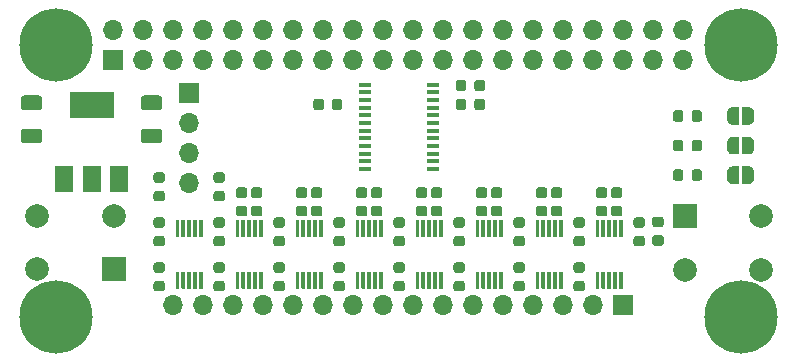
<source format=gts>
G04 #@! TF.GenerationSoftware,KiCad,Pcbnew,(5.1.4)-1*
G04 #@! TF.CreationDate,2019-11-05T21:54:15-05:00*
G04 #@! TF.ProjectId,haptic-uhat,68617074-6963-42d7-9568-61742e6b6963,rev?*
G04 #@! TF.SameCoordinates,Original*
G04 #@! TF.FileFunction,Soldermask,Top*
G04 #@! TF.FilePolarity,Negative*
%FSLAX46Y46*%
G04 Gerber Fmt 4.6, Leading zero omitted, Abs format (unit mm)*
G04 Created by KiCad (PCBNEW (5.1.4)-1) date 2019-11-05 21:54:15*
%MOMM*%
%LPD*%
G04 APERTURE LIST*
%ADD10C,2.000000*%
%ADD11R,2.000000X2.000000*%
%ADD12C,0.100000*%
%ADD13C,0.875000*%
%ADD14C,1.250000*%
%ADD15C,6.200000*%
%ADD16R,1.700000X1.700000*%
%ADD17O,1.700000X1.700000*%
%ADD18R,1.100000X0.400000*%
%ADD19C,0.300000*%
%ADD20C,0.500000*%
%ADD21R,1.500000X2.200000*%
%ADD22R,3.800000X2.200000*%
G04 APERTURE END LIST*
D10*
X75750000Y-47000000D03*
X69250000Y-47000000D03*
X75750000Y-42500000D03*
D11*
X69250000Y-42500000D03*
D12*
G36*
X67277691Y-44101053D02*
G01*
X67298926Y-44104203D01*
X67319750Y-44109419D01*
X67339962Y-44116651D01*
X67359368Y-44125830D01*
X67377781Y-44136866D01*
X67395024Y-44149654D01*
X67410930Y-44164070D01*
X67425346Y-44179976D01*
X67438134Y-44197219D01*
X67449170Y-44215632D01*
X67458349Y-44235038D01*
X67465581Y-44255250D01*
X67470797Y-44276074D01*
X67473947Y-44297309D01*
X67475000Y-44318750D01*
X67475000Y-44756250D01*
X67473947Y-44777691D01*
X67470797Y-44798926D01*
X67465581Y-44819750D01*
X67458349Y-44839962D01*
X67449170Y-44859368D01*
X67438134Y-44877781D01*
X67425346Y-44895024D01*
X67410930Y-44910930D01*
X67395024Y-44925346D01*
X67377781Y-44938134D01*
X67359368Y-44949170D01*
X67339962Y-44958349D01*
X67319750Y-44965581D01*
X67298926Y-44970797D01*
X67277691Y-44973947D01*
X67256250Y-44975000D01*
X66743750Y-44975000D01*
X66722309Y-44973947D01*
X66701074Y-44970797D01*
X66680250Y-44965581D01*
X66660038Y-44958349D01*
X66640632Y-44949170D01*
X66622219Y-44938134D01*
X66604976Y-44925346D01*
X66589070Y-44910930D01*
X66574654Y-44895024D01*
X66561866Y-44877781D01*
X66550830Y-44859368D01*
X66541651Y-44839962D01*
X66534419Y-44819750D01*
X66529203Y-44798926D01*
X66526053Y-44777691D01*
X66525000Y-44756250D01*
X66525000Y-44318750D01*
X66526053Y-44297309D01*
X66529203Y-44276074D01*
X66534419Y-44255250D01*
X66541651Y-44235038D01*
X66550830Y-44215632D01*
X66561866Y-44197219D01*
X66574654Y-44179976D01*
X66589070Y-44164070D01*
X66604976Y-44149654D01*
X66622219Y-44136866D01*
X66640632Y-44125830D01*
X66660038Y-44116651D01*
X66680250Y-44109419D01*
X66701074Y-44104203D01*
X66722309Y-44101053D01*
X66743750Y-44100000D01*
X67256250Y-44100000D01*
X67277691Y-44101053D01*
X67277691Y-44101053D01*
G37*
D13*
X67000000Y-44537500D03*
D12*
G36*
X67277691Y-42526053D02*
G01*
X67298926Y-42529203D01*
X67319750Y-42534419D01*
X67339962Y-42541651D01*
X67359368Y-42550830D01*
X67377781Y-42561866D01*
X67395024Y-42574654D01*
X67410930Y-42589070D01*
X67425346Y-42604976D01*
X67438134Y-42622219D01*
X67449170Y-42640632D01*
X67458349Y-42660038D01*
X67465581Y-42680250D01*
X67470797Y-42701074D01*
X67473947Y-42722309D01*
X67475000Y-42743750D01*
X67475000Y-43181250D01*
X67473947Y-43202691D01*
X67470797Y-43223926D01*
X67465581Y-43244750D01*
X67458349Y-43264962D01*
X67449170Y-43284368D01*
X67438134Y-43302781D01*
X67425346Y-43320024D01*
X67410930Y-43335930D01*
X67395024Y-43350346D01*
X67377781Y-43363134D01*
X67359368Y-43374170D01*
X67339962Y-43383349D01*
X67319750Y-43390581D01*
X67298926Y-43395797D01*
X67277691Y-43398947D01*
X67256250Y-43400000D01*
X66743750Y-43400000D01*
X66722309Y-43398947D01*
X66701074Y-43395797D01*
X66680250Y-43390581D01*
X66660038Y-43383349D01*
X66640632Y-43374170D01*
X66622219Y-43363134D01*
X66604976Y-43350346D01*
X66589070Y-43335930D01*
X66574654Y-43320024D01*
X66561866Y-43302781D01*
X66550830Y-43284368D01*
X66541651Y-43264962D01*
X66534419Y-43244750D01*
X66529203Y-43223926D01*
X66526053Y-43202691D01*
X66525000Y-43181250D01*
X66525000Y-42743750D01*
X66526053Y-42722309D01*
X66529203Y-42701074D01*
X66534419Y-42680250D01*
X66541651Y-42660038D01*
X66550830Y-42640632D01*
X66561866Y-42622219D01*
X66574654Y-42604976D01*
X66589070Y-42589070D01*
X66604976Y-42574654D01*
X66622219Y-42561866D01*
X66640632Y-42550830D01*
X66660038Y-42541651D01*
X66680250Y-42534419D01*
X66701074Y-42529203D01*
X66722309Y-42526053D01*
X66743750Y-42525000D01*
X67256250Y-42525000D01*
X67277691Y-42526053D01*
X67277691Y-42526053D01*
G37*
D13*
X67000000Y-42962500D03*
D12*
G36*
X14619504Y-32266204D02*
G01*
X14643773Y-32269804D01*
X14667571Y-32275765D01*
X14690671Y-32284030D01*
X14712849Y-32294520D01*
X14733893Y-32307133D01*
X14753598Y-32321747D01*
X14771777Y-32338223D01*
X14788253Y-32356402D01*
X14802867Y-32376107D01*
X14815480Y-32397151D01*
X14825970Y-32419329D01*
X14834235Y-32442429D01*
X14840196Y-32466227D01*
X14843796Y-32490496D01*
X14845000Y-32515000D01*
X14845000Y-33265000D01*
X14843796Y-33289504D01*
X14840196Y-33313773D01*
X14834235Y-33337571D01*
X14825970Y-33360671D01*
X14815480Y-33382849D01*
X14802867Y-33403893D01*
X14788253Y-33423598D01*
X14771777Y-33441777D01*
X14753598Y-33458253D01*
X14733893Y-33472867D01*
X14712849Y-33485480D01*
X14690671Y-33495970D01*
X14667571Y-33504235D01*
X14643773Y-33510196D01*
X14619504Y-33513796D01*
X14595000Y-33515000D01*
X13345000Y-33515000D01*
X13320496Y-33513796D01*
X13296227Y-33510196D01*
X13272429Y-33504235D01*
X13249329Y-33495970D01*
X13227151Y-33485480D01*
X13206107Y-33472867D01*
X13186402Y-33458253D01*
X13168223Y-33441777D01*
X13151747Y-33423598D01*
X13137133Y-33403893D01*
X13124520Y-33382849D01*
X13114030Y-33360671D01*
X13105765Y-33337571D01*
X13099804Y-33313773D01*
X13096204Y-33289504D01*
X13095000Y-33265000D01*
X13095000Y-32515000D01*
X13096204Y-32490496D01*
X13099804Y-32466227D01*
X13105765Y-32442429D01*
X13114030Y-32419329D01*
X13124520Y-32397151D01*
X13137133Y-32376107D01*
X13151747Y-32356402D01*
X13168223Y-32338223D01*
X13186402Y-32321747D01*
X13206107Y-32307133D01*
X13227151Y-32294520D01*
X13249329Y-32284030D01*
X13272429Y-32275765D01*
X13296227Y-32269804D01*
X13320496Y-32266204D01*
X13345000Y-32265000D01*
X14595000Y-32265000D01*
X14619504Y-32266204D01*
X14619504Y-32266204D01*
G37*
D14*
X13970000Y-32890000D03*
D12*
G36*
X14619504Y-35066204D02*
G01*
X14643773Y-35069804D01*
X14667571Y-35075765D01*
X14690671Y-35084030D01*
X14712849Y-35094520D01*
X14733893Y-35107133D01*
X14753598Y-35121747D01*
X14771777Y-35138223D01*
X14788253Y-35156402D01*
X14802867Y-35176107D01*
X14815480Y-35197151D01*
X14825970Y-35219329D01*
X14834235Y-35242429D01*
X14840196Y-35266227D01*
X14843796Y-35290496D01*
X14845000Y-35315000D01*
X14845000Y-36065000D01*
X14843796Y-36089504D01*
X14840196Y-36113773D01*
X14834235Y-36137571D01*
X14825970Y-36160671D01*
X14815480Y-36182849D01*
X14802867Y-36203893D01*
X14788253Y-36223598D01*
X14771777Y-36241777D01*
X14753598Y-36258253D01*
X14733893Y-36272867D01*
X14712849Y-36285480D01*
X14690671Y-36295970D01*
X14667571Y-36304235D01*
X14643773Y-36310196D01*
X14619504Y-36313796D01*
X14595000Y-36315000D01*
X13345000Y-36315000D01*
X13320496Y-36313796D01*
X13296227Y-36310196D01*
X13272429Y-36304235D01*
X13249329Y-36295970D01*
X13227151Y-36285480D01*
X13206107Y-36272867D01*
X13186402Y-36258253D01*
X13168223Y-36241777D01*
X13151747Y-36223598D01*
X13137133Y-36203893D01*
X13124520Y-36182849D01*
X13114030Y-36160671D01*
X13105765Y-36137571D01*
X13099804Y-36113773D01*
X13096204Y-36089504D01*
X13095000Y-36065000D01*
X13095000Y-35315000D01*
X13096204Y-35290496D01*
X13099804Y-35266227D01*
X13105765Y-35242429D01*
X13114030Y-35219329D01*
X13124520Y-35197151D01*
X13137133Y-35176107D01*
X13151747Y-35156402D01*
X13168223Y-35138223D01*
X13186402Y-35121747D01*
X13206107Y-35107133D01*
X13227151Y-35094520D01*
X13249329Y-35084030D01*
X13272429Y-35075765D01*
X13296227Y-35069804D01*
X13320496Y-35066204D01*
X13345000Y-35065000D01*
X14595000Y-35065000D01*
X14619504Y-35066204D01*
X14619504Y-35066204D01*
G37*
D14*
X13970000Y-35690000D03*
D12*
G36*
X30122691Y-44166053D02*
G01*
X30143926Y-44169203D01*
X30164750Y-44174419D01*
X30184962Y-44181651D01*
X30204368Y-44190830D01*
X30222781Y-44201866D01*
X30240024Y-44214654D01*
X30255930Y-44229070D01*
X30270346Y-44244976D01*
X30283134Y-44262219D01*
X30294170Y-44280632D01*
X30303349Y-44300038D01*
X30310581Y-44320250D01*
X30315797Y-44341074D01*
X30318947Y-44362309D01*
X30320000Y-44383750D01*
X30320000Y-44821250D01*
X30318947Y-44842691D01*
X30315797Y-44863926D01*
X30310581Y-44884750D01*
X30303349Y-44904962D01*
X30294170Y-44924368D01*
X30283134Y-44942781D01*
X30270346Y-44960024D01*
X30255930Y-44975930D01*
X30240024Y-44990346D01*
X30222781Y-45003134D01*
X30204368Y-45014170D01*
X30184962Y-45023349D01*
X30164750Y-45030581D01*
X30143926Y-45035797D01*
X30122691Y-45038947D01*
X30101250Y-45040000D01*
X29588750Y-45040000D01*
X29567309Y-45038947D01*
X29546074Y-45035797D01*
X29525250Y-45030581D01*
X29505038Y-45023349D01*
X29485632Y-45014170D01*
X29467219Y-45003134D01*
X29449976Y-44990346D01*
X29434070Y-44975930D01*
X29419654Y-44960024D01*
X29406866Y-44942781D01*
X29395830Y-44924368D01*
X29386651Y-44904962D01*
X29379419Y-44884750D01*
X29374203Y-44863926D01*
X29371053Y-44842691D01*
X29370000Y-44821250D01*
X29370000Y-44383750D01*
X29371053Y-44362309D01*
X29374203Y-44341074D01*
X29379419Y-44320250D01*
X29386651Y-44300038D01*
X29395830Y-44280632D01*
X29406866Y-44262219D01*
X29419654Y-44244976D01*
X29434070Y-44229070D01*
X29449976Y-44214654D01*
X29467219Y-44201866D01*
X29485632Y-44190830D01*
X29505038Y-44181651D01*
X29525250Y-44174419D01*
X29546074Y-44169203D01*
X29567309Y-44166053D01*
X29588750Y-44165000D01*
X30101250Y-44165000D01*
X30122691Y-44166053D01*
X30122691Y-44166053D01*
G37*
D13*
X29845000Y-44602500D03*
D12*
G36*
X30122691Y-42591053D02*
G01*
X30143926Y-42594203D01*
X30164750Y-42599419D01*
X30184962Y-42606651D01*
X30204368Y-42615830D01*
X30222781Y-42626866D01*
X30240024Y-42639654D01*
X30255930Y-42654070D01*
X30270346Y-42669976D01*
X30283134Y-42687219D01*
X30294170Y-42705632D01*
X30303349Y-42725038D01*
X30310581Y-42745250D01*
X30315797Y-42766074D01*
X30318947Y-42787309D01*
X30320000Y-42808750D01*
X30320000Y-43246250D01*
X30318947Y-43267691D01*
X30315797Y-43288926D01*
X30310581Y-43309750D01*
X30303349Y-43329962D01*
X30294170Y-43349368D01*
X30283134Y-43367781D01*
X30270346Y-43385024D01*
X30255930Y-43400930D01*
X30240024Y-43415346D01*
X30222781Y-43428134D01*
X30204368Y-43439170D01*
X30184962Y-43448349D01*
X30164750Y-43455581D01*
X30143926Y-43460797D01*
X30122691Y-43463947D01*
X30101250Y-43465000D01*
X29588750Y-43465000D01*
X29567309Y-43463947D01*
X29546074Y-43460797D01*
X29525250Y-43455581D01*
X29505038Y-43448349D01*
X29485632Y-43439170D01*
X29467219Y-43428134D01*
X29449976Y-43415346D01*
X29434070Y-43400930D01*
X29419654Y-43385024D01*
X29406866Y-43367781D01*
X29395830Y-43349368D01*
X29386651Y-43329962D01*
X29379419Y-43309750D01*
X29374203Y-43288926D01*
X29371053Y-43267691D01*
X29370000Y-43246250D01*
X29370000Y-42808750D01*
X29371053Y-42787309D01*
X29374203Y-42766074D01*
X29379419Y-42745250D01*
X29386651Y-42725038D01*
X29395830Y-42705632D01*
X29406866Y-42687219D01*
X29419654Y-42669976D01*
X29434070Y-42654070D01*
X29449976Y-42639654D01*
X29467219Y-42626866D01*
X29485632Y-42615830D01*
X29505038Y-42606651D01*
X29525250Y-42599419D01*
X29546074Y-42594203D01*
X29567309Y-42591053D01*
X29588750Y-42590000D01*
X30101250Y-42590000D01*
X30122691Y-42591053D01*
X30122691Y-42591053D01*
G37*
D13*
X29845000Y-43027500D03*
D15*
X16000000Y-51000000D03*
X74000000Y-28000000D03*
X74000000Y-51000000D03*
X16000000Y-28000000D03*
D16*
X20870000Y-29270000D03*
D17*
X20870000Y-26730000D03*
X23410000Y-29270000D03*
X23410000Y-26730000D03*
X25950000Y-29270000D03*
X25950000Y-26730000D03*
X28490000Y-29270000D03*
X28490000Y-26730000D03*
X31030000Y-29270000D03*
X31030000Y-26730000D03*
X33570000Y-29270000D03*
X33570000Y-26730000D03*
X36110000Y-29270000D03*
X36110000Y-26730000D03*
X38650000Y-29270000D03*
X38650000Y-26730000D03*
X41190000Y-29270000D03*
X41190000Y-26730000D03*
X43730000Y-29270000D03*
X43730000Y-26730000D03*
X46270000Y-29270000D03*
X46270000Y-26730000D03*
X48810000Y-29270000D03*
X48810000Y-26730000D03*
X51350000Y-29270000D03*
X51350000Y-26730000D03*
X53890000Y-29270000D03*
X53890000Y-26730000D03*
X56430000Y-29270000D03*
X56430000Y-26730000D03*
X58970000Y-29270000D03*
X58970000Y-26730000D03*
X61510000Y-29270000D03*
X61510000Y-26730000D03*
X64050000Y-29270000D03*
X64050000Y-26730000D03*
X66590000Y-29270000D03*
X66590000Y-26730000D03*
X69130000Y-29270000D03*
X69130000Y-26730000D03*
D18*
X42235000Y-31350000D03*
X42235000Y-32000000D03*
X42235000Y-32650000D03*
X42235000Y-33300000D03*
X42235000Y-33950000D03*
X42235000Y-34600000D03*
X42235000Y-35250000D03*
X42235000Y-35900000D03*
X42235000Y-36550000D03*
X42235000Y-37200000D03*
X42235000Y-37850000D03*
X42235000Y-38500000D03*
X47935000Y-38500000D03*
X47935000Y-37850000D03*
X47935000Y-37200000D03*
X47935000Y-36550000D03*
X47935000Y-35900000D03*
X47935000Y-35250000D03*
X47935000Y-34600000D03*
X47935000Y-33950000D03*
X47935000Y-33300000D03*
X47935000Y-32650000D03*
X47935000Y-32000000D03*
X47935000Y-31350000D03*
D12*
G36*
X52145191Y-32546053D02*
G01*
X52166426Y-32549203D01*
X52187250Y-32554419D01*
X52207462Y-32561651D01*
X52226868Y-32570830D01*
X52245281Y-32581866D01*
X52262524Y-32594654D01*
X52278430Y-32609070D01*
X52292846Y-32624976D01*
X52305634Y-32642219D01*
X52316670Y-32660632D01*
X52325849Y-32680038D01*
X52333081Y-32700250D01*
X52338297Y-32721074D01*
X52341447Y-32742309D01*
X52342500Y-32763750D01*
X52342500Y-33276250D01*
X52341447Y-33297691D01*
X52338297Y-33318926D01*
X52333081Y-33339750D01*
X52325849Y-33359962D01*
X52316670Y-33379368D01*
X52305634Y-33397781D01*
X52292846Y-33415024D01*
X52278430Y-33430930D01*
X52262524Y-33445346D01*
X52245281Y-33458134D01*
X52226868Y-33469170D01*
X52207462Y-33478349D01*
X52187250Y-33485581D01*
X52166426Y-33490797D01*
X52145191Y-33493947D01*
X52123750Y-33495000D01*
X51686250Y-33495000D01*
X51664809Y-33493947D01*
X51643574Y-33490797D01*
X51622750Y-33485581D01*
X51602538Y-33478349D01*
X51583132Y-33469170D01*
X51564719Y-33458134D01*
X51547476Y-33445346D01*
X51531570Y-33430930D01*
X51517154Y-33415024D01*
X51504366Y-33397781D01*
X51493330Y-33379368D01*
X51484151Y-33359962D01*
X51476919Y-33339750D01*
X51471703Y-33318926D01*
X51468553Y-33297691D01*
X51467500Y-33276250D01*
X51467500Y-32763750D01*
X51468553Y-32742309D01*
X51471703Y-32721074D01*
X51476919Y-32700250D01*
X51484151Y-32680038D01*
X51493330Y-32660632D01*
X51504366Y-32642219D01*
X51517154Y-32624976D01*
X51531570Y-32609070D01*
X51547476Y-32594654D01*
X51564719Y-32581866D01*
X51583132Y-32570830D01*
X51602538Y-32561651D01*
X51622750Y-32554419D01*
X51643574Y-32549203D01*
X51664809Y-32546053D01*
X51686250Y-32545000D01*
X52123750Y-32545000D01*
X52145191Y-32546053D01*
X52145191Y-32546053D01*
G37*
D13*
X51905000Y-33020000D03*
D12*
G36*
X50570191Y-32546053D02*
G01*
X50591426Y-32549203D01*
X50612250Y-32554419D01*
X50632462Y-32561651D01*
X50651868Y-32570830D01*
X50670281Y-32581866D01*
X50687524Y-32594654D01*
X50703430Y-32609070D01*
X50717846Y-32624976D01*
X50730634Y-32642219D01*
X50741670Y-32660632D01*
X50750849Y-32680038D01*
X50758081Y-32700250D01*
X50763297Y-32721074D01*
X50766447Y-32742309D01*
X50767500Y-32763750D01*
X50767500Y-33276250D01*
X50766447Y-33297691D01*
X50763297Y-33318926D01*
X50758081Y-33339750D01*
X50750849Y-33359962D01*
X50741670Y-33379368D01*
X50730634Y-33397781D01*
X50717846Y-33415024D01*
X50703430Y-33430930D01*
X50687524Y-33445346D01*
X50670281Y-33458134D01*
X50651868Y-33469170D01*
X50632462Y-33478349D01*
X50612250Y-33485581D01*
X50591426Y-33490797D01*
X50570191Y-33493947D01*
X50548750Y-33495000D01*
X50111250Y-33495000D01*
X50089809Y-33493947D01*
X50068574Y-33490797D01*
X50047750Y-33485581D01*
X50027538Y-33478349D01*
X50008132Y-33469170D01*
X49989719Y-33458134D01*
X49972476Y-33445346D01*
X49956570Y-33430930D01*
X49942154Y-33415024D01*
X49929366Y-33397781D01*
X49918330Y-33379368D01*
X49909151Y-33359962D01*
X49901919Y-33339750D01*
X49896703Y-33318926D01*
X49893553Y-33297691D01*
X49892500Y-33276250D01*
X49892500Y-32763750D01*
X49893553Y-32742309D01*
X49896703Y-32721074D01*
X49901919Y-32700250D01*
X49909151Y-32680038D01*
X49918330Y-32660632D01*
X49929366Y-32642219D01*
X49942154Y-32624976D01*
X49956570Y-32609070D01*
X49972476Y-32594654D01*
X49989719Y-32581866D01*
X50008132Y-32570830D01*
X50027538Y-32561651D01*
X50047750Y-32554419D01*
X50068574Y-32549203D01*
X50089809Y-32546053D01*
X50111250Y-32545000D01*
X50548750Y-32545000D01*
X50570191Y-32546053D01*
X50570191Y-32546053D01*
G37*
D13*
X50330000Y-33020000D03*
D12*
G36*
X50570191Y-30958553D02*
G01*
X50591426Y-30961703D01*
X50612250Y-30966919D01*
X50632462Y-30974151D01*
X50651868Y-30983330D01*
X50670281Y-30994366D01*
X50687524Y-31007154D01*
X50703430Y-31021570D01*
X50717846Y-31037476D01*
X50730634Y-31054719D01*
X50741670Y-31073132D01*
X50750849Y-31092538D01*
X50758081Y-31112750D01*
X50763297Y-31133574D01*
X50766447Y-31154809D01*
X50767500Y-31176250D01*
X50767500Y-31688750D01*
X50766447Y-31710191D01*
X50763297Y-31731426D01*
X50758081Y-31752250D01*
X50750849Y-31772462D01*
X50741670Y-31791868D01*
X50730634Y-31810281D01*
X50717846Y-31827524D01*
X50703430Y-31843430D01*
X50687524Y-31857846D01*
X50670281Y-31870634D01*
X50651868Y-31881670D01*
X50632462Y-31890849D01*
X50612250Y-31898081D01*
X50591426Y-31903297D01*
X50570191Y-31906447D01*
X50548750Y-31907500D01*
X50111250Y-31907500D01*
X50089809Y-31906447D01*
X50068574Y-31903297D01*
X50047750Y-31898081D01*
X50027538Y-31890849D01*
X50008132Y-31881670D01*
X49989719Y-31870634D01*
X49972476Y-31857846D01*
X49956570Y-31843430D01*
X49942154Y-31827524D01*
X49929366Y-31810281D01*
X49918330Y-31791868D01*
X49909151Y-31772462D01*
X49901919Y-31752250D01*
X49896703Y-31731426D01*
X49893553Y-31710191D01*
X49892500Y-31688750D01*
X49892500Y-31176250D01*
X49893553Y-31154809D01*
X49896703Y-31133574D01*
X49901919Y-31112750D01*
X49909151Y-31092538D01*
X49918330Y-31073132D01*
X49929366Y-31054719D01*
X49942154Y-31037476D01*
X49956570Y-31021570D01*
X49972476Y-31007154D01*
X49989719Y-30994366D01*
X50008132Y-30983330D01*
X50027538Y-30974151D01*
X50047750Y-30966919D01*
X50068574Y-30961703D01*
X50089809Y-30958553D01*
X50111250Y-30957500D01*
X50548750Y-30957500D01*
X50570191Y-30958553D01*
X50570191Y-30958553D01*
G37*
D13*
X50330000Y-31432500D03*
D12*
G36*
X52145191Y-30958553D02*
G01*
X52166426Y-30961703D01*
X52187250Y-30966919D01*
X52207462Y-30974151D01*
X52226868Y-30983330D01*
X52245281Y-30994366D01*
X52262524Y-31007154D01*
X52278430Y-31021570D01*
X52292846Y-31037476D01*
X52305634Y-31054719D01*
X52316670Y-31073132D01*
X52325849Y-31092538D01*
X52333081Y-31112750D01*
X52338297Y-31133574D01*
X52341447Y-31154809D01*
X52342500Y-31176250D01*
X52342500Y-31688750D01*
X52341447Y-31710191D01*
X52338297Y-31731426D01*
X52333081Y-31752250D01*
X52325849Y-31772462D01*
X52316670Y-31791868D01*
X52305634Y-31810281D01*
X52292846Y-31827524D01*
X52278430Y-31843430D01*
X52262524Y-31857846D01*
X52245281Y-31870634D01*
X52226868Y-31881670D01*
X52207462Y-31890849D01*
X52187250Y-31898081D01*
X52166426Y-31903297D01*
X52145191Y-31906447D01*
X52123750Y-31907500D01*
X51686250Y-31907500D01*
X51664809Y-31906447D01*
X51643574Y-31903297D01*
X51622750Y-31898081D01*
X51602538Y-31890849D01*
X51583132Y-31881670D01*
X51564719Y-31870634D01*
X51547476Y-31857846D01*
X51531570Y-31843430D01*
X51517154Y-31827524D01*
X51504366Y-31810281D01*
X51493330Y-31791868D01*
X51484151Y-31772462D01*
X51476919Y-31752250D01*
X51471703Y-31731426D01*
X51468553Y-31710191D01*
X51467500Y-31688750D01*
X51467500Y-31176250D01*
X51468553Y-31154809D01*
X51471703Y-31133574D01*
X51476919Y-31112750D01*
X51484151Y-31092538D01*
X51493330Y-31073132D01*
X51504366Y-31054719D01*
X51517154Y-31037476D01*
X51531570Y-31021570D01*
X51547476Y-31007154D01*
X51564719Y-30994366D01*
X51583132Y-30983330D01*
X51602538Y-30974151D01*
X51622750Y-30966919D01*
X51643574Y-30961703D01*
X51664809Y-30958553D01*
X51686250Y-30957500D01*
X52123750Y-30957500D01*
X52145191Y-30958553D01*
X52145191Y-30958553D01*
G37*
D13*
X51905000Y-31432500D03*
D12*
G36*
X35202691Y-44166053D02*
G01*
X35223926Y-44169203D01*
X35244750Y-44174419D01*
X35264962Y-44181651D01*
X35284368Y-44190830D01*
X35302781Y-44201866D01*
X35320024Y-44214654D01*
X35335930Y-44229070D01*
X35350346Y-44244976D01*
X35363134Y-44262219D01*
X35374170Y-44280632D01*
X35383349Y-44300038D01*
X35390581Y-44320250D01*
X35395797Y-44341074D01*
X35398947Y-44362309D01*
X35400000Y-44383750D01*
X35400000Y-44821250D01*
X35398947Y-44842691D01*
X35395797Y-44863926D01*
X35390581Y-44884750D01*
X35383349Y-44904962D01*
X35374170Y-44924368D01*
X35363134Y-44942781D01*
X35350346Y-44960024D01*
X35335930Y-44975930D01*
X35320024Y-44990346D01*
X35302781Y-45003134D01*
X35284368Y-45014170D01*
X35264962Y-45023349D01*
X35244750Y-45030581D01*
X35223926Y-45035797D01*
X35202691Y-45038947D01*
X35181250Y-45040000D01*
X34668750Y-45040000D01*
X34647309Y-45038947D01*
X34626074Y-45035797D01*
X34605250Y-45030581D01*
X34585038Y-45023349D01*
X34565632Y-45014170D01*
X34547219Y-45003134D01*
X34529976Y-44990346D01*
X34514070Y-44975930D01*
X34499654Y-44960024D01*
X34486866Y-44942781D01*
X34475830Y-44924368D01*
X34466651Y-44904962D01*
X34459419Y-44884750D01*
X34454203Y-44863926D01*
X34451053Y-44842691D01*
X34450000Y-44821250D01*
X34450000Y-44383750D01*
X34451053Y-44362309D01*
X34454203Y-44341074D01*
X34459419Y-44320250D01*
X34466651Y-44300038D01*
X34475830Y-44280632D01*
X34486866Y-44262219D01*
X34499654Y-44244976D01*
X34514070Y-44229070D01*
X34529976Y-44214654D01*
X34547219Y-44201866D01*
X34565632Y-44190830D01*
X34585038Y-44181651D01*
X34605250Y-44174419D01*
X34626074Y-44169203D01*
X34647309Y-44166053D01*
X34668750Y-44165000D01*
X35181250Y-44165000D01*
X35202691Y-44166053D01*
X35202691Y-44166053D01*
G37*
D13*
X34925000Y-44602500D03*
D12*
G36*
X35202691Y-42591053D02*
G01*
X35223926Y-42594203D01*
X35244750Y-42599419D01*
X35264962Y-42606651D01*
X35284368Y-42615830D01*
X35302781Y-42626866D01*
X35320024Y-42639654D01*
X35335930Y-42654070D01*
X35350346Y-42669976D01*
X35363134Y-42687219D01*
X35374170Y-42705632D01*
X35383349Y-42725038D01*
X35390581Y-42745250D01*
X35395797Y-42766074D01*
X35398947Y-42787309D01*
X35400000Y-42808750D01*
X35400000Y-43246250D01*
X35398947Y-43267691D01*
X35395797Y-43288926D01*
X35390581Y-43309750D01*
X35383349Y-43329962D01*
X35374170Y-43349368D01*
X35363134Y-43367781D01*
X35350346Y-43385024D01*
X35335930Y-43400930D01*
X35320024Y-43415346D01*
X35302781Y-43428134D01*
X35284368Y-43439170D01*
X35264962Y-43448349D01*
X35244750Y-43455581D01*
X35223926Y-43460797D01*
X35202691Y-43463947D01*
X35181250Y-43465000D01*
X34668750Y-43465000D01*
X34647309Y-43463947D01*
X34626074Y-43460797D01*
X34605250Y-43455581D01*
X34585038Y-43448349D01*
X34565632Y-43439170D01*
X34547219Y-43428134D01*
X34529976Y-43415346D01*
X34514070Y-43400930D01*
X34499654Y-43385024D01*
X34486866Y-43367781D01*
X34475830Y-43349368D01*
X34466651Y-43329962D01*
X34459419Y-43309750D01*
X34454203Y-43288926D01*
X34451053Y-43267691D01*
X34450000Y-43246250D01*
X34450000Y-42808750D01*
X34451053Y-42787309D01*
X34454203Y-42766074D01*
X34459419Y-42745250D01*
X34466651Y-42725038D01*
X34475830Y-42705632D01*
X34486866Y-42687219D01*
X34499654Y-42669976D01*
X34514070Y-42654070D01*
X34529976Y-42639654D01*
X34547219Y-42626866D01*
X34565632Y-42615830D01*
X34585038Y-42606651D01*
X34605250Y-42599419D01*
X34626074Y-42594203D01*
X34647309Y-42591053D01*
X34668750Y-42590000D01*
X35181250Y-42590000D01*
X35202691Y-42591053D01*
X35202691Y-42591053D01*
G37*
D13*
X34925000Y-43027500D03*
D12*
G36*
X40282691Y-44166053D02*
G01*
X40303926Y-44169203D01*
X40324750Y-44174419D01*
X40344962Y-44181651D01*
X40364368Y-44190830D01*
X40382781Y-44201866D01*
X40400024Y-44214654D01*
X40415930Y-44229070D01*
X40430346Y-44244976D01*
X40443134Y-44262219D01*
X40454170Y-44280632D01*
X40463349Y-44300038D01*
X40470581Y-44320250D01*
X40475797Y-44341074D01*
X40478947Y-44362309D01*
X40480000Y-44383750D01*
X40480000Y-44821250D01*
X40478947Y-44842691D01*
X40475797Y-44863926D01*
X40470581Y-44884750D01*
X40463349Y-44904962D01*
X40454170Y-44924368D01*
X40443134Y-44942781D01*
X40430346Y-44960024D01*
X40415930Y-44975930D01*
X40400024Y-44990346D01*
X40382781Y-45003134D01*
X40364368Y-45014170D01*
X40344962Y-45023349D01*
X40324750Y-45030581D01*
X40303926Y-45035797D01*
X40282691Y-45038947D01*
X40261250Y-45040000D01*
X39748750Y-45040000D01*
X39727309Y-45038947D01*
X39706074Y-45035797D01*
X39685250Y-45030581D01*
X39665038Y-45023349D01*
X39645632Y-45014170D01*
X39627219Y-45003134D01*
X39609976Y-44990346D01*
X39594070Y-44975930D01*
X39579654Y-44960024D01*
X39566866Y-44942781D01*
X39555830Y-44924368D01*
X39546651Y-44904962D01*
X39539419Y-44884750D01*
X39534203Y-44863926D01*
X39531053Y-44842691D01*
X39530000Y-44821250D01*
X39530000Y-44383750D01*
X39531053Y-44362309D01*
X39534203Y-44341074D01*
X39539419Y-44320250D01*
X39546651Y-44300038D01*
X39555830Y-44280632D01*
X39566866Y-44262219D01*
X39579654Y-44244976D01*
X39594070Y-44229070D01*
X39609976Y-44214654D01*
X39627219Y-44201866D01*
X39645632Y-44190830D01*
X39665038Y-44181651D01*
X39685250Y-44174419D01*
X39706074Y-44169203D01*
X39727309Y-44166053D01*
X39748750Y-44165000D01*
X40261250Y-44165000D01*
X40282691Y-44166053D01*
X40282691Y-44166053D01*
G37*
D13*
X40005000Y-44602500D03*
D12*
G36*
X40282691Y-42591053D02*
G01*
X40303926Y-42594203D01*
X40324750Y-42599419D01*
X40344962Y-42606651D01*
X40364368Y-42615830D01*
X40382781Y-42626866D01*
X40400024Y-42639654D01*
X40415930Y-42654070D01*
X40430346Y-42669976D01*
X40443134Y-42687219D01*
X40454170Y-42705632D01*
X40463349Y-42725038D01*
X40470581Y-42745250D01*
X40475797Y-42766074D01*
X40478947Y-42787309D01*
X40480000Y-42808750D01*
X40480000Y-43246250D01*
X40478947Y-43267691D01*
X40475797Y-43288926D01*
X40470581Y-43309750D01*
X40463349Y-43329962D01*
X40454170Y-43349368D01*
X40443134Y-43367781D01*
X40430346Y-43385024D01*
X40415930Y-43400930D01*
X40400024Y-43415346D01*
X40382781Y-43428134D01*
X40364368Y-43439170D01*
X40344962Y-43448349D01*
X40324750Y-43455581D01*
X40303926Y-43460797D01*
X40282691Y-43463947D01*
X40261250Y-43465000D01*
X39748750Y-43465000D01*
X39727309Y-43463947D01*
X39706074Y-43460797D01*
X39685250Y-43455581D01*
X39665038Y-43448349D01*
X39645632Y-43439170D01*
X39627219Y-43428134D01*
X39609976Y-43415346D01*
X39594070Y-43400930D01*
X39579654Y-43385024D01*
X39566866Y-43367781D01*
X39555830Y-43349368D01*
X39546651Y-43329962D01*
X39539419Y-43309750D01*
X39534203Y-43288926D01*
X39531053Y-43267691D01*
X39530000Y-43246250D01*
X39530000Y-42808750D01*
X39531053Y-42787309D01*
X39534203Y-42766074D01*
X39539419Y-42745250D01*
X39546651Y-42725038D01*
X39555830Y-42705632D01*
X39566866Y-42687219D01*
X39579654Y-42669976D01*
X39594070Y-42654070D01*
X39609976Y-42639654D01*
X39627219Y-42626866D01*
X39645632Y-42615830D01*
X39665038Y-42606651D01*
X39685250Y-42599419D01*
X39706074Y-42594203D01*
X39727309Y-42591053D01*
X39748750Y-42590000D01*
X40261250Y-42590000D01*
X40282691Y-42591053D01*
X40282691Y-42591053D01*
G37*
D13*
X40005000Y-43027500D03*
D12*
G36*
X25042691Y-47976053D02*
G01*
X25063926Y-47979203D01*
X25084750Y-47984419D01*
X25104962Y-47991651D01*
X25124368Y-48000830D01*
X25142781Y-48011866D01*
X25160024Y-48024654D01*
X25175930Y-48039070D01*
X25190346Y-48054976D01*
X25203134Y-48072219D01*
X25214170Y-48090632D01*
X25223349Y-48110038D01*
X25230581Y-48130250D01*
X25235797Y-48151074D01*
X25238947Y-48172309D01*
X25240000Y-48193750D01*
X25240000Y-48631250D01*
X25238947Y-48652691D01*
X25235797Y-48673926D01*
X25230581Y-48694750D01*
X25223349Y-48714962D01*
X25214170Y-48734368D01*
X25203134Y-48752781D01*
X25190346Y-48770024D01*
X25175930Y-48785930D01*
X25160024Y-48800346D01*
X25142781Y-48813134D01*
X25124368Y-48824170D01*
X25104962Y-48833349D01*
X25084750Y-48840581D01*
X25063926Y-48845797D01*
X25042691Y-48848947D01*
X25021250Y-48850000D01*
X24508750Y-48850000D01*
X24487309Y-48848947D01*
X24466074Y-48845797D01*
X24445250Y-48840581D01*
X24425038Y-48833349D01*
X24405632Y-48824170D01*
X24387219Y-48813134D01*
X24369976Y-48800346D01*
X24354070Y-48785930D01*
X24339654Y-48770024D01*
X24326866Y-48752781D01*
X24315830Y-48734368D01*
X24306651Y-48714962D01*
X24299419Y-48694750D01*
X24294203Y-48673926D01*
X24291053Y-48652691D01*
X24290000Y-48631250D01*
X24290000Y-48193750D01*
X24291053Y-48172309D01*
X24294203Y-48151074D01*
X24299419Y-48130250D01*
X24306651Y-48110038D01*
X24315830Y-48090632D01*
X24326866Y-48072219D01*
X24339654Y-48054976D01*
X24354070Y-48039070D01*
X24369976Y-48024654D01*
X24387219Y-48011866D01*
X24405632Y-48000830D01*
X24425038Y-47991651D01*
X24445250Y-47984419D01*
X24466074Y-47979203D01*
X24487309Y-47976053D01*
X24508750Y-47975000D01*
X25021250Y-47975000D01*
X25042691Y-47976053D01*
X25042691Y-47976053D01*
G37*
D13*
X24765000Y-48412500D03*
D12*
G36*
X25042691Y-46401053D02*
G01*
X25063926Y-46404203D01*
X25084750Y-46409419D01*
X25104962Y-46416651D01*
X25124368Y-46425830D01*
X25142781Y-46436866D01*
X25160024Y-46449654D01*
X25175930Y-46464070D01*
X25190346Y-46479976D01*
X25203134Y-46497219D01*
X25214170Y-46515632D01*
X25223349Y-46535038D01*
X25230581Y-46555250D01*
X25235797Y-46576074D01*
X25238947Y-46597309D01*
X25240000Y-46618750D01*
X25240000Y-47056250D01*
X25238947Y-47077691D01*
X25235797Y-47098926D01*
X25230581Y-47119750D01*
X25223349Y-47139962D01*
X25214170Y-47159368D01*
X25203134Y-47177781D01*
X25190346Y-47195024D01*
X25175930Y-47210930D01*
X25160024Y-47225346D01*
X25142781Y-47238134D01*
X25124368Y-47249170D01*
X25104962Y-47258349D01*
X25084750Y-47265581D01*
X25063926Y-47270797D01*
X25042691Y-47273947D01*
X25021250Y-47275000D01*
X24508750Y-47275000D01*
X24487309Y-47273947D01*
X24466074Y-47270797D01*
X24445250Y-47265581D01*
X24425038Y-47258349D01*
X24405632Y-47249170D01*
X24387219Y-47238134D01*
X24369976Y-47225346D01*
X24354070Y-47210930D01*
X24339654Y-47195024D01*
X24326866Y-47177781D01*
X24315830Y-47159368D01*
X24306651Y-47139962D01*
X24299419Y-47119750D01*
X24294203Y-47098926D01*
X24291053Y-47077691D01*
X24290000Y-47056250D01*
X24290000Y-46618750D01*
X24291053Y-46597309D01*
X24294203Y-46576074D01*
X24299419Y-46555250D01*
X24306651Y-46535038D01*
X24315830Y-46515632D01*
X24326866Y-46497219D01*
X24339654Y-46479976D01*
X24354070Y-46464070D01*
X24369976Y-46449654D01*
X24387219Y-46436866D01*
X24405632Y-46425830D01*
X24425038Y-46416651D01*
X24445250Y-46409419D01*
X24466074Y-46404203D01*
X24487309Y-46401053D01*
X24508750Y-46400000D01*
X25021250Y-46400000D01*
X25042691Y-46401053D01*
X25042691Y-46401053D01*
G37*
D13*
X24765000Y-46837500D03*
D12*
G36*
X30122691Y-47976053D02*
G01*
X30143926Y-47979203D01*
X30164750Y-47984419D01*
X30184962Y-47991651D01*
X30204368Y-48000830D01*
X30222781Y-48011866D01*
X30240024Y-48024654D01*
X30255930Y-48039070D01*
X30270346Y-48054976D01*
X30283134Y-48072219D01*
X30294170Y-48090632D01*
X30303349Y-48110038D01*
X30310581Y-48130250D01*
X30315797Y-48151074D01*
X30318947Y-48172309D01*
X30320000Y-48193750D01*
X30320000Y-48631250D01*
X30318947Y-48652691D01*
X30315797Y-48673926D01*
X30310581Y-48694750D01*
X30303349Y-48714962D01*
X30294170Y-48734368D01*
X30283134Y-48752781D01*
X30270346Y-48770024D01*
X30255930Y-48785930D01*
X30240024Y-48800346D01*
X30222781Y-48813134D01*
X30204368Y-48824170D01*
X30184962Y-48833349D01*
X30164750Y-48840581D01*
X30143926Y-48845797D01*
X30122691Y-48848947D01*
X30101250Y-48850000D01*
X29588750Y-48850000D01*
X29567309Y-48848947D01*
X29546074Y-48845797D01*
X29525250Y-48840581D01*
X29505038Y-48833349D01*
X29485632Y-48824170D01*
X29467219Y-48813134D01*
X29449976Y-48800346D01*
X29434070Y-48785930D01*
X29419654Y-48770024D01*
X29406866Y-48752781D01*
X29395830Y-48734368D01*
X29386651Y-48714962D01*
X29379419Y-48694750D01*
X29374203Y-48673926D01*
X29371053Y-48652691D01*
X29370000Y-48631250D01*
X29370000Y-48193750D01*
X29371053Y-48172309D01*
X29374203Y-48151074D01*
X29379419Y-48130250D01*
X29386651Y-48110038D01*
X29395830Y-48090632D01*
X29406866Y-48072219D01*
X29419654Y-48054976D01*
X29434070Y-48039070D01*
X29449976Y-48024654D01*
X29467219Y-48011866D01*
X29485632Y-48000830D01*
X29505038Y-47991651D01*
X29525250Y-47984419D01*
X29546074Y-47979203D01*
X29567309Y-47976053D01*
X29588750Y-47975000D01*
X30101250Y-47975000D01*
X30122691Y-47976053D01*
X30122691Y-47976053D01*
G37*
D13*
X29845000Y-48412500D03*
D12*
G36*
X30122691Y-46401053D02*
G01*
X30143926Y-46404203D01*
X30164750Y-46409419D01*
X30184962Y-46416651D01*
X30204368Y-46425830D01*
X30222781Y-46436866D01*
X30240024Y-46449654D01*
X30255930Y-46464070D01*
X30270346Y-46479976D01*
X30283134Y-46497219D01*
X30294170Y-46515632D01*
X30303349Y-46535038D01*
X30310581Y-46555250D01*
X30315797Y-46576074D01*
X30318947Y-46597309D01*
X30320000Y-46618750D01*
X30320000Y-47056250D01*
X30318947Y-47077691D01*
X30315797Y-47098926D01*
X30310581Y-47119750D01*
X30303349Y-47139962D01*
X30294170Y-47159368D01*
X30283134Y-47177781D01*
X30270346Y-47195024D01*
X30255930Y-47210930D01*
X30240024Y-47225346D01*
X30222781Y-47238134D01*
X30204368Y-47249170D01*
X30184962Y-47258349D01*
X30164750Y-47265581D01*
X30143926Y-47270797D01*
X30122691Y-47273947D01*
X30101250Y-47275000D01*
X29588750Y-47275000D01*
X29567309Y-47273947D01*
X29546074Y-47270797D01*
X29525250Y-47265581D01*
X29505038Y-47258349D01*
X29485632Y-47249170D01*
X29467219Y-47238134D01*
X29449976Y-47225346D01*
X29434070Y-47210930D01*
X29419654Y-47195024D01*
X29406866Y-47177781D01*
X29395830Y-47159368D01*
X29386651Y-47139962D01*
X29379419Y-47119750D01*
X29374203Y-47098926D01*
X29371053Y-47077691D01*
X29370000Y-47056250D01*
X29370000Y-46618750D01*
X29371053Y-46597309D01*
X29374203Y-46576074D01*
X29379419Y-46555250D01*
X29386651Y-46535038D01*
X29395830Y-46515632D01*
X29406866Y-46497219D01*
X29419654Y-46479976D01*
X29434070Y-46464070D01*
X29449976Y-46449654D01*
X29467219Y-46436866D01*
X29485632Y-46425830D01*
X29505038Y-46416651D01*
X29525250Y-46409419D01*
X29546074Y-46404203D01*
X29567309Y-46401053D01*
X29588750Y-46400000D01*
X30101250Y-46400000D01*
X30122691Y-46401053D01*
X30122691Y-46401053D01*
G37*
D13*
X29845000Y-46837500D03*
D12*
G36*
X35202691Y-47976053D02*
G01*
X35223926Y-47979203D01*
X35244750Y-47984419D01*
X35264962Y-47991651D01*
X35284368Y-48000830D01*
X35302781Y-48011866D01*
X35320024Y-48024654D01*
X35335930Y-48039070D01*
X35350346Y-48054976D01*
X35363134Y-48072219D01*
X35374170Y-48090632D01*
X35383349Y-48110038D01*
X35390581Y-48130250D01*
X35395797Y-48151074D01*
X35398947Y-48172309D01*
X35400000Y-48193750D01*
X35400000Y-48631250D01*
X35398947Y-48652691D01*
X35395797Y-48673926D01*
X35390581Y-48694750D01*
X35383349Y-48714962D01*
X35374170Y-48734368D01*
X35363134Y-48752781D01*
X35350346Y-48770024D01*
X35335930Y-48785930D01*
X35320024Y-48800346D01*
X35302781Y-48813134D01*
X35284368Y-48824170D01*
X35264962Y-48833349D01*
X35244750Y-48840581D01*
X35223926Y-48845797D01*
X35202691Y-48848947D01*
X35181250Y-48850000D01*
X34668750Y-48850000D01*
X34647309Y-48848947D01*
X34626074Y-48845797D01*
X34605250Y-48840581D01*
X34585038Y-48833349D01*
X34565632Y-48824170D01*
X34547219Y-48813134D01*
X34529976Y-48800346D01*
X34514070Y-48785930D01*
X34499654Y-48770024D01*
X34486866Y-48752781D01*
X34475830Y-48734368D01*
X34466651Y-48714962D01*
X34459419Y-48694750D01*
X34454203Y-48673926D01*
X34451053Y-48652691D01*
X34450000Y-48631250D01*
X34450000Y-48193750D01*
X34451053Y-48172309D01*
X34454203Y-48151074D01*
X34459419Y-48130250D01*
X34466651Y-48110038D01*
X34475830Y-48090632D01*
X34486866Y-48072219D01*
X34499654Y-48054976D01*
X34514070Y-48039070D01*
X34529976Y-48024654D01*
X34547219Y-48011866D01*
X34565632Y-48000830D01*
X34585038Y-47991651D01*
X34605250Y-47984419D01*
X34626074Y-47979203D01*
X34647309Y-47976053D01*
X34668750Y-47975000D01*
X35181250Y-47975000D01*
X35202691Y-47976053D01*
X35202691Y-47976053D01*
G37*
D13*
X34925000Y-48412500D03*
D12*
G36*
X35202691Y-46401053D02*
G01*
X35223926Y-46404203D01*
X35244750Y-46409419D01*
X35264962Y-46416651D01*
X35284368Y-46425830D01*
X35302781Y-46436866D01*
X35320024Y-46449654D01*
X35335930Y-46464070D01*
X35350346Y-46479976D01*
X35363134Y-46497219D01*
X35374170Y-46515632D01*
X35383349Y-46535038D01*
X35390581Y-46555250D01*
X35395797Y-46576074D01*
X35398947Y-46597309D01*
X35400000Y-46618750D01*
X35400000Y-47056250D01*
X35398947Y-47077691D01*
X35395797Y-47098926D01*
X35390581Y-47119750D01*
X35383349Y-47139962D01*
X35374170Y-47159368D01*
X35363134Y-47177781D01*
X35350346Y-47195024D01*
X35335930Y-47210930D01*
X35320024Y-47225346D01*
X35302781Y-47238134D01*
X35284368Y-47249170D01*
X35264962Y-47258349D01*
X35244750Y-47265581D01*
X35223926Y-47270797D01*
X35202691Y-47273947D01*
X35181250Y-47275000D01*
X34668750Y-47275000D01*
X34647309Y-47273947D01*
X34626074Y-47270797D01*
X34605250Y-47265581D01*
X34585038Y-47258349D01*
X34565632Y-47249170D01*
X34547219Y-47238134D01*
X34529976Y-47225346D01*
X34514070Y-47210930D01*
X34499654Y-47195024D01*
X34486866Y-47177781D01*
X34475830Y-47159368D01*
X34466651Y-47139962D01*
X34459419Y-47119750D01*
X34454203Y-47098926D01*
X34451053Y-47077691D01*
X34450000Y-47056250D01*
X34450000Y-46618750D01*
X34451053Y-46597309D01*
X34454203Y-46576074D01*
X34459419Y-46555250D01*
X34466651Y-46535038D01*
X34475830Y-46515632D01*
X34486866Y-46497219D01*
X34499654Y-46479976D01*
X34514070Y-46464070D01*
X34529976Y-46449654D01*
X34547219Y-46436866D01*
X34565632Y-46425830D01*
X34585038Y-46416651D01*
X34605250Y-46409419D01*
X34626074Y-46404203D01*
X34647309Y-46401053D01*
X34668750Y-46400000D01*
X35181250Y-46400000D01*
X35202691Y-46401053D01*
X35202691Y-46401053D01*
G37*
D13*
X34925000Y-46837500D03*
D12*
G36*
X45362691Y-44166053D02*
G01*
X45383926Y-44169203D01*
X45404750Y-44174419D01*
X45424962Y-44181651D01*
X45444368Y-44190830D01*
X45462781Y-44201866D01*
X45480024Y-44214654D01*
X45495930Y-44229070D01*
X45510346Y-44244976D01*
X45523134Y-44262219D01*
X45534170Y-44280632D01*
X45543349Y-44300038D01*
X45550581Y-44320250D01*
X45555797Y-44341074D01*
X45558947Y-44362309D01*
X45560000Y-44383750D01*
X45560000Y-44821250D01*
X45558947Y-44842691D01*
X45555797Y-44863926D01*
X45550581Y-44884750D01*
X45543349Y-44904962D01*
X45534170Y-44924368D01*
X45523134Y-44942781D01*
X45510346Y-44960024D01*
X45495930Y-44975930D01*
X45480024Y-44990346D01*
X45462781Y-45003134D01*
X45444368Y-45014170D01*
X45424962Y-45023349D01*
X45404750Y-45030581D01*
X45383926Y-45035797D01*
X45362691Y-45038947D01*
X45341250Y-45040000D01*
X44828750Y-45040000D01*
X44807309Y-45038947D01*
X44786074Y-45035797D01*
X44765250Y-45030581D01*
X44745038Y-45023349D01*
X44725632Y-45014170D01*
X44707219Y-45003134D01*
X44689976Y-44990346D01*
X44674070Y-44975930D01*
X44659654Y-44960024D01*
X44646866Y-44942781D01*
X44635830Y-44924368D01*
X44626651Y-44904962D01*
X44619419Y-44884750D01*
X44614203Y-44863926D01*
X44611053Y-44842691D01*
X44610000Y-44821250D01*
X44610000Y-44383750D01*
X44611053Y-44362309D01*
X44614203Y-44341074D01*
X44619419Y-44320250D01*
X44626651Y-44300038D01*
X44635830Y-44280632D01*
X44646866Y-44262219D01*
X44659654Y-44244976D01*
X44674070Y-44229070D01*
X44689976Y-44214654D01*
X44707219Y-44201866D01*
X44725632Y-44190830D01*
X44745038Y-44181651D01*
X44765250Y-44174419D01*
X44786074Y-44169203D01*
X44807309Y-44166053D01*
X44828750Y-44165000D01*
X45341250Y-44165000D01*
X45362691Y-44166053D01*
X45362691Y-44166053D01*
G37*
D13*
X45085000Y-44602500D03*
D12*
G36*
X45362691Y-42591053D02*
G01*
X45383926Y-42594203D01*
X45404750Y-42599419D01*
X45424962Y-42606651D01*
X45444368Y-42615830D01*
X45462781Y-42626866D01*
X45480024Y-42639654D01*
X45495930Y-42654070D01*
X45510346Y-42669976D01*
X45523134Y-42687219D01*
X45534170Y-42705632D01*
X45543349Y-42725038D01*
X45550581Y-42745250D01*
X45555797Y-42766074D01*
X45558947Y-42787309D01*
X45560000Y-42808750D01*
X45560000Y-43246250D01*
X45558947Y-43267691D01*
X45555797Y-43288926D01*
X45550581Y-43309750D01*
X45543349Y-43329962D01*
X45534170Y-43349368D01*
X45523134Y-43367781D01*
X45510346Y-43385024D01*
X45495930Y-43400930D01*
X45480024Y-43415346D01*
X45462781Y-43428134D01*
X45444368Y-43439170D01*
X45424962Y-43448349D01*
X45404750Y-43455581D01*
X45383926Y-43460797D01*
X45362691Y-43463947D01*
X45341250Y-43465000D01*
X44828750Y-43465000D01*
X44807309Y-43463947D01*
X44786074Y-43460797D01*
X44765250Y-43455581D01*
X44745038Y-43448349D01*
X44725632Y-43439170D01*
X44707219Y-43428134D01*
X44689976Y-43415346D01*
X44674070Y-43400930D01*
X44659654Y-43385024D01*
X44646866Y-43367781D01*
X44635830Y-43349368D01*
X44626651Y-43329962D01*
X44619419Y-43309750D01*
X44614203Y-43288926D01*
X44611053Y-43267691D01*
X44610000Y-43246250D01*
X44610000Y-42808750D01*
X44611053Y-42787309D01*
X44614203Y-42766074D01*
X44619419Y-42745250D01*
X44626651Y-42725038D01*
X44635830Y-42705632D01*
X44646866Y-42687219D01*
X44659654Y-42669976D01*
X44674070Y-42654070D01*
X44689976Y-42639654D01*
X44707219Y-42626866D01*
X44725632Y-42615830D01*
X44745038Y-42606651D01*
X44765250Y-42599419D01*
X44786074Y-42594203D01*
X44807309Y-42591053D01*
X44828750Y-42590000D01*
X45341250Y-42590000D01*
X45362691Y-42591053D01*
X45362691Y-42591053D01*
G37*
D13*
X45085000Y-43027500D03*
D12*
G36*
X50442691Y-42591053D02*
G01*
X50463926Y-42594203D01*
X50484750Y-42599419D01*
X50504962Y-42606651D01*
X50524368Y-42615830D01*
X50542781Y-42626866D01*
X50560024Y-42639654D01*
X50575930Y-42654070D01*
X50590346Y-42669976D01*
X50603134Y-42687219D01*
X50614170Y-42705632D01*
X50623349Y-42725038D01*
X50630581Y-42745250D01*
X50635797Y-42766074D01*
X50638947Y-42787309D01*
X50640000Y-42808750D01*
X50640000Y-43246250D01*
X50638947Y-43267691D01*
X50635797Y-43288926D01*
X50630581Y-43309750D01*
X50623349Y-43329962D01*
X50614170Y-43349368D01*
X50603134Y-43367781D01*
X50590346Y-43385024D01*
X50575930Y-43400930D01*
X50560024Y-43415346D01*
X50542781Y-43428134D01*
X50524368Y-43439170D01*
X50504962Y-43448349D01*
X50484750Y-43455581D01*
X50463926Y-43460797D01*
X50442691Y-43463947D01*
X50421250Y-43465000D01*
X49908750Y-43465000D01*
X49887309Y-43463947D01*
X49866074Y-43460797D01*
X49845250Y-43455581D01*
X49825038Y-43448349D01*
X49805632Y-43439170D01*
X49787219Y-43428134D01*
X49769976Y-43415346D01*
X49754070Y-43400930D01*
X49739654Y-43385024D01*
X49726866Y-43367781D01*
X49715830Y-43349368D01*
X49706651Y-43329962D01*
X49699419Y-43309750D01*
X49694203Y-43288926D01*
X49691053Y-43267691D01*
X49690000Y-43246250D01*
X49690000Y-42808750D01*
X49691053Y-42787309D01*
X49694203Y-42766074D01*
X49699419Y-42745250D01*
X49706651Y-42725038D01*
X49715830Y-42705632D01*
X49726866Y-42687219D01*
X49739654Y-42669976D01*
X49754070Y-42654070D01*
X49769976Y-42639654D01*
X49787219Y-42626866D01*
X49805632Y-42615830D01*
X49825038Y-42606651D01*
X49845250Y-42599419D01*
X49866074Y-42594203D01*
X49887309Y-42591053D01*
X49908750Y-42590000D01*
X50421250Y-42590000D01*
X50442691Y-42591053D01*
X50442691Y-42591053D01*
G37*
D13*
X50165000Y-43027500D03*
D12*
G36*
X50442691Y-44166053D02*
G01*
X50463926Y-44169203D01*
X50484750Y-44174419D01*
X50504962Y-44181651D01*
X50524368Y-44190830D01*
X50542781Y-44201866D01*
X50560024Y-44214654D01*
X50575930Y-44229070D01*
X50590346Y-44244976D01*
X50603134Y-44262219D01*
X50614170Y-44280632D01*
X50623349Y-44300038D01*
X50630581Y-44320250D01*
X50635797Y-44341074D01*
X50638947Y-44362309D01*
X50640000Y-44383750D01*
X50640000Y-44821250D01*
X50638947Y-44842691D01*
X50635797Y-44863926D01*
X50630581Y-44884750D01*
X50623349Y-44904962D01*
X50614170Y-44924368D01*
X50603134Y-44942781D01*
X50590346Y-44960024D01*
X50575930Y-44975930D01*
X50560024Y-44990346D01*
X50542781Y-45003134D01*
X50524368Y-45014170D01*
X50504962Y-45023349D01*
X50484750Y-45030581D01*
X50463926Y-45035797D01*
X50442691Y-45038947D01*
X50421250Y-45040000D01*
X49908750Y-45040000D01*
X49887309Y-45038947D01*
X49866074Y-45035797D01*
X49845250Y-45030581D01*
X49825038Y-45023349D01*
X49805632Y-45014170D01*
X49787219Y-45003134D01*
X49769976Y-44990346D01*
X49754070Y-44975930D01*
X49739654Y-44960024D01*
X49726866Y-44942781D01*
X49715830Y-44924368D01*
X49706651Y-44904962D01*
X49699419Y-44884750D01*
X49694203Y-44863926D01*
X49691053Y-44842691D01*
X49690000Y-44821250D01*
X49690000Y-44383750D01*
X49691053Y-44362309D01*
X49694203Y-44341074D01*
X49699419Y-44320250D01*
X49706651Y-44300038D01*
X49715830Y-44280632D01*
X49726866Y-44262219D01*
X49739654Y-44244976D01*
X49754070Y-44229070D01*
X49769976Y-44214654D01*
X49787219Y-44201866D01*
X49805632Y-44190830D01*
X49825038Y-44181651D01*
X49845250Y-44174419D01*
X49866074Y-44169203D01*
X49887309Y-44166053D01*
X49908750Y-44165000D01*
X50421250Y-44165000D01*
X50442691Y-44166053D01*
X50442691Y-44166053D01*
G37*
D13*
X50165000Y-44602500D03*
D12*
G36*
X55522691Y-44166053D02*
G01*
X55543926Y-44169203D01*
X55564750Y-44174419D01*
X55584962Y-44181651D01*
X55604368Y-44190830D01*
X55622781Y-44201866D01*
X55640024Y-44214654D01*
X55655930Y-44229070D01*
X55670346Y-44244976D01*
X55683134Y-44262219D01*
X55694170Y-44280632D01*
X55703349Y-44300038D01*
X55710581Y-44320250D01*
X55715797Y-44341074D01*
X55718947Y-44362309D01*
X55720000Y-44383750D01*
X55720000Y-44821250D01*
X55718947Y-44842691D01*
X55715797Y-44863926D01*
X55710581Y-44884750D01*
X55703349Y-44904962D01*
X55694170Y-44924368D01*
X55683134Y-44942781D01*
X55670346Y-44960024D01*
X55655930Y-44975930D01*
X55640024Y-44990346D01*
X55622781Y-45003134D01*
X55604368Y-45014170D01*
X55584962Y-45023349D01*
X55564750Y-45030581D01*
X55543926Y-45035797D01*
X55522691Y-45038947D01*
X55501250Y-45040000D01*
X54988750Y-45040000D01*
X54967309Y-45038947D01*
X54946074Y-45035797D01*
X54925250Y-45030581D01*
X54905038Y-45023349D01*
X54885632Y-45014170D01*
X54867219Y-45003134D01*
X54849976Y-44990346D01*
X54834070Y-44975930D01*
X54819654Y-44960024D01*
X54806866Y-44942781D01*
X54795830Y-44924368D01*
X54786651Y-44904962D01*
X54779419Y-44884750D01*
X54774203Y-44863926D01*
X54771053Y-44842691D01*
X54770000Y-44821250D01*
X54770000Y-44383750D01*
X54771053Y-44362309D01*
X54774203Y-44341074D01*
X54779419Y-44320250D01*
X54786651Y-44300038D01*
X54795830Y-44280632D01*
X54806866Y-44262219D01*
X54819654Y-44244976D01*
X54834070Y-44229070D01*
X54849976Y-44214654D01*
X54867219Y-44201866D01*
X54885632Y-44190830D01*
X54905038Y-44181651D01*
X54925250Y-44174419D01*
X54946074Y-44169203D01*
X54967309Y-44166053D01*
X54988750Y-44165000D01*
X55501250Y-44165000D01*
X55522691Y-44166053D01*
X55522691Y-44166053D01*
G37*
D13*
X55245000Y-44602500D03*
D12*
G36*
X55522691Y-42591053D02*
G01*
X55543926Y-42594203D01*
X55564750Y-42599419D01*
X55584962Y-42606651D01*
X55604368Y-42615830D01*
X55622781Y-42626866D01*
X55640024Y-42639654D01*
X55655930Y-42654070D01*
X55670346Y-42669976D01*
X55683134Y-42687219D01*
X55694170Y-42705632D01*
X55703349Y-42725038D01*
X55710581Y-42745250D01*
X55715797Y-42766074D01*
X55718947Y-42787309D01*
X55720000Y-42808750D01*
X55720000Y-43246250D01*
X55718947Y-43267691D01*
X55715797Y-43288926D01*
X55710581Y-43309750D01*
X55703349Y-43329962D01*
X55694170Y-43349368D01*
X55683134Y-43367781D01*
X55670346Y-43385024D01*
X55655930Y-43400930D01*
X55640024Y-43415346D01*
X55622781Y-43428134D01*
X55604368Y-43439170D01*
X55584962Y-43448349D01*
X55564750Y-43455581D01*
X55543926Y-43460797D01*
X55522691Y-43463947D01*
X55501250Y-43465000D01*
X54988750Y-43465000D01*
X54967309Y-43463947D01*
X54946074Y-43460797D01*
X54925250Y-43455581D01*
X54905038Y-43448349D01*
X54885632Y-43439170D01*
X54867219Y-43428134D01*
X54849976Y-43415346D01*
X54834070Y-43400930D01*
X54819654Y-43385024D01*
X54806866Y-43367781D01*
X54795830Y-43349368D01*
X54786651Y-43329962D01*
X54779419Y-43309750D01*
X54774203Y-43288926D01*
X54771053Y-43267691D01*
X54770000Y-43246250D01*
X54770000Y-42808750D01*
X54771053Y-42787309D01*
X54774203Y-42766074D01*
X54779419Y-42745250D01*
X54786651Y-42725038D01*
X54795830Y-42705632D01*
X54806866Y-42687219D01*
X54819654Y-42669976D01*
X54834070Y-42654070D01*
X54849976Y-42639654D01*
X54867219Y-42626866D01*
X54885632Y-42615830D01*
X54905038Y-42606651D01*
X54925250Y-42599419D01*
X54946074Y-42594203D01*
X54967309Y-42591053D01*
X54988750Y-42590000D01*
X55501250Y-42590000D01*
X55522691Y-42591053D01*
X55522691Y-42591053D01*
G37*
D13*
X55245000Y-43027500D03*
D12*
G36*
X40282691Y-46401053D02*
G01*
X40303926Y-46404203D01*
X40324750Y-46409419D01*
X40344962Y-46416651D01*
X40364368Y-46425830D01*
X40382781Y-46436866D01*
X40400024Y-46449654D01*
X40415930Y-46464070D01*
X40430346Y-46479976D01*
X40443134Y-46497219D01*
X40454170Y-46515632D01*
X40463349Y-46535038D01*
X40470581Y-46555250D01*
X40475797Y-46576074D01*
X40478947Y-46597309D01*
X40480000Y-46618750D01*
X40480000Y-47056250D01*
X40478947Y-47077691D01*
X40475797Y-47098926D01*
X40470581Y-47119750D01*
X40463349Y-47139962D01*
X40454170Y-47159368D01*
X40443134Y-47177781D01*
X40430346Y-47195024D01*
X40415930Y-47210930D01*
X40400024Y-47225346D01*
X40382781Y-47238134D01*
X40364368Y-47249170D01*
X40344962Y-47258349D01*
X40324750Y-47265581D01*
X40303926Y-47270797D01*
X40282691Y-47273947D01*
X40261250Y-47275000D01*
X39748750Y-47275000D01*
X39727309Y-47273947D01*
X39706074Y-47270797D01*
X39685250Y-47265581D01*
X39665038Y-47258349D01*
X39645632Y-47249170D01*
X39627219Y-47238134D01*
X39609976Y-47225346D01*
X39594070Y-47210930D01*
X39579654Y-47195024D01*
X39566866Y-47177781D01*
X39555830Y-47159368D01*
X39546651Y-47139962D01*
X39539419Y-47119750D01*
X39534203Y-47098926D01*
X39531053Y-47077691D01*
X39530000Y-47056250D01*
X39530000Y-46618750D01*
X39531053Y-46597309D01*
X39534203Y-46576074D01*
X39539419Y-46555250D01*
X39546651Y-46535038D01*
X39555830Y-46515632D01*
X39566866Y-46497219D01*
X39579654Y-46479976D01*
X39594070Y-46464070D01*
X39609976Y-46449654D01*
X39627219Y-46436866D01*
X39645632Y-46425830D01*
X39665038Y-46416651D01*
X39685250Y-46409419D01*
X39706074Y-46404203D01*
X39727309Y-46401053D01*
X39748750Y-46400000D01*
X40261250Y-46400000D01*
X40282691Y-46401053D01*
X40282691Y-46401053D01*
G37*
D13*
X40005000Y-46837500D03*
D12*
G36*
X40282691Y-47976053D02*
G01*
X40303926Y-47979203D01*
X40324750Y-47984419D01*
X40344962Y-47991651D01*
X40364368Y-48000830D01*
X40382781Y-48011866D01*
X40400024Y-48024654D01*
X40415930Y-48039070D01*
X40430346Y-48054976D01*
X40443134Y-48072219D01*
X40454170Y-48090632D01*
X40463349Y-48110038D01*
X40470581Y-48130250D01*
X40475797Y-48151074D01*
X40478947Y-48172309D01*
X40480000Y-48193750D01*
X40480000Y-48631250D01*
X40478947Y-48652691D01*
X40475797Y-48673926D01*
X40470581Y-48694750D01*
X40463349Y-48714962D01*
X40454170Y-48734368D01*
X40443134Y-48752781D01*
X40430346Y-48770024D01*
X40415930Y-48785930D01*
X40400024Y-48800346D01*
X40382781Y-48813134D01*
X40364368Y-48824170D01*
X40344962Y-48833349D01*
X40324750Y-48840581D01*
X40303926Y-48845797D01*
X40282691Y-48848947D01*
X40261250Y-48850000D01*
X39748750Y-48850000D01*
X39727309Y-48848947D01*
X39706074Y-48845797D01*
X39685250Y-48840581D01*
X39665038Y-48833349D01*
X39645632Y-48824170D01*
X39627219Y-48813134D01*
X39609976Y-48800346D01*
X39594070Y-48785930D01*
X39579654Y-48770024D01*
X39566866Y-48752781D01*
X39555830Y-48734368D01*
X39546651Y-48714962D01*
X39539419Y-48694750D01*
X39534203Y-48673926D01*
X39531053Y-48652691D01*
X39530000Y-48631250D01*
X39530000Y-48193750D01*
X39531053Y-48172309D01*
X39534203Y-48151074D01*
X39539419Y-48130250D01*
X39546651Y-48110038D01*
X39555830Y-48090632D01*
X39566866Y-48072219D01*
X39579654Y-48054976D01*
X39594070Y-48039070D01*
X39609976Y-48024654D01*
X39627219Y-48011866D01*
X39645632Y-48000830D01*
X39665038Y-47991651D01*
X39685250Y-47984419D01*
X39706074Y-47979203D01*
X39727309Y-47976053D01*
X39748750Y-47975000D01*
X40261250Y-47975000D01*
X40282691Y-47976053D01*
X40282691Y-47976053D01*
G37*
D13*
X40005000Y-48412500D03*
D12*
G36*
X45362691Y-46401053D02*
G01*
X45383926Y-46404203D01*
X45404750Y-46409419D01*
X45424962Y-46416651D01*
X45444368Y-46425830D01*
X45462781Y-46436866D01*
X45480024Y-46449654D01*
X45495930Y-46464070D01*
X45510346Y-46479976D01*
X45523134Y-46497219D01*
X45534170Y-46515632D01*
X45543349Y-46535038D01*
X45550581Y-46555250D01*
X45555797Y-46576074D01*
X45558947Y-46597309D01*
X45560000Y-46618750D01*
X45560000Y-47056250D01*
X45558947Y-47077691D01*
X45555797Y-47098926D01*
X45550581Y-47119750D01*
X45543349Y-47139962D01*
X45534170Y-47159368D01*
X45523134Y-47177781D01*
X45510346Y-47195024D01*
X45495930Y-47210930D01*
X45480024Y-47225346D01*
X45462781Y-47238134D01*
X45444368Y-47249170D01*
X45424962Y-47258349D01*
X45404750Y-47265581D01*
X45383926Y-47270797D01*
X45362691Y-47273947D01*
X45341250Y-47275000D01*
X44828750Y-47275000D01*
X44807309Y-47273947D01*
X44786074Y-47270797D01*
X44765250Y-47265581D01*
X44745038Y-47258349D01*
X44725632Y-47249170D01*
X44707219Y-47238134D01*
X44689976Y-47225346D01*
X44674070Y-47210930D01*
X44659654Y-47195024D01*
X44646866Y-47177781D01*
X44635830Y-47159368D01*
X44626651Y-47139962D01*
X44619419Y-47119750D01*
X44614203Y-47098926D01*
X44611053Y-47077691D01*
X44610000Y-47056250D01*
X44610000Y-46618750D01*
X44611053Y-46597309D01*
X44614203Y-46576074D01*
X44619419Y-46555250D01*
X44626651Y-46535038D01*
X44635830Y-46515632D01*
X44646866Y-46497219D01*
X44659654Y-46479976D01*
X44674070Y-46464070D01*
X44689976Y-46449654D01*
X44707219Y-46436866D01*
X44725632Y-46425830D01*
X44745038Y-46416651D01*
X44765250Y-46409419D01*
X44786074Y-46404203D01*
X44807309Y-46401053D01*
X44828750Y-46400000D01*
X45341250Y-46400000D01*
X45362691Y-46401053D01*
X45362691Y-46401053D01*
G37*
D13*
X45085000Y-46837500D03*
D12*
G36*
X45362691Y-47976053D02*
G01*
X45383926Y-47979203D01*
X45404750Y-47984419D01*
X45424962Y-47991651D01*
X45444368Y-48000830D01*
X45462781Y-48011866D01*
X45480024Y-48024654D01*
X45495930Y-48039070D01*
X45510346Y-48054976D01*
X45523134Y-48072219D01*
X45534170Y-48090632D01*
X45543349Y-48110038D01*
X45550581Y-48130250D01*
X45555797Y-48151074D01*
X45558947Y-48172309D01*
X45560000Y-48193750D01*
X45560000Y-48631250D01*
X45558947Y-48652691D01*
X45555797Y-48673926D01*
X45550581Y-48694750D01*
X45543349Y-48714962D01*
X45534170Y-48734368D01*
X45523134Y-48752781D01*
X45510346Y-48770024D01*
X45495930Y-48785930D01*
X45480024Y-48800346D01*
X45462781Y-48813134D01*
X45444368Y-48824170D01*
X45424962Y-48833349D01*
X45404750Y-48840581D01*
X45383926Y-48845797D01*
X45362691Y-48848947D01*
X45341250Y-48850000D01*
X44828750Y-48850000D01*
X44807309Y-48848947D01*
X44786074Y-48845797D01*
X44765250Y-48840581D01*
X44745038Y-48833349D01*
X44725632Y-48824170D01*
X44707219Y-48813134D01*
X44689976Y-48800346D01*
X44674070Y-48785930D01*
X44659654Y-48770024D01*
X44646866Y-48752781D01*
X44635830Y-48734368D01*
X44626651Y-48714962D01*
X44619419Y-48694750D01*
X44614203Y-48673926D01*
X44611053Y-48652691D01*
X44610000Y-48631250D01*
X44610000Y-48193750D01*
X44611053Y-48172309D01*
X44614203Y-48151074D01*
X44619419Y-48130250D01*
X44626651Y-48110038D01*
X44635830Y-48090632D01*
X44646866Y-48072219D01*
X44659654Y-48054976D01*
X44674070Y-48039070D01*
X44689976Y-48024654D01*
X44707219Y-48011866D01*
X44725632Y-48000830D01*
X44745038Y-47991651D01*
X44765250Y-47984419D01*
X44786074Y-47979203D01*
X44807309Y-47976053D01*
X44828750Y-47975000D01*
X45341250Y-47975000D01*
X45362691Y-47976053D01*
X45362691Y-47976053D01*
G37*
D13*
X45085000Y-48412500D03*
D12*
G36*
X50442691Y-47976053D02*
G01*
X50463926Y-47979203D01*
X50484750Y-47984419D01*
X50504962Y-47991651D01*
X50524368Y-48000830D01*
X50542781Y-48011866D01*
X50560024Y-48024654D01*
X50575930Y-48039070D01*
X50590346Y-48054976D01*
X50603134Y-48072219D01*
X50614170Y-48090632D01*
X50623349Y-48110038D01*
X50630581Y-48130250D01*
X50635797Y-48151074D01*
X50638947Y-48172309D01*
X50640000Y-48193750D01*
X50640000Y-48631250D01*
X50638947Y-48652691D01*
X50635797Y-48673926D01*
X50630581Y-48694750D01*
X50623349Y-48714962D01*
X50614170Y-48734368D01*
X50603134Y-48752781D01*
X50590346Y-48770024D01*
X50575930Y-48785930D01*
X50560024Y-48800346D01*
X50542781Y-48813134D01*
X50524368Y-48824170D01*
X50504962Y-48833349D01*
X50484750Y-48840581D01*
X50463926Y-48845797D01*
X50442691Y-48848947D01*
X50421250Y-48850000D01*
X49908750Y-48850000D01*
X49887309Y-48848947D01*
X49866074Y-48845797D01*
X49845250Y-48840581D01*
X49825038Y-48833349D01*
X49805632Y-48824170D01*
X49787219Y-48813134D01*
X49769976Y-48800346D01*
X49754070Y-48785930D01*
X49739654Y-48770024D01*
X49726866Y-48752781D01*
X49715830Y-48734368D01*
X49706651Y-48714962D01*
X49699419Y-48694750D01*
X49694203Y-48673926D01*
X49691053Y-48652691D01*
X49690000Y-48631250D01*
X49690000Y-48193750D01*
X49691053Y-48172309D01*
X49694203Y-48151074D01*
X49699419Y-48130250D01*
X49706651Y-48110038D01*
X49715830Y-48090632D01*
X49726866Y-48072219D01*
X49739654Y-48054976D01*
X49754070Y-48039070D01*
X49769976Y-48024654D01*
X49787219Y-48011866D01*
X49805632Y-48000830D01*
X49825038Y-47991651D01*
X49845250Y-47984419D01*
X49866074Y-47979203D01*
X49887309Y-47976053D01*
X49908750Y-47975000D01*
X50421250Y-47975000D01*
X50442691Y-47976053D01*
X50442691Y-47976053D01*
G37*
D13*
X50165000Y-48412500D03*
D12*
G36*
X50442691Y-46401053D02*
G01*
X50463926Y-46404203D01*
X50484750Y-46409419D01*
X50504962Y-46416651D01*
X50524368Y-46425830D01*
X50542781Y-46436866D01*
X50560024Y-46449654D01*
X50575930Y-46464070D01*
X50590346Y-46479976D01*
X50603134Y-46497219D01*
X50614170Y-46515632D01*
X50623349Y-46535038D01*
X50630581Y-46555250D01*
X50635797Y-46576074D01*
X50638947Y-46597309D01*
X50640000Y-46618750D01*
X50640000Y-47056250D01*
X50638947Y-47077691D01*
X50635797Y-47098926D01*
X50630581Y-47119750D01*
X50623349Y-47139962D01*
X50614170Y-47159368D01*
X50603134Y-47177781D01*
X50590346Y-47195024D01*
X50575930Y-47210930D01*
X50560024Y-47225346D01*
X50542781Y-47238134D01*
X50524368Y-47249170D01*
X50504962Y-47258349D01*
X50484750Y-47265581D01*
X50463926Y-47270797D01*
X50442691Y-47273947D01*
X50421250Y-47275000D01*
X49908750Y-47275000D01*
X49887309Y-47273947D01*
X49866074Y-47270797D01*
X49845250Y-47265581D01*
X49825038Y-47258349D01*
X49805632Y-47249170D01*
X49787219Y-47238134D01*
X49769976Y-47225346D01*
X49754070Y-47210930D01*
X49739654Y-47195024D01*
X49726866Y-47177781D01*
X49715830Y-47159368D01*
X49706651Y-47139962D01*
X49699419Y-47119750D01*
X49694203Y-47098926D01*
X49691053Y-47077691D01*
X49690000Y-47056250D01*
X49690000Y-46618750D01*
X49691053Y-46597309D01*
X49694203Y-46576074D01*
X49699419Y-46555250D01*
X49706651Y-46535038D01*
X49715830Y-46515632D01*
X49726866Y-46497219D01*
X49739654Y-46479976D01*
X49754070Y-46464070D01*
X49769976Y-46449654D01*
X49787219Y-46436866D01*
X49805632Y-46425830D01*
X49825038Y-46416651D01*
X49845250Y-46409419D01*
X49866074Y-46404203D01*
X49887309Y-46401053D01*
X49908750Y-46400000D01*
X50421250Y-46400000D01*
X50442691Y-46401053D01*
X50442691Y-46401053D01*
G37*
D13*
X50165000Y-46837500D03*
D12*
G36*
X60602691Y-42591053D02*
G01*
X60623926Y-42594203D01*
X60644750Y-42599419D01*
X60664962Y-42606651D01*
X60684368Y-42615830D01*
X60702781Y-42626866D01*
X60720024Y-42639654D01*
X60735930Y-42654070D01*
X60750346Y-42669976D01*
X60763134Y-42687219D01*
X60774170Y-42705632D01*
X60783349Y-42725038D01*
X60790581Y-42745250D01*
X60795797Y-42766074D01*
X60798947Y-42787309D01*
X60800000Y-42808750D01*
X60800000Y-43246250D01*
X60798947Y-43267691D01*
X60795797Y-43288926D01*
X60790581Y-43309750D01*
X60783349Y-43329962D01*
X60774170Y-43349368D01*
X60763134Y-43367781D01*
X60750346Y-43385024D01*
X60735930Y-43400930D01*
X60720024Y-43415346D01*
X60702781Y-43428134D01*
X60684368Y-43439170D01*
X60664962Y-43448349D01*
X60644750Y-43455581D01*
X60623926Y-43460797D01*
X60602691Y-43463947D01*
X60581250Y-43465000D01*
X60068750Y-43465000D01*
X60047309Y-43463947D01*
X60026074Y-43460797D01*
X60005250Y-43455581D01*
X59985038Y-43448349D01*
X59965632Y-43439170D01*
X59947219Y-43428134D01*
X59929976Y-43415346D01*
X59914070Y-43400930D01*
X59899654Y-43385024D01*
X59886866Y-43367781D01*
X59875830Y-43349368D01*
X59866651Y-43329962D01*
X59859419Y-43309750D01*
X59854203Y-43288926D01*
X59851053Y-43267691D01*
X59850000Y-43246250D01*
X59850000Y-42808750D01*
X59851053Y-42787309D01*
X59854203Y-42766074D01*
X59859419Y-42745250D01*
X59866651Y-42725038D01*
X59875830Y-42705632D01*
X59886866Y-42687219D01*
X59899654Y-42669976D01*
X59914070Y-42654070D01*
X59929976Y-42639654D01*
X59947219Y-42626866D01*
X59965632Y-42615830D01*
X59985038Y-42606651D01*
X60005250Y-42599419D01*
X60026074Y-42594203D01*
X60047309Y-42591053D01*
X60068750Y-42590000D01*
X60581250Y-42590000D01*
X60602691Y-42591053D01*
X60602691Y-42591053D01*
G37*
D13*
X60325000Y-43027500D03*
D12*
G36*
X60602691Y-44166053D02*
G01*
X60623926Y-44169203D01*
X60644750Y-44174419D01*
X60664962Y-44181651D01*
X60684368Y-44190830D01*
X60702781Y-44201866D01*
X60720024Y-44214654D01*
X60735930Y-44229070D01*
X60750346Y-44244976D01*
X60763134Y-44262219D01*
X60774170Y-44280632D01*
X60783349Y-44300038D01*
X60790581Y-44320250D01*
X60795797Y-44341074D01*
X60798947Y-44362309D01*
X60800000Y-44383750D01*
X60800000Y-44821250D01*
X60798947Y-44842691D01*
X60795797Y-44863926D01*
X60790581Y-44884750D01*
X60783349Y-44904962D01*
X60774170Y-44924368D01*
X60763134Y-44942781D01*
X60750346Y-44960024D01*
X60735930Y-44975930D01*
X60720024Y-44990346D01*
X60702781Y-45003134D01*
X60684368Y-45014170D01*
X60664962Y-45023349D01*
X60644750Y-45030581D01*
X60623926Y-45035797D01*
X60602691Y-45038947D01*
X60581250Y-45040000D01*
X60068750Y-45040000D01*
X60047309Y-45038947D01*
X60026074Y-45035797D01*
X60005250Y-45030581D01*
X59985038Y-45023349D01*
X59965632Y-45014170D01*
X59947219Y-45003134D01*
X59929976Y-44990346D01*
X59914070Y-44975930D01*
X59899654Y-44960024D01*
X59886866Y-44942781D01*
X59875830Y-44924368D01*
X59866651Y-44904962D01*
X59859419Y-44884750D01*
X59854203Y-44863926D01*
X59851053Y-44842691D01*
X59850000Y-44821250D01*
X59850000Y-44383750D01*
X59851053Y-44362309D01*
X59854203Y-44341074D01*
X59859419Y-44320250D01*
X59866651Y-44300038D01*
X59875830Y-44280632D01*
X59886866Y-44262219D01*
X59899654Y-44244976D01*
X59914070Y-44229070D01*
X59929976Y-44214654D01*
X59947219Y-44201866D01*
X59965632Y-44190830D01*
X59985038Y-44181651D01*
X60005250Y-44174419D01*
X60026074Y-44169203D01*
X60047309Y-44166053D01*
X60068750Y-44165000D01*
X60581250Y-44165000D01*
X60602691Y-44166053D01*
X60602691Y-44166053D01*
G37*
D13*
X60325000Y-44602500D03*
D12*
G36*
X65682691Y-44166053D02*
G01*
X65703926Y-44169203D01*
X65724750Y-44174419D01*
X65744962Y-44181651D01*
X65764368Y-44190830D01*
X65782781Y-44201866D01*
X65800024Y-44214654D01*
X65815930Y-44229070D01*
X65830346Y-44244976D01*
X65843134Y-44262219D01*
X65854170Y-44280632D01*
X65863349Y-44300038D01*
X65870581Y-44320250D01*
X65875797Y-44341074D01*
X65878947Y-44362309D01*
X65880000Y-44383750D01*
X65880000Y-44821250D01*
X65878947Y-44842691D01*
X65875797Y-44863926D01*
X65870581Y-44884750D01*
X65863349Y-44904962D01*
X65854170Y-44924368D01*
X65843134Y-44942781D01*
X65830346Y-44960024D01*
X65815930Y-44975930D01*
X65800024Y-44990346D01*
X65782781Y-45003134D01*
X65764368Y-45014170D01*
X65744962Y-45023349D01*
X65724750Y-45030581D01*
X65703926Y-45035797D01*
X65682691Y-45038947D01*
X65661250Y-45040000D01*
X65148750Y-45040000D01*
X65127309Y-45038947D01*
X65106074Y-45035797D01*
X65085250Y-45030581D01*
X65065038Y-45023349D01*
X65045632Y-45014170D01*
X65027219Y-45003134D01*
X65009976Y-44990346D01*
X64994070Y-44975930D01*
X64979654Y-44960024D01*
X64966866Y-44942781D01*
X64955830Y-44924368D01*
X64946651Y-44904962D01*
X64939419Y-44884750D01*
X64934203Y-44863926D01*
X64931053Y-44842691D01*
X64930000Y-44821250D01*
X64930000Y-44383750D01*
X64931053Y-44362309D01*
X64934203Y-44341074D01*
X64939419Y-44320250D01*
X64946651Y-44300038D01*
X64955830Y-44280632D01*
X64966866Y-44262219D01*
X64979654Y-44244976D01*
X64994070Y-44229070D01*
X65009976Y-44214654D01*
X65027219Y-44201866D01*
X65045632Y-44190830D01*
X65065038Y-44181651D01*
X65085250Y-44174419D01*
X65106074Y-44169203D01*
X65127309Y-44166053D01*
X65148750Y-44165000D01*
X65661250Y-44165000D01*
X65682691Y-44166053D01*
X65682691Y-44166053D01*
G37*
D13*
X65405000Y-44602500D03*
D12*
G36*
X65682691Y-42591053D02*
G01*
X65703926Y-42594203D01*
X65724750Y-42599419D01*
X65744962Y-42606651D01*
X65764368Y-42615830D01*
X65782781Y-42626866D01*
X65800024Y-42639654D01*
X65815930Y-42654070D01*
X65830346Y-42669976D01*
X65843134Y-42687219D01*
X65854170Y-42705632D01*
X65863349Y-42725038D01*
X65870581Y-42745250D01*
X65875797Y-42766074D01*
X65878947Y-42787309D01*
X65880000Y-42808750D01*
X65880000Y-43246250D01*
X65878947Y-43267691D01*
X65875797Y-43288926D01*
X65870581Y-43309750D01*
X65863349Y-43329962D01*
X65854170Y-43349368D01*
X65843134Y-43367781D01*
X65830346Y-43385024D01*
X65815930Y-43400930D01*
X65800024Y-43415346D01*
X65782781Y-43428134D01*
X65764368Y-43439170D01*
X65744962Y-43448349D01*
X65724750Y-43455581D01*
X65703926Y-43460797D01*
X65682691Y-43463947D01*
X65661250Y-43465000D01*
X65148750Y-43465000D01*
X65127309Y-43463947D01*
X65106074Y-43460797D01*
X65085250Y-43455581D01*
X65065038Y-43448349D01*
X65045632Y-43439170D01*
X65027219Y-43428134D01*
X65009976Y-43415346D01*
X64994070Y-43400930D01*
X64979654Y-43385024D01*
X64966866Y-43367781D01*
X64955830Y-43349368D01*
X64946651Y-43329962D01*
X64939419Y-43309750D01*
X64934203Y-43288926D01*
X64931053Y-43267691D01*
X64930000Y-43246250D01*
X64930000Y-42808750D01*
X64931053Y-42787309D01*
X64934203Y-42766074D01*
X64939419Y-42745250D01*
X64946651Y-42725038D01*
X64955830Y-42705632D01*
X64966866Y-42687219D01*
X64979654Y-42669976D01*
X64994070Y-42654070D01*
X65009976Y-42639654D01*
X65027219Y-42626866D01*
X65045632Y-42615830D01*
X65065038Y-42606651D01*
X65085250Y-42599419D01*
X65106074Y-42594203D01*
X65127309Y-42591053D01*
X65148750Y-42590000D01*
X65661250Y-42590000D01*
X65682691Y-42591053D01*
X65682691Y-42591053D01*
G37*
D13*
X65405000Y-43027500D03*
D12*
G36*
X55522691Y-47976053D02*
G01*
X55543926Y-47979203D01*
X55564750Y-47984419D01*
X55584962Y-47991651D01*
X55604368Y-48000830D01*
X55622781Y-48011866D01*
X55640024Y-48024654D01*
X55655930Y-48039070D01*
X55670346Y-48054976D01*
X55683134Y-48072219D01*
X55694170Y-48090632D01*
X55703349Y-48110038D01*
X55710581Y-48130250D01*
X55715797Y-48151074D01*
X55718947Y-48172309D01*
X55720000Y-48193750D01*
X55720000Y-48631250D01*
X55718947Y-48652691D01*
X55715797Y-48673926D01*
X55710581Y-48694750D01*
X55703349Y-48714962D01*
X55694170Y-48734368D01*
X55683134Y-48752781D01*
X55670346Y-48770024D01*
X55655930Y-48785930D01*
X55640024Y-48800346D01*
X55622781Y-48813134D01*
X55604368Y-48824170D01*
X55584962Y-48833349D01*
X55564750Y-48840581D01*
X55543926Y-48845797D01*
X55522691Y-48848947D01*
X55501250Y-48850000D01*
X54988750Y-48850000D01*
X54967309Y-48848947D01*
X54946074Y-48845797D01*
X54925250Y-48840581D01*
X54905038Y-48833349D01*
X54885632Y-48824170D01*
X54867219Y-48813134D01*
X54849976Y-48800346D01*
X54834070Y-48785930D01*
X54819654Y-48770024D01*
X54806866Y-48752781D01*
X54795830Y-48734368D01*
X54786651Y-48714962D01*
X54779419Y-48694750D01*
X54774203Y-48673926D01*
X54771053Y-48652691D01*
X54770000Y-48631250D01*
X54770000Y-48193750D01*
X54771053Y-48172309D01*
X54774203Y-48151074D01*
X54779419Y-48130250D01*
X54786651Y-48110038D01*
X54795830Y-48090632D01*
X54806866Y-48072219D01*
X54819654Y-48054976D01*
X54834070Y-48039070D01*
X54849976Y-48024654D01*
X54867219Y-48011866D01*
X54885632Y-48000830D01*
X54905038Y-47991651D01*
X54925250Y-47984419D01*
X54946074Y-47979203D01*
X54967309Y-47976053D01*
X54988750Y-47975000D01*
X55501250Y-47975000D01*
X55522691Y-47976053D01*
X55522691Y-47976053D01*
G37*
D13*
X55245000Y-48412500D03*
D12*
G36*
X55522691Y-46401053D02*
G01*
X55543926Y-46404203D01*
X55564750Y-46409419D01*
X55584962Y-46416651D01*
X55604368Y-46425830D01*
X55622781Y-46436866D01*
X55640024Y-46449654D01*
X55655930Y-46464070D01*
X55670346Y-46479976D01*
X55683134Y-46497219D01*
X55694170Y-46515632D01*
X55703349Y-46535038D01*
X55710581Y-46555250D01*
X55715797Y-46576074D01*
X55718947Y-46597309D01*
X55720000Y-46618750D01*
X55720000Y-47056250D01*
X55718947Y-47077691D01*
X55715797Y-47098926D01*
X55710581Y-47119750D01*
X55703349Y-47139962D01*
X55694170Y-47159368D01*
X55683134Y-47177781D01*
X55670346Y-47195024D01*
X55655930Y-47210930D01*
X55640024Y-47225346D01*
X55622781Y-47238134D01*
X55604368Y-47249170D01*
X55584962Y-47258349D01*
X55564750Y-47265581D01*
X55543926Y-47270797D01*
X55522691Y-47273947D01*
X55501250Y-47275000D01*
X54988750Y-47275000D01*
X54967309Y-47273947D01*
X54946074Y-47270797D01*
X54925250Y-47265581D01*
X54905038Y-47258349D01*
X54885632Y-47249170D01*
X54867219Y-47238134D01*
X54849976Y-47225346D01*
X54834070Y-47210930D01*
X54819654Y-47195024D01*
X54806866Y-47177781D01*
X54795830Y-47159368D01*
X54786651Y-47139962D01*
X54779419Y-47119750D01*
X54774203Y-47098926D01*
X54771053Y-47077691D01*
X54770000Y-47056250D01*
X54770000Y-46618750D01*
X54771053Y-46597309D01*
X54774203Y-46576074D01*
X54779419Y-46555250D01*
X54786651Y-46535038D01*
X54795830Y-46515632D01*
X54806866Y-46497219D01*
X54819654Y-46479976D01*
X54834070Y-46464070D01*
X54849976Y-46449654D01*
X54867219Y-46436866D01*
X54885632Y-46425830D01*
X54905038Y-46416651D01*
X54925250Y-46409419D01*
X54946074Y-46404203D01*
X54967309Y-46401053D01*
X54988750Y-46400000D01*
X55501250Y-46400000D01*
X55522691Y-46401053D01*
X55522691Y-46401053D01*
G37*
D13*
X55245000Y-46837500D03*
D12*
G36*
X60602691Y-47976053D02*
G01*
X60623926Y-47979203D01*
X60644750Y-47984419D01*
X60664962Y-47991651D01*
X60684368Y-48000830D01*
X60702781Y-48011866D01*
X60720024Y-48024654D01*
X60735930Y-48039070D01*
X60750346Y-48054976D01*
X60763134Y-48072219D01*
X60774170Y-48090632D01*
X60783349Y-48110038D01*
X60790581Y-48130250D01*
X60795797Y-48151074D01*
X60798947Y-48172309D01*
X60800000Y-48193750D01*
X60800000Y-48631250D01*
X60798947Y-48652691D01*
X60795797Y-48673926D01*
X60790581Y-48694750D01*
X60783349Y-48714962D01*
X60774170Y-48734368D01*
X60763134Y-48752781D01*
X60750346Y-48770024D01*
X60735930Y-48785930D01*
X60720024Y-48800346D01*
X60702781Y-48813134D01*
X60684368Y-48824170D01*
X60664962Y-48833349D01*
X60644750Y-48840581D01*
X60623926Y-48845797D01*
X60602691Y-48848947D01*
X60581250Y-48850000D01*
X60068750Y-48850000D01*
X60047309Y-48848947D01*
X60026074Y-48845797D01*
X60005250Y-48840581D01*
X59985038Y-48833349D01*
X59965632Y-48824170D01*
X59947219Y-48813134D01*
X59929976Y-48800346D01*
X59914070Y-48785930D01*
X59899654Y-48770024D01*
X59886866Y-48752781D01*
X59875830Y-48734368D01*
X59866651Y-48714962D01*
X59859419Y-48694750D01*
X59854203Y-48673926D01*
X59851053Y-48652691D01*
X59850000Y-48631250D01*
X59850000Y-48193750D01*
X59851053Y-48172309D01*
X59854203Y-48151074D01*
X59859419Y-48130250D01*
X59866651Y-48110038D01*
X59875830Y-48090632D01*
X59886866Y-48072219D01*
X59899654Y-48054976D01*
X59914070Y-48039070D01*
X59929976Y-48024654D01*
X59947219Y-48011866D01*
X59965632Y-48000830D01*
X59985038Y-47991651D01*
X60005250Y-47984419D01*
X60026074Y-47979203D01*
X60047309Y-47976053D01*
X60068750Y-47975000D01*
X60581250Y-47975000D01*
X60602691Y-47976053D01*
X60602691Y-47976053D01*
G37*
D13*
X60325000Y-48412500D03*
D12*
G36*
X60602691Y-46401053D02*
G01*
X60623926Y-46404203D01*
X60644750Y-46409419D01*
X60664962Y-46416651D01*
X60684368Y-46425830D01*
X60702781Y-46436866D01*
X60720024Y-46449654D01*
X60735930Y-46464070D01*
X60750346Y-46479976D01*
X60763134Y-46497219D01*
X60774170Y-46515632D01*
X60783349Y-46535038D01*
X60790581Y-46555250D01*
X60795797Y-46576074D01*
X60798947Y-46597309D01*
X60800000Y-46618750D01*
X60800000Y-47056250D01*
X60798947Y-47077691D01*
X60795797Y-47098926D01*
X60790581Y-47119750D01*
X60783349Y-47139962D01*
X60774170Y-47159368D01*
X60763134Y-47177781D01*
X60750346Y-47195024D01*
X60735930Y-47210930D01*
X60720024Y-47225346D01*
X60702781Y-47238134D01*
X60684368Y-47249170D01*
X60664962Y-47258349D01*
X60644750Y-47265581D01*
X60623926Y-47270797D01*
X60602691Y-47273947D01*
X60581250Y-47275000D01*
X60068750Y-47275000D01*
X60047309Y-47273947D01*
X60026074Y-47270797D01*
X60005250Y-47265581D01*
X59985038Y-47258349D01*
X59965632Y-47249170D01*
X59947219Y-47238134D01*
X59929976Y-47225346D01*
X59914070Y-47210930D01*
X59899654Y-47195024D01*
X59886866Y-47177781D01*
X59875830Y-47159368D01*
X59866651Y-47139962D01*
X59859419Y-47119750D01*
X59854203Y-47098926D01*
X59851053Y-47077691D01*
X59850000Y-47056250D01*
X59850000Y-46618750D01*
X59851053Y-46597309D01*
X59854203Y-46576074D01*
X59859419Y-46555250D01*
X59866651Y-46535038D01*
X59875830Y-46515632D01*
X59886866Y-46497219D01*
X59899654Y-46479976D01*
X59914070Y-46464070D01*
X59929976Y-46449654D01*
X59947219Y-46436866D01*
X59965632Y-46425830D01*
X59985038Y-46416651D01*
X60005250Y-46409419D01*
X60026074Y-46404203D01*
X60047309Y-46401053D01*
X60068750Y-46400000D01*
X60581250Y-46400000D01*
X60602691Y-46401053D01*
X60602691Y-46401053D01*
G37*
D13*
X60325000Y-46837500D03*
D16*
X64000000Y-50000000D03*
D17*
X61460000Y-50000000D03*
X58920000Y-50000000D03*
X56380000Y-50000000D03*
X53840000Y-50000000D03*
X51300000Y-50000000D03*
X48760000Y-50000000D03*
X46220000Y-50000000D03*
X43680000Y-50000000D03*
X41140000Y-50000000D03*
X38600000Y-50000000D03*
X36060000Y-50000000D03*
X33520000Y-50000000D03*
X30980000Y-50000000D03*
X28440000Y-50000000D03*
X25900000Y-50000000D03*
D12*
G36*
X70527691Y-38526053D02*
G01*
X70548926Y-38529203D01*
X70569750Y-38534419D01*
X70589962Y-38541651D01*
X70609368Y-38550830D01*
X70627781Y-38561866D01*
X70645024Y-38574654D01*
X70660930Y-38589070D01*
X70675346Y-38604976D01*
X70688134Y-38622219D01*
X70699170Y-38640632D01*
X70708349Y-38660038D01*
X70715581Y-38680250D01*
X70720797Y-38701074D01*
X70723947Y-38722309D01*
X70725000Y-38743750D01*
X70725000Y-39256250D01*
X70723947Y-39277691D01*
X70720797Y-39298926D01*
X70715581Y-39319750D01*
X70708349Y-39339962D01*
X70699170Y-39359368D01*
X70688134Y-39377781D01*
X70675346Y-39395024D01*
X70660930Y-39410930D01*
X70645024Y-39425346D01*
X70627781Y-39438134D01*
X70609368Y-39449170D01*
X70589962Y-39458349D01*
X70569750Y-39465581D01*
X70548926Y-39470797D01*
X70527691Y-39473947D01*
X70506250Y-39475000D01*
X70068750Y-39475000D01*
X70047309Y-39473947D01*
X70026074Y-39470797D01*
X70005250Y-39465581D01*
X69985038Y-39458349D01*
X69965632Y-39449170D01*
X69947219Y-39438134D01*
X69929976Y-39425346D01*
X69914070Y-39410930D01*
X69899654Y-39395024D01*
X69886866Y-39377781D01*
X69875830Y-39359368D01*
X69866651Y-39339962D01*
X69859419Y-39319750D01*
X69854203Y-39298926D01*
X69851053Y-39277691D01*
X69850000Y-39256250D01*
X69850000Y-38743750D01*
X69851053Y-38722309D01*
X69854203Y-38701074D01*
X69859419Y-38680250D01*
X69866651Y-38660038D01*
X69875830Y-38640632D01*
X69886866Y-38622219D01*
X69899654Y-38604976D01*
X69914070Y-38589070D01*
X69929976Y-38574654D01*
X69947219Y-38561866D01*
X69965632Y-38550830D01*
X69985038Y-38541651D01*
X70005250Y-38534419D01*
X70026074Y-38529203D01*
X70047309Y-38526053D01*
X70068750Y-38525000D01*
X70506250Y-38525000D01*
X70527691Y-38526053D01*
X70527691Y-38526053D01*
G37*
D13*
X70287500Y-39000000D03*
D12*
G36*
X68952691Y-38526053D02*
G01*
X68973926Y-38529203D01*
X68994750Y-38534419D01*
X69014962Y-38541651D01*
X69034368Y-38550830D01*
X69052781Y-38561866D01*
X69070024Y-38574654D01*
X69085930Y-38589070D01*
X69100346Y-38604976D01*
X69113134Y-38622219D01*
X69124170Y-38640632D01*
X69133349Y-38660038D01*
X69140581Y-38680250D01*
X69145797Y-38701074D01*
X69148947Y-38722309D01*
X69150000Y-38743750D01*
X69150000Y-39256250D01*
X69148947Y-39277691D01*
X69145797Y-39298926D01*
X69140581Y-39319750D01*
X69133349Y-39339962D01*
X69124170Y-39359368D01*
X69113134Y-39377781D01*
X69100346Y-39395024D01*
X69085930Y-39410930D01*
X69070024Y-39425346D01*
X69052781Y-39438134D01*
X69034368Y-39449170D01*
X69014962Y-39458349D01*
X68994750Y-39465581D01*
X68973926Y-39470797D01*
X68952691Y-39473947D01*
X68931250Y-39475000D01*
X68493750Y-39475000D01*
X68472309Y-39473947D01*
X68451074Y-39470797D01*
X68430250Y-39465581D01*
X68410038Y-39458349D01*
X68390632Y-39449170D01*
X68372219Y-39438134D01*
X68354976Y-39425346D01*
X68339070Y-39410930D01*
X68324654Y-39395024D01*
X68311866Y-39377781D01*
X68300830Y-39359368D01*
X68291651Y-39339962D01*
X68284419Y-39319750D01*
X68279203Y-39298926D01*
X68276053Y-39277691D01*
X68275000Y-39256250D01*
X68275000Y-38743750D01*
X68276053Y-38722309D01*
X68279203Y-38701074D01*
X68284419Y-38680250D01*
X68291651Y-38660038D01*
X68300830Y-38640632D01*
X68311866Y-38622219D01*
X68324654Y-38604976D01*
X68339070Y-38589070D01*
X68354976Y-38574654D01*
X68372219Y-38561866D01*
X68390632Y-38550830D01*
X68410038Y-38541651D01*
X68430250Y-38534419D01*
X68451074Y-38529203D01*
X68472309Y-38526053D01*
X68493750Y-38525000D01*
X68931250Y-38525000D01*
X68952691Y-38526053D01*
X68952691Y-38526053D01*
G37*
D13*
X68712500Y-39000000D03*
D12*
G36*
X68952691Y-36026053D02*
G01*
X68973926Y-36029203D01*
X68994750Y-36034419D01*
X69014962Y-36041651D01*
X69034368Y-36050830D01*
X69052781Y-36061866D01*
X69070024Y-36074654D01*
X69085930Y-36089070D01*
X69100346Y-36104976D01*
X69113134Y-36122219D01*
X69124170Y-36140632D01*
X69133349Y-36160038D01*
X69140581Y-36180250D01*
X69145797Y-36201074D01*
X69148947Y-36222309D01*
X69150000Y-36243750D01*
X69150000Y-36756250D01*
X69148947Y-36777691D01*
X69145797Y-36798926D01*
X69140581Y-36819750D01*
X69133349Y-36839962D01*
X69124170Y-36859368D01*
X69113134Y-36877781D01*
X69100346Y-36895024D01*
X69085930Y-36910930D01*
X69070024Y-36925346D01*
X69052781Y-36938134D01*
X69034368Y-36949170D01*
X69014962Y-36958349D01*
X68994750Y-36965581D01*
X68973926Y-36970797D01*
X68952691Y-36973947D01*
X68931250Y-36975000D01*
X68493750Y-36975000D01*
X68472309Y-36973947D01*
X68451074Y-36970797D01*
X68430250Y-36965581D01*
X68410038Y-36958349D01*
X68390632Y-36949170D01*
X68372219Y-36938134D01*
X68354976Y-36925346D01*
X68339070Y-36910930D01*
X68324654Y-36895024D01*
X68311866Y-36877781D01*
X68300830Y-36859368D01*
X68291651Y-36839962D01*
X68284419Y-36819750D01*
X68279203Y-36798926D01*
X68276053Y-36777691D01*
X68275000Y-36756250D01*
X68275000Y-36243750D01*
X68276053Y-36222309D01*
X68279203Y-36201074D01*
X68284419Y-36180250D01*
X68291651Y-36160038D01*
X68300830Y-36140632D01*
X68311866Y-36122219D01*
X68324654Y-36104976D01*
X68339070Y-36089070D01*
X68354976Y-36074654D01*
X68372219Y-36061866D01*
X68390632Y-36050830D01*
X68410038Y-36041651D01*
X68430250Y-36034419D01*
X68451074Y-36029203D01*
X68472309Y-36026053D01*
X68493750Y-36025000D01*
X68931250Y-36025000D01*
X68952691Y-36026053D01*
X68952691Y-36026053D01*
G37*
D13*
X68712500Y-36500000D03*
D12*
G36*
X70527691Y-36026053D02*
G01*
X70548926Y-36029203D01*
X70569750Y-36034419D01*
X70589962Y-36041651D01*
X70609368Y-36050830D01*
X70627781Y-36061866D01*
X70645024Y-36074654D01*
X70660930Y-36089070D01*
X70675346Y-36104976D01*
X70688134Y-36122219D01*
X70699170Y-36140632D01*
X70708349Y-36160038D01*
X70715581Y-36180250D01*
X70720797Y-36201074D01*
X70723947Y-36222309D01*
X70725000Y-36243750D01*
X70725000Y-36756250D01*
X70723947Y-36777691D01*
X70720797Y-36798926D01*
X70715581Y-36819750D01*
X70708349Y-36839962D01*
X70699170Y-36859368D01*
X70688134Y-36877781D01*
X70675346Y-36895024D01*
X70660930Y-36910930D01*
X70645024Y-36925346D01*
X70627781Y-36938134D01*
X70609368Y-36949170D01*
X70589962Y-36958349D01*
X70569750Y-36965581D01*
X70548926Y-36970797D01*
X70527691Y-36973947D01*
X70506250Y-36975000D01*
X70068750Y-36975000D01*
X70047309Y-36973947D01*
X70026074Y-36970797D01*
X70005250Y-36965581D01*
X69985038Y-36958349D01*
X69965632Y-36949170D01*
X69947219Y-36938134D01*
X69929976Y-36925346D01*
X69914070Y-36910930D01*
X69899654Y-36895024D01*
X69886866Y-36877781D01*
X69875830Y-36859368D01*
X69866651Y-36839962D01*
X69859419Y-36819750D01*
X69854203Y-36798926D01*
X69851053Y-36777691D01*
X69850000Y-36756250D01*
X69850000Y-36243750D01*
X69851053Y-36222309D01*
X69854203Y-36201074D01*
X69859419Y-36180250D01*
X69866651Y-36160038D01*
X69875830Y-36140632D01*
X69886866Y-36122219D01*
X69899654Y-36104976D01*
X69914070Y-36089070D01*
X69929976Y-36074654D01*
X69947219Y-36061866D01*
X69965632Y-36050830D01*
X69985038Y-36041651D01*
X70005250Y-36034419D01*
X70026074Y-36029203D01*
X70047309Y-36026053D01*
X70068750Y-36025000D01*
X70506250Y-36025000D01*
X70527691Y-36026053D01*
X70527691Y-36026053D01*
G37*
D13*
X70287500Y-36500000D03*
D12*
G36*
X70527691Y-33526053D02*
G01*
X70548926Y-33529203D01*
X70569750Y-33534419D01*
X70589962Y-33541651D01*
X70609368Y-33550830D01*
X70627781Y-33561866D01*
X70645024Y-33574654D01*
X70660930Y-33589070D01*
X70675346Y-33604976D01*
X70688134Y-33622219D01*
X70699170Y-33640632D01*
X70708349Y-33660038D01*
X70715581Y-33680250D01*
X70720797Y-33701074D01*
X70723947Y-33722309D01*
X70725000Y-33743750D01*
X70725000Y-34256250D01*
X70723947Y-34277691D01*
X70720797Y-34298926D01*
X70715581Y-34319750D01*
X70708349Y-34339962D01*
X70699170Y-34359368D01*
X70688134Y-34377781D01*
X70675346Y-34395024D01*
X70660930Y-34410930D01*
X70645024Y-34425346D01*
X70627781Y-34438134D01*
X70609368Y-34449170D01*
X70589962Y-34458349D01*
X70569750Y-34465581D01*
X70548926Y-34470797D01*
X70527691Y-34473947D01*
X70506250Y-34475000D01*
X70068750Y-34475000D01*
X70047309Y-34473947D01*
X70026074Y-34470797D01*
X70005250Y-34465581D01*
X69985038Y-34458349D01*
X69965632Y-34449170D01*
X69947219Y-34438134D01*
X69929976Y-34425346D01*
X69914070Y-34410930D01*
X69899654Y-34395024D01*
X69886866Y-34377781D01*
X69875830Y-34359368D01*
X69866651Y-34339962D01*
X69859419Y-34319750D01*
X69854203Y-34298926D01*
X69851053Y-34277691D01*
X69850000Y-34256250D01*
X69850000Y-33743750D01*
X69851053Y-33722309D01*
X69854203Y-33701074D01*
X69859419Y-33680250D01*
X69866651Y-33660038D01*
X69875830Y-33640632D01*
X69886866Y-33622219D01*
X69899654Y-33604976D01*
X69914070Y-33589070D01*
X69929976Y-33574654D01*
X69947219Y-33561866D01*
X69965632Y-33550830D01*
X69985038Y-33541651D01*
X70005250Y-33534419D01*
X70026074Y-33529203D01*
X70047309Y-33526053D01*
X70068750Y-33525000D01*
X70506250Y-33525000D01*
X70527691Y-33526053D01*
X70527691Y-33526053D01*
G37*
D13*
X70287500Y-34000000D03*
D12*
G36*
X68952691Y-33526053D02*
G01*
X68973926Y-33529203D01*
X68994750Y-33534419D01*
X69014962Y-33541651D01*
X69034368Y-33550830D01*
X69052781Y-33561866D01*
X69070024Y-33574654D01*
X69085930Y-33589070D01*
X69100346Y-33604976D01*
X69113134Y-33622219D01*
X69124170Y-33640632D01*
X69133349Y-33660038D01*
X69140581Y-33680250D01*
X69145797Y-33701074D01*
X69148947Y-33722309D01*
X69150000Y-33743750D01*
X69150000Y-34256250D01*
X69148947Y-34277691D01*
X69145797Y-34298926D01*
X69140581Y-34319750D01*
X69133349Y-34339962D01*
X69124170Y-34359368D01*
X69113134Y-34377781D01*
X69100346Y-34395024D01*
X69085930Y-34410930D01*
X69070024Y-34425346D01*
X69052781Y-34438134D01*
X69034368Y-34449170D01*
X69014962Y-34458349D01*
X68994750Y-34465581D01*
X68973926Y-34470797D01*
X68952691Y-34473947D01*
X68931250Y-34475000D01*
X68493750Y-34475000D01*
X68472309Y-34473947D01*
X68451074Y-34470797D01*
X68430250Y-34465581D01*
X68410038Y-34458349D01*
X68390632Y-34449170D01*
X68372219Y-34438134D01*
X68354976Y-34425346D01*
X68339070Y-34410930D01*
X68324654Y-34395024D01*
X68311866Y-34377781D01*
X68300830Y-34359368D01*
X68291651Y-34339962D01*
X68284419Y-34319750D01*
X68279203Y-34298926D01*
X68276053Y-34277691D01*
X68275000Y-34256250D01*
X68275000Y-33743750D01*
X68276053Y-33722309D01*
X68279203Y-33701074D01*
X68284419Y-33680250D01*
X68291651Y-33660038D01*
X68300830Y-33640632D01*
X68311866Y-33622219D01*
X68324654Y-33604976D01*
X68339070Y-33589070D01*
X68354976Y-33574654D01*
X68372219Y-33561866D01*
X68390632Y-33550830D01*
X68410038Y-33541651D01*
X68430250Y-33534419D01*
X68451074Y-33529203D01*
X68472309Y-33526053D01*
X68493750Y-33525000D01*
X68931250Y-33525000D01*
X68952691Y-33526053D01*
X68952691Y-33526053D01*
G37*
D13*
X68712500Y-34000000D03*
D12*
G36*
X40080191Y-32546053D02*
G01*
X40101426Y-32549203D01*
X40122250Y-32554419D01*
X40142462Y-32561651D01*
X40161868Y-32570830D01*
X40180281Y-32581866D01*
X40197524Y-32594654D01*
X40213430Y-32609070D01*
X40227846Y-32624976D01*
X40240634Y-32642219D01*
X40251670Y-32660632D01*
X40260849Y-32680038D01*
X40268081Y-32700250D01*
X40273297Y-32721074D01*
X40276447Y-32742309D01*
X40277500Y-32763750D01*
X40277500Y-33276250D01*
X40276447Y-33297691D01*
X40273297Y-33318926D01*
X40268081Y-33339750D01*
X40260849Y-33359962D01*
X40251670Y-33379368D01*
X40240634Y-33397781D01*
X40227846Y-33415024D01*
X40213430Y-33430930D01*
X40197524Y-33445346D01*
X40180281Y-33458134D01*
X40161868Y-33469170D01*
X40142462Y-33478349D01*
X40122250Y-33485581D01*
X40101426Y-33490797D01*
X40080191Y-33493947D01*
X40058750Y-33495000D01*
X39621250Y-33495000D01*
X39599809Y-33493947D01*
X39578574Y-33490797D01*
X39557750Y-33485581D01*
X39537538Y-33478349D01*
X39518132Y-33469170D01*
X39499719Y-33458134D01*
X39482476Y-33445346D01*
X39466570Y-33430930D01*
X39452154Y-33415024D01*
X39439366Y-33397781D01*
X39428330Y-33379368D01*
X39419151Y-33359962D01*
X39411919Y-33339750D01*
X39406703Y-33318926D01*
X39403553Y-33297691D01*
X39402500Y-33276250D01*
X39402500Y-32763750D01*
X39403553Y-32742309D01*
X39406703Y-32721074D01*
X39411919Y-32700250D01*
X39419151Y-32680038D01*
X39428330Y-32660632D01*
X39439366Y-32642219D01*
X39452154Y-32624976D01*
X39466570Y-32609070D01*
X39482476Y-32594654D01*
X39499719Y-32581866D01*
X39518132Y-32570830D01*
X39537538Y-32561651D01*
X39557750Y-32554419D01*
X39578574Y-32549203D01*
X39599809Y-32546053D01*
X39621250Y-32545000D01*
X40058750Y-32545000D01*
X40080191Y-32546053D01*
X40080191Y-32546053D01*
G37*
D13*
X39840000Y-33020000D03*
D12*
G36*
X38505191Y-32546053D02*
G01*
X38526426Y-32549203D01*
X38547250Y-32554419D01*
X38567462Y-32561651D01*
X38586868Y-32570830D01*
X38605281Y-32581866D01*
X38622524Y-32594654D01*
X38638430Y-32609070D01*
X38652846Y-32624976D01*
X38665634Y-32642219D01*
X38676670Y-32660632D01*
X38685849Y-32680038D01*
X38693081Y-32700250D01*
X38698297Y-32721074D01*
X38701447Y-32742309D01*
X38702500Y-32763750D01*
X38702500Y-33276250D01*
X38701447Y-33297691D01*
X38698297Y-33318926D01*
X38693081Y-33339750D01*
X38685849Y-33359962D01*
X38676670Y-33379368D01*
X38665634Y-33397781D01*
X38652846Y-33415024D01*
X38638430Y-33430930D01*
X38622524Y-33445346D01*
X38605281Y-33458134D01*
X38586868Y-33469170D01*
X38567462Y-33478349D01*
X38547250Y-33485581D01*
X38526426Y-33490797D01*
X38505191Y-33493947D01*
X38483750Y-33495000D01*
X38046250Y-33495000D01*
X38024809Y-33493947D01*
X38003574Y-33490797D01*
X37982750Y-33485581D01*
X37962538Y-33478349D01*
X37943132Y-33469170D01*
X37924719Y-33458134D01*
X37907476Y-33445346D01*
X37891570Y-33430930D01*
X37877154Y-33415024D01*
X37864366Y-33397781D01*
X37853330Y-33379368D01*
X37844151Y-33359962D01*
X37836919Y-33339750D01*
X37831703Y-33318926D01*
X37828553Y-33297691D01*
X37827500Y-33276250D01*
X37827500Y-32763750D01*
X37828553Y-32742309D01*
X37831703Y-32721074D01*
X37836919Y-32700250D01*
X37844151Y-32680038D01*
X37853330Y-32660632D01*
X37864366Y-32642219D01*
X37877154Y-32624976D01*
X37891570Y-32609070D01*
X37907476Y-32594654D01*
X37924719Y-32581866D01*
X37943132Y-32570830D01*
X37962538Y-32561651D01*
X37982750Y-32554419D01*
X38003574Y-32549203D01*
X38024809Y-32546053D01*
X38046250Y-32545000D01*
X38483750Y-32545000D01*
X38505191Y-32546053D01*
X38505191Y-32546053D01*
G37*
D13*
X38265000Y-33020000D03*
D12*
G36*
X28387351Y-47195361D02*
G01*
X28394632Y-47196441D01*
X28401771Y-47198229D01*
X28408701Y-47200709D01*
X28415355Y-47203856D01*
X28421668Y-47207640D01*
X28427579Y-47212024D01*
X28433033Y-47216967D01*
X28437976Y-47222421D01*
X28442360Y-47228332D01*
X28446144Y-47234645D01*
X28449291Y-47241299D01*
X28451771Y-47248229D01*
X28453559Y-47255368D01*
X28454639Y-47262649D01*
X28455000Y-47270000D01*
X28455000Y-48570000D01*
X28454639Y-48577351D01*
X28453559Y-48584632D01*
X28451771Y-48591771D01*
X28449291Y-48598701D01*
X28446144Y-48605355D01*
X28442360Y-48611668D01*
X28437976Y-48617579D01*
X28433033Y-48623033D01*
X28427579Y-48627976D01*
X28421668Y-48632360D01*
X28415355Y-48636144D01*
X28408701Y-48639291D01*
X28401771Y-48641771D01*
X28394632Y-48643559D01*
X28387351Y-48644639D01*
X28380000Y-48645000D01*
X28230000Y-48645000D01*
X28222649Y-48644639D01*
X28215368Y-48643559D01*
X28208229Y-48641771D01*
X28201299Y-48639291D01*
X28194645Y-48636144D01*
X28188332Y-48632360D01*
X28182421Y-48627976D01*
X28176967Y-48623033D01*
X28172024Y-48617579D01*
X28167640Y-48611668D01*
X28163856Y-48605355D01*
X28160709Y-48598701D01*
X28158229Y-48591771D01*
X28156441Y-48584632D01*
X28155361Y-48577351D01*
X28155000Y-48570000D01*
X28155000Y-47270000D01*
X28155361Y-47262649D01*
X28156441Y-47255368D01*
X28158229Y-47248229D01*
X28160709Y-47241299D01*
X28163856Y-47234645D01*
X28167640Y-47228332D01*
X28172024Y-47222421D01*
X28176967Y-47216967D01*
X28182421Y-47212024D01*
X28188332Y-47207640D01*
X28194645Y-47203856D01*
X28201299Y-47200709D01*
X28208229Y-47198229D01*
X28215368Y-47196441D01*
X28222649Y-47195361D01*
X28230000Y-47195000D01*
X28380000Y-47195000D01*
X28387351Y-47195361D01*
X28387351Y-47195361D01*
G37*
D19*
X28305000Y-47920000D03*
D12*
G36*
X27887351Y-47195361D02*
G01*
X27894632Y-47196441D01*
X27901771Y-47198229D01*
X27908701Y-47200709D01*
X27915355Y-47203856D01*
X27921668Y-47207640D01*
X27927579Y-47212024D01*
X27933033Y-47216967D01*
X27937976Y-47222421D01*
X27942360Y-47228332D01*
X27946144Y-47234645D01*
X27949291Y-47241299D01*
X27951771Y-47248229D01*
X27953559Y-47255368D01*
X27954639Y-47262649D01*
X27955000Y-47270000D01*
X27955000Y-48570000D01*
X27954639Y-48577351D01*
X27953559Y-48584632D01*
X27951771Y-48591771D01*
X27949291Y-48598701D01*
X27946144Y-48605355D01*
X27942360Y-48611668D01*
X27937976Y-48617579D01*
X27933033Y-48623033D01*
X27927579Y-48627976D01*
X27921668Y-48632360D01*
X27915355Y-48636144D01*
X27908701Y-48639291D01*
X27901771Y-48641771D01*
X27894632Y-48643559D01*
X27887351Y-48644639D01*
X27880000Y-48645000D01*
X27730000Y-48645000D01*
X27722649Y-48644639D01*
X27715368Y-48643559D01*
X27708229Y-48641771D01*
X27701299Y-48639291D01*
X27694645Y-48636144D01*
X27688332Y-48632360D01*
X27682421Y-48627976D01*
X27676967Y-48623033D01*
X27672024Y-48617579D01*
X27667640Y-48611668D01*
X27663856Y-48605355D01*
X27660709Y-48598701D01*
X27658229Y-48591771D01*
X27656441Y-48584632D01*
X27655361Y-48577351D01*
X27655000Y-48570000D01*
X27655000Y-47270000D01*
X27655361Y-47262649D01*
X27656441Y-47255368D01*
X27658229Y-47248229D01*
X27660709Y-47241299D01*
X27663856Y-47234645D01*
X27667640Y-47228332D01*
X27672024Y-47222421D01*
X27676967Y-47216967D01*
X27682421Y-47212024D01*
X27688332Y-47207640D01*
X27694645Y-47203856D01*
X27701299Y-47200709D01*
X27708229Y-47198229D01*
X27715368Y-47196441D01*
X27722649Y-47195361D01*
X27730000Y-47195000D01*
X27880000Y-47195000D01*
X27887351Y-47195361D01*
X27887351Y-47195361D01*
G37*
D19*
X27805000Y-47920000D03*
D12*
G36*
X27387351Y-47195361D02*
G01*
X27394632Y-47196441D01*
X27401771Y-47198229D01*
X27408701Y-47200709D01*
X27415355Y-47203856D01*
X27421668Y-47207640D01*
X27427579Y-47212024D01*
X27433033Y-47216967D01*
X27437976Y-47222421D01*
X27442360Y-47228332D01*
X27446144Y-47234645D01*
X27449291Y-47241299D01*
X27451771Y-47248229D01*
X27453559Y-47255368D01*
X27454639Y-47262649D01*
X27455000Y-47270000D01*
X27455000Y-48570000D01*
X27454639Y-48577351D01*
X27453559Y-48584632D01*
X27451771Y-48591771D01*
X27449291Y-48598701D01*
X27446144Y-48605355D01*
X27442360Y-48611668D01*
X27437976Y-48617579D01*
X27433033Y-48623033D01*
X27427579Y-48627976D01*
X27421668Y-48632360D01*
X27415355Y-48636144D01*
X27408701Y-48639291D01*
X27401771Y-48641771D01*
X27394632Y-48643559D01*
X27387351Y-48644639D01*
X27380000Y-48645000D01*
X27230000Y-48645000D01*
X27222649Y-48644639D01*
X27215368Y-48643559D01*
X27208229Y-48641771D01*
X27201299Y-48639291D01*
X27194645Y-48636144D01*
X27188332Y-48632360D01*
X27182421Y-48627976D01*
X27176967Y-48623033D01*
X27172024Y-48617579D01*
X27167640Y-48611668D01*
X27163856Y-48605355D01*
X27160709Y-48598701D01*
X27158229Y-48591771D01*
X27156441Y-48584632D01*
X27155361Y-48577351D01*
X27155000Y-48570000D01*
X27155000Y-47270000D01*
X27155361Y-47262649D01*
X27156441Y-47255368D01*
X27158229Y-47248229D01*
X27160709Y-47241299D01*
X27163856Y-47234645D01*
X27167640Y-47228332D01*
X27172024Y-47222421D01*
X27176967Y-47216967D01*
X27182421Y-47212024D01*
X27188332Y-47207640D01*
X27194645Y-47203856D01*
X27201299Y-47200709D01*
X27208229Y-47198229D01*
X27215368Y-47196441D01*
X27222649Y-47195361D01*
X27230000Y-47195000D01*
X27380000Y-47195000D01*
X27387351Y-47195361D01*
X27387351Y-47195361D01*
G37*
D19*
X27305000Y-47920000D03*
D12*
G36*
X26887351Y-47195361D02*
G01*
X26894632Y-47196441D01*
X26901771Y-47198229D01*
X26908701Y-47200709D01*
X26915355Y-47203856D01*
X26921668Y-47207640D01*
X26927579Y-47212024D01*
X26933033Y-47216967D01*
X26937976Y-47222421D01*
X26942360Y-47228332D01*
X26946144Y-47234645D01*
X26949291Y-47241299D01*
X26951771Y-47248229D01*
X26953559Y-47255368D01*
X26954639Y-47262649D01*
X26955000Y-47270000D01*
X26955000Y-48570000D01*
X26954639Y-48577351D01*
X26953559Y-48584632D01*
X26951771Y-48591771D01*
X26949291Y-48598701D01*
X26946144Y-48605355D01*
X26942360Y-48611668D01*
X26937976Y-48617579D01*
X26933033Y-48623033D01*
X26927579Y-48627976D01*
X26921668Y-48632360D01*
X26915355Y-48636144D01*
X26908701Y-48639291D01*
X26901771Y-48641771D01*
X26894632Y-48643559D01*
X26887351Y-48644639D01*
X26880000Y-48645000D01*
X26730000Y-48645000D01*
X26722649Y-48644639D01*
X26715368Y-48643559D01*
X26708229Y-48641771D01*
X26701299Y-48639291D01*
X26694645Y-48636144D01*
X26688332Y-48632360D01*
X26682421Y-48627976D01*
X26676967Y-48623033D01*
X26672024Y-48617579D01*
X26667640Y-48611668D01*
X26663856Y-48605355D01*
X26660709Y-48598701D01*
X26658229Y-48591771D01*
X26656441Y-48584632D01*
X26655361Y-48577351D01*
X26655000Y-48570000D01*
X26655000Y-47270000D01*
X26655361Y-47262649D01*
X26656441Y-47255368D01*
X26658229Y-47248229D01*
X26660709Y-47241299D01*
X26663856Y-47234645D01*
X26667640Y-47228332D01*
X26672024Y-47222421D01*
X26676967Y-47216967D01*
X26682421Y-47212024D01*
X26688332Y-47207640D01*
X26694645Y-47203856D01*
X26701299Y-47200709D01*
X26708229Y-47198229D01*
X26715368Y-47196441D01*
X26722649Y-47195361D01*
X26730000Y-47195000D01*
X26880000Y-47195000D01*
X26887351Y-47195361D01*
X26887351Y-47195361D01*
G37*
D19*
X26805000Y-47920000D03*
D12*
G36*
X26387351Y-47195361D02*
G01*
X26394632Y-47196441D01*
X26401771Y-47198229D01*
X26408701Y-47200709D01*
X26415355Y-47203856D01*
X26421668Y-47207640D01*
X26427579Y-47212024D01*
X26433033Y-47216967D01*
X26437976Y-47222421D01*
X26442360Y-47228332D01*
X26446144Y-47234645D01*
X26449291Y-47241299D01*
X26451771Y-47248229D01*
X26453559Y-47255368D01*
X26454639Y-47262649D01*
X26455000Y-47270000D01*
X26455000Y-48570000D01*
X26454639Y-48577351D01*
X26453559Y-48584632D01*
X26451771Y-48591771D01*
X26449291Y-48598701D01*
X26446144Y-48605355D01*
X26442360Y-48611668D01*
X26437976Y-48617579D01*
X26433033Y-48623033D01*
X26427579Y-48627976D01*
X26421668Y-48632360D01*
X26415355Y-48636144D01*
X26408701Y-48639291D01*
X26401771Y-48641771D01*
X26394632Y-48643559D01*
X26387351Y-48644639D01*
X26380000Y-48645000D01*
X26230000Y-48645000D01*
X26222649Y-48644639D01*
X26215368Y-48643559D01*
X26208229Y-48641771D01*
X26201299Y-48639291D01*
X26194645Y-48636144D01*
X26188332Y-48632360D01*
X26182421Y-48627976D01*
X26176967Y-48623033D01*
X26172024Y-48617579D01*
X26167640Y-48611668D01*
X26163856Y-48605355D01*
X26160709Y-48598701D01*
X26158229Y-48591771D01*
X26156441Y-48584632D01*
X26155361Y-48577351D01*
X26155000Y-48570000D01*
X26155000Y-47270000D01*
X26155361Y-47262649D01*
X26156441Y-47255368D01*
X26158229Y-47248229D01*
X26160709Y-47241299D01*
X26163856Y-47234645D01*
X26167640Y-47228332D01*
X26172024Y-47222421D01*
X26176967Y-47216967D01*
X26182421Y-47212024D01*
X26188332Y-47207640D01*
X26194645Y-47203856D01*
X26201299Y-47200709D01*
X26208229Y-47198229D01*
X26215368Y-47196441D01*
X26222649Y-47195361D01*
X26230000Y-47195000D01*
X26380000Y-47195000D01*
X26387351Y-47195361D01*
X26387351Y-47195361D01*
G37*
D19*
X26305000Y-47920000D03*
D12*
G36*
X26387351Y-42795361D02*
G01*
X26394632Y-42796441D01*
X26401771Y-42798229D01*
X26408701Y-42800709D01*
X26415355Y-42803856D01*
X26421668Y-42807640D01*
X26427579Y-42812024D01*
X26433033Y-42816967D01*
X26437976Y-42822421D01*
X26442360Y-42828332D01*
X26446144Y-42834645D01*
X26449291Y-42841299D01*
X26451771Y-42848229D01*
X26453559Y-42855368D01*
X26454639Y-42862649D01*
X26455000Y-42870000D01*
X26455000Y-44170000D01*
X26454639Y-44177351D01*
X26453559Y-44184632D01*
X26451771Y-44191771D01*
X26449291Y-44198701D01*
X26446144Y-44205355D01*
X26442360Y-44211668D01*
X26437976Y-44217579D01*
X26433033Y-44223033D01*
X26427579Y-44227976D01*
X26421668Y-44232360D01*
X26415355Y-44236144D01*
X26408701Y-44239291D01*
X26401771Y-44241771D01*
X26394632Y-44243559D01*
X26387351Y-44244639D01*
X26380000Y-44245000D01*
X26230000Y-44245000D01*
X26222649Y-44244639D01*
X26215368Y-44243559D01*
X26208229Y-44241771D01*
X26201299Y-44239291D01*
X26194645Y-44236144D01*
X26188332Y-44232360D01*
X26182421Y-44227976D01*
X26176967Y-44223033D01*
X26172024Y-44217579D01*
X26167640Y-44211668D01*
X26163856Y-44205355D01*
X26160709Y-44198701D01*
X26158229Y-44191771D01*
X26156441Y-44184632D01*
X26155361Y-44177351D01*
X26155000Y-44170000D01*
X26155000Y-42870000D01*
X26155361Y-42862649D01*
X26156441Y-42855368D01*
X26158229Y-42848229D01*
X26160709Y-42841299D01*
X26163856Y-42834645D01*
X26167640Y-42828332D01*
X26172024Y-42822421D01*
X26176967Y-42816967D01*
X26182421Y-42812024D01*
X26188332Y-42807640D01*
X26194645Y-42803856D01*
X26201299Y-42800709D01*
X26208229Y-42798229D01*
X26215368Y-42796441D01*
X26222649Y-42795361D01*
X26230000Y-42795000D01*
X26380000Y-42795000D01*
X26387351Y-42795361D01*
X26387351Y-42795361D01*
G37*
D19*
X26305000Y-43520000D03*
D12*
G36*
X26887351Y-42795361D02*
G01*
X26894632Y-42796441D01*
X26901771Y-42798229D01*
X26908701Y-42800709D01*
X26915355Y-42803856D01*
X26921668Y-42807640D01*
X26927579Y-42812024D01*
X26933033Y-42816967D01*
X26937976Y-42822421D01*
X26942360Y-42828332D01*
X26946144Y-42834645D01*
X26949291Y-42841299D01*
X26951771Y-42848229D01*
X26953559Y-42855368D01*
X26954639Y-42862649D01*
X26955000Y-42870000D01*
X26955000Y-44170000D01*
X26954639Y-44177351D01*
X26953559Y-44184632D01*
X26951771Y-44191771D01*
X26949291Y-44198701D01*
X26946144Y-44205355D01*
X26942360Y-44211668D01*
X26937976Y-44217579D01*
X26933033Y-44223033D01*
X26927579Y-44227976D01*
X26921668Y-44232360D01*
X26915355Y-44236144D01*
X26908701Y-44239291D01*
X26901771Y-44241771D01*
X26894632Y-44243559D01*
X26887351Y-44244639D01*
X26880000Y-44245000D01*
X26730000Y-44245000D01*
X26722649Y-44244639D01*
X26715368Y-44243559D01*
X26708229Y-44241771D01*
X26701299Y-44239291D01*
X26694645Y-44236144D01*
X26688332Y-44232360D01*
X26682421Y-44227976D01*
X26676967Y-44223033D01*
X26672024Y-44217579D01*
X26667640Y-44211668D01*
X26663856Y-44205355D01*
X26660709Y-44198701D01*
X26658229Y-44191771D01*
X26656441Y-44184632D01*
X26655361Y-44177351D01*
X26655000Y-44170000D01*
X26655000Y-42870000D01*
X26655361Y-42862649D01*
X26656441Y-42855368D01*
X26658229Y-42848229D01*
X26660709Y-42841299D01*
X26663856Y-42834645D01*
X26667640Y-42828332D01*
X26672024Y-42822421D01*
X26676967Y-42816967D01*
X26682421Y-42812024D01*
X26688332Y-42807640D01*
X26694645Y-42803856D01*
X26701299Y-42800709D01*
X26708229Y-42798229D01*
X26715368Y-42796441D01*
X26722649Y-42795361D01*
X26730000Y-42795000D01*
X26880000Y-42795000D01*
X26887351Y-42795361D01*
X26887351Y-42795361D01*
G37*
D19*
X26805000Y-43520000D03*
D12*
G36*
X27387351Y-42795361D02*
G01*
X27394632Y-42796441D01*
X27401771Y-42798229D01*
X27408701Y-42800709D01*
X27415355Y-42803856D01*
X27421668Y-42807640D01*
X27427579Y-42812024D01*
X27433033Y-42816967D01*
X27437976Y-42822421D01*
X27442360Y-42828332D01*
X27446144Y-42834645D01*
X27449291Y-42841299D01*
X27451771Y-42848229D01*
X27453559Y-42855368D01*
X27454639Y-42862649D01*
X27455000Y-42870000D01*
X27455000Y-44170000D01*
X27454639Y-44177351D01*
X27453559Y-44184632D01*
X27451771Y-44191771D01*
X27449291Y-44198701D01*
X27446144Y-44205355D01*
X27442360Y-44211668D01*
X27437976Y-44217579D01*
X27433033Y-44223033D01*
X27427579Y-44227976D01*
X27421668Y-44232360D01*
X27415355Y-44236144D01*
X27408701Y-44239291D01*
X27401771Y-44241771D01*
X27394632Y-44243559D01*
X27387351Y-44244639D01*
X27380000Y-44245000D01*
X27230000Y-44245000D01*
X27222649Y-44244639D01*
X27215368Y-44243559D01*
X27208229Y-44241771D01*
X27201299Y-44239291D01*
X27194645Y-44236144D01*
X27188332Y-44232360D01*
X27182421Y-44227976D01*
X27176967Y-44223033D01*
X27172024Y-44217579D01*
X27167640Y-44211668D01*
X27163856Y-44205355D01*
X27160709Y-44198701D01*
X27158229Y-44191771D01*
X27156441Y-44184632D01*
X27155361Y-44177351D01*
X27155000Y-44170000D01*
X27155000Y-42870000D01*
X27155361Y-42862649D01*
X27156441Y-42855368D01*
X27158229Y-42848229D01*
X27160709Y-42841299D01*
X27163856Y-42834645D01*
X27167640Y-42828332D01*
X27172024Y-42822421D01*
X27176967Y-42816967D01*
X27182421Y-42812024D01*
X27188332Y-42807640D01*
X27194645Y-42803856D01*
X27201299Y-42800709D01*
X27208229Y-42798229D01*
X27215368Y-42796441D01*
X27222649Y-42795361D01*
X27230000Y-42795000D01*
X27380000Y-42795000D01*
X27387351Y-42795361D01*
X27387351Y-42795361D01*
G37*
D19*
X27305000Y-43520000D03*
D12*
G36*
X27887351Y-42795361D02*
G01*
X27894632Y-42796441D01*
X27901771Y-42798229D01*
X27908701Y-42800709D01*
X27915355Y-42803856D01*
X27921668Y-42807640D01*
X27927579Y-42812024D01*
X27933033Y-42816967D01*
X27937976Y-42822421D01*
X27942360Y-42828332D01*
X27946144Y-42834645D01*
X27949291Y-42841299D01*
X27951771Y-42848229D01*
X27953559Y-42855368D01*
X27954639Y-42862649D01*
X27955000Y-42870000D01*
X27955000Y-44170000D01*
X27954639Y-44177351D01*
X27953559Y-44184632D01*
X27951771Y-44191771D01*
X27949291Y-44198701D01*
X27946144Y-44205355D01*
X27942360Y-44211668D01*
X27937976Y-44217579D01*
X27933033Y-44223033D01*
X27927579Y-44227976D01*
X27921668Y-44232360D01*
X27915355Y-44236144D01*
X27908701Y-44239291D01*
X27901771Y-44241771D01*
X27894632Y-44243559D01*
X27887351Y-44244639D01*
X27880000Y-44245000D01*
X27730000Y-44245000D01*
X27722649Y-44244639D01*
X27715368Y-44243559D01*
X27708229Y-44241771D01*
X27701299Y-44239291D01*
X27694645Y-44236144D01*
X27688332Y-44232360D01*
X27682421Y-44227976D01*
X27676967Y-44223033D01*
X27672024Y-44217579D01*
X27667640Y-44211668D01*
X27663856Y-44205355D01*
X27660709Y-44198701D01*
X27658229Y-44191771D01*
X27656441Y-44184632D01*
X27655361Y-44177351D01*
X27655000Y-44170000D01*
X27655000Y-42870000D01*
X27655361Y-42862649D01*
X27656441Y-42855368D01*
X27658229Y-42848229D01*
X27660709Y-42841299D01*
X27663856Y-42834645D01*
X27667640Y-42828332D01*
X27672024Y-42822421D01*
X27676967Y-42816967D01*
X27682421Y-42812024D01*
X27688332Y-42807640D01*
X27694645Y-42803856D01*
X27701299Y-42800709D01*
X27708229Y-42798229D01*
X27715368Y-42796441D01*
X27722649Y-42795361D01*
X27730000Y-42795000D01*
X27880000Y-42795000D01*
X27887351Y-42795361D01*
X27887351Y-42795361D01*
G37*
D19*
X27805000Y-43520000D03*
D12*
G36*
X28387351Y-42795361D02*
G01*
X28394632Y-42796441D01*
X28401771Y-42798229D01*
X28408701Y-42800709D01*
X28415355Y-42803856D01*
X28421668Y-42807640D01*
X28427579Y-42812024D01*
X28433033Y-42816967D01*
X28437976Y-42822421D01*
X28442360Y-42828332D01*
X28446144Y-42834645D01*
X28449291Y-42841299D01*
X28451771Y-42848229D01*
X28453559Y-42855368D01*
X28454639Y-42862649D01*
X28455000Y-42870000D01*
X28455000Y-44170000D01*
X28454639Y-44177351D01*
X28453559Y-44184632D01*
X28451771Y-44191771D01*
X28449291Y-44198701D01*
X28446144Y-44205355D01*
X28442360Y-44211668D01*
X28437976Y-44217579D01*
X28433033Y-44223033D01*
X28427579Y-44227976D01*
X28421668Y-44232360D01*
X28415355Y-44236144D01*
X28408701Y-44239291D01*
X28401771Y-44241771D01*
X28394632Y-44243559D01*
X28387351Y-44244639D01*
X28380000Y-44245000D01*
X28230000Y-44245000D01*
X28222649Y-44244639D01*
X28215368Y-44243559D01*
X28208229Y-44241771D01*
X28201299Y-44239291D01*
X28194645Y-44236144D01*
X28188332Y-44232360D01*
X28182421Y-44227976D01*
X28176967Y-44223033D01*
X28172024Y-44217579D01*
X28167640Y-44211668D01*
X28163856Y-44205355D01*
X28160709Y-44198701D01*
X28158229Y-44191771D01*
X28156441Y-44184632D01*
X28155361Y-44177351D01*
X28155000Y-44170000D01*
X28155000Y-42870000D01*
X28155361Y-42862649D01*
X28156441Y-42855368D01*
X28158229Y-42848229D01*
X28160709Y-42841299D01*
X28163856Y-42834645D01*
X28167640Y-42828332D01*
X28172024Y-42822421D01*
X28176967Y-42816967D01*
X28182421Y-42812024D01*
X28188332Y-42807640D01*
X28194645Y-42803856D01*
X28201299Y-42800709D01*
X28208229Y-42798229D01*
X28215368Y-42796441D01*
X28222649Y-42795361D01*
X28230000Y-42795000D01*
X28380000Y-42795000D01*
X28387351Y-42795361D01*
X28387351Y-42795361D01*
G37*
D19*
X28305000Y-43520000D03*
D12*
G36*
X33467351Y-42795361D02*
G01*
X33474632Y-42796441D01*
X33481771Y-42798229D01*
X33488701Y-42800709D01*
X33495355Y-42803856D01*
X33501668Y-42807640D01*
X33507579Y-42812024D01*
X33513033Y-42816967D01*
X33517976Y-42822421D01*
X33522360Y-42828332D01*
X33526144Y-42834645D01*
X33529291Y-42841299D01*
X33531771Y-42848229D01*
X33533559Y-42855368D01*
X33534639Y-42862649D01*
X33535000Y-42870000D01*
X33535000Y-44170000D01*
X33534639Y-44177351D01*
X33533559Y-44184632D01*
X33531771Y-44191771D01*
X33529291Y-44198701D01*
X33526144Y-44205355D01*
X33522360Y-44211668D01*
X33517976Y-44217579D01*
X33513033Y-44223033D01*
X33507579Y-44227976D01*
X33501668Y-44232360D01*
X33495355Y-44236144D01*
X33488701Y-44239291D01*
X33481771Y-44241771D01*
X33474632Y-44243559D01*
X33467351Y-44244639D01*
X33460000Y-44245000D01*
X33310000Y-44245000D01*
X33302649Y-44244639D01*
X33295368Y-44243559D01*
X33288229Y-44241771D01*
X33281299Y-44239291D01*
X33274645Y-44236144D01*
X33268332Y-44232360D01*
X33262421Y-44227976D01*
X33256967Y-44223033D01*
X33252024Y-44217579D01*
X33247640Y-44211668D01*
X33243856Y-44205355D01*
X33240709Y-44198701D01*
X33238229Y-44191771D01*
X33236441Y-44184632D01*
X33235361Y-44177351D01*
X33235000Y-44170000D01*
X33235000Y-42870000D01*
X33235361Y-42862649D01*
X33236441Y-42855368D01*
X33238229Y-42848229D01*
X33240709Y-42841299D01*
X33243856Y-42834645D01*
X33247640Y-42828332D01*
X33252024Y-42822421D01*
X33256967Y-42816967D01*
X33262421Y-42812024D01*
X33268332Y-42807640D01*
X33274645Y-42803856D01*
X33281299Y-42800709D01*
X33288229Y-42798229D01*
X33295368Y-42796441D01*
X33302649Y-42795361D01*
X33310000Y-42795000D01*
X33460000Y-42795000D01*
X33467351Y-42795361D01*
X33467351Y-42795361D01*
G37*
D19*
X33385000Y-43520000D03*
D12*
G36*
X32967351Y-42795361D02*
G01*
X32974632Y-42796441D01*
X32981771Y-42798229D01*
X32988701Y-42800709D01*
X32995355Y-42803856D01*
X33001668Y-42807640D01*
X33007579Y-42812024D01*
X33013033Y-42816967D01*
X33017976Y-42822421D01*
X33022360Y-42828332D01*
X33026144Y-42834645D01*
X33029291Y-42841299D01*
X33031771Y-42848229D01*
X33033559Y-42855368D01*
X33034639Y-42862649D01*
X33035000Y-42870000D01*
X33035000Y-44170000D01*
X33034639Y-44177351D01*
X33033559Y-44184632D01*
X33031771Y-44191771D01*
X33029291Y-44198701D01*
X33026144Y-44205355D01*
X33022360Y-44211668D01*
X33017976Y-44217579D01*
X33013033Y-44223033D01*
X33007579Y-44227976D01*
X33001668Y-44232360D01*
X32995355Y-44236144D01*
X32988701Y-44239291D01*
X32981771Y-44241771D01*
X32974632Y-44243559D01*
X32967351Y-44244639D01*
X32960000Y-44245000D01*
X32810000Y-44245000D01*
X32802649Y-44244639D01*
X32795368Y-44243559D01*
X32788229Y-44241771D01*
X32781299Y-44239291D01*
X32774645Y-44236144D01*
X32768332Y-44232360D01*
X32762421Y-44227976D01*
X32756967Y-44223033D01*
X32752024Y-44217579D01*
X32747640Y-44211668D01*
X32743856Y-44205355D01*
X32740709Y-44198701D01*
X32738229Y-44191771D01*
X32736441Y-44184632D01*
X32735361Y-44177351D01*
X32735000Y-44170000D01*
X32735000Y-42870000D01*
X32735361Y-42862649D01*
X32736441Y-42855368D01*
X32738229Y-42848229D01*
X32740709Y-42841299D01*
X32743856Y-42834645D01*
X32747640Y-42828332D01*
X32752024Y-42822421D01*
X32756967Y-42816967D01*
X32762421Y-42812024D01*
X32768332Y-42807640D01*
X32774645Y-42803856D01*
X32781299Y-42800709D01*
X32788229Y-42798229D01*
X32795368Y-42796441D01*
X32802649Y-42795361D01*
X32810000Y-42795000D01*
X32960000Y-42795000D01*
X32967351Y-42795361D01*
X32967351Y-42795361D01*
G37*
D19*
X32885000Y-43520000D03*
D12*
G36*
X32467351Y-42795361D02*
G01*
X32474632Y-42796441D01*
X32481771Y-42798229D01*
X32488701Y-42800709D01*
X32495355Y-42803856D01*
X32501668Y-42807640D01*
X32507579Y-42812024D01*
X32513033Y-42816967D01*
X32517976Y-42822421D01*
X32522360Y-42828332D01*
X32526144Y-42834645D01*
X32529291Y-42841299D01*
X32531771Y-42848229D01*
X32533559Y-42855368D01*
X32534639Y-42862649D01*
X32535000Y-42870000D01*
X32535000Y-44170000D01*
X32534639Y-44177351D01*
X32533559Y-44184632D01*
X32531771Y-44191771D01*
X32529291Y-44198701D01*
X32526144Y-44205355D01*
X32522360Y-44211668D01*
X32517976Y-44217579D01*
X32513033Y-44223033D01*
X32507579Y-44227976D01*
X32501668Y-44232360D01*
X32495355Y-44236144D01*
X32488701Y-44239291D01*
X32481771Y-44241771D01*
X32474632Y-44243559D01*
X32467351Y-44244639D01*
X32460000Y-44245000D01*
X32310000Y-44245000D01*
X32302649Y-44244639D01*
X32295368Y-44243559D01*
X32288229Y-44241771D01*
X32281299Y-44239291D01*
X32274645Y-44236144D01*
X32268332Y-44232360D01*
X32262421Y-44227976D01*
X32256967Y-44223033D01*
X32252024Y-44217579D01*
X32247640Y-44211668D01*
X32243856Y-44205355D01*
X32240709Y-44198701D01*
X32238229Y-44191771D01*
X32236441Y-44184632D01*
X32235361Y-44177351D01*
X32235000Y-44170000D01*
X32235000Y-42870000D01*
X32235361Y-42862649D01*
X32236441Y-42855368D01*
X32238229Y-42848229D01*
X32240709Y-42841299D01*
X32243856Y-42834645D01*
X32247640Y-42828332D01*
X32252024Y-42822421D01*
X32256967Y-42816967D01*
X32262421Y-42812024D01*
X32268332Y-42807640D01*
X32274645Y-42803856D01*
X32281299Y-42800709D01*
X32288229Y-42798229D01*
X32295368Y-42796441D01*
X32302649Y-42795361D01*
X32310000Y-42795000D01*
X32460000Y-42795000D01*
X32467351Y-42795361D01*
X32467351Y-42795361D01*
G37*
D19*
X32385000Y-43520000D03*
D12*
G36*
X31967351Y-42795361D02*
G01*
X31974632Y-42796441D01*
X31981771Y-42798229D01*
X31988701Y-42800709D01*
X31995355Y-42803856D01*
X32001668Y-42807640D01*
X32007579Y-42812024D01*
X32013033Y-42816967D01*
X32017976Y-42822421D01*
X32022360Y-42828332D01*
X32026144Y-42834645D01*
X32029291Y-42841299D01*
X32031771Y-42848229D01*
X32033559Y-42855368D01*
X32034639Y-42862649D01*
X32035000Y-42870000D01*
X32035000Y-44170000D01*
X32034639Y-44177351D01*
X32033559Y-44184632D01*
X32031771Y-44191771D01*
X32029291Y-44198701D01*
X32026144Y-44205355D01*
X32022360Y-44211668D01*
X32017976Y-44217579D01*
X32013033Y-44223033D01*
X32007579Y-44227976D01*
X32001668Y-44232360D01*
X31995355Y-44236144D01*
X31988701Y-44239291D01*
X31981771Y-44241771D01*
X31974632Y-44243559D01*
X31967351Y-44244639D01*
X31960000Y-44245000D01*
X31810000Y-44245000D01*
X31802649Y-44244639D01*
X31795368Y-44243559D01*
X31788229Y-44241771D01*
X31781299Y-44239291D01*
X31774645Y-44236144D01*
X31768332Y-44232360D01*
X31762421Y-44227976D01*
X31756967Y-44223033D01*
X31752024Y-44217579D01*
X31747640Y-44211668D01*
X31743856Y-44205355D01*
X31740709Y-44198701D01*
X31738229Y-44191771D01*
X31736441Y-44184632D01*
X31735361Y-44177351D01*
X31735000Y-44170000D01*
X31735000Y-42870000D01*
X31735361Y-42862649D01*
X31736441Y-42855368D01*
X31738229Y-42848229D01*
X31740709Y-42841299D01*
X31743856Y-42834645D01*
X31747640Y-42828332D01*
X31752024Y-42822421D01*
X31756967Y-42816967D01*
X31762421Y-42812024D01*
X31768332Y-42807640D01*
X31774645Y-42803856D01*
X31781299Y-42800709D01*
X31788229Y-42798229D01*
X31795368Y-42796441D01*
X31802649Y-42795361D01*
X31810000Y-42795000D01*
X31960000Y-42795000D01*
X31967351Y-42795361D01*
X31967351Y-42795361D01*
G37*
D19*
X31885000Y-43520000D03*
D12*
G36*
X31467351Y-42795361D02*
G01*
X31474632Y-42796441D01*
X31481771Y-42798229D01*
X31488701Y-42800709D01*
X31495355Y-42803856D01*
X31501668Y-42807640D01*
X31507579Y-42812024D01*
X31513033Y-42816967D01*
X31517976Y-42822421D01*
X31522360Y-42828332D01*
X31526144Y-42834645D01*
X31529291Y-42841299D01*
X31531771Y-42848229D01*
X31533559Y-42855368D01*
X31534639Y-42862649D01*
X31535000Y-42870000D01*
X31535000Y-44170000D01*
X31534639Y-44177351D01*
X31533559Y-44184632D01*
X31531771Y-44191771D01*
X31529291Y-44198701D01*
X31526144Y-44205355D01*
X31522360Y-44211668D01*
X31517976Y-44217579D01*
X31513033Y-44223033D01*
X31507579Y-44227976D01*
X31501668Y-44232360D01*
X31495355Y-44236144D01*
X31488701Y-44239291D01*
X31481771Y-44241771D01*
X31474632Y-44243559D01*
X31467351Y-44244639D01*
X31460000Y-44245000D01*
X31310000Y-44245000D01*
X31302649Y-44244639D01*
X31295368Y-44243559D01*
X31288229Y-44241771D01*
X31281299Y-44239291D01*
X31274645Y-44236144D01*
X31268332Y-44232360D01*
X31262421Y-44227976D01*
X31256967Y-44223033D01*
X31252024Y-44217579D01*
X31247640Y-44211668D01*
X31243856Y-44205355D01*
X31240709Y-44198701D01*
X31238229Y-44191771D01*
X31236441Y-44184632D01*
X31235361Y-44177351D01*
X31235000Y-44170000D01*
X31235000Y-42870000D01*
X31235361Y-42862649D01*
X31236441Y-42855368D01*
X31238229Y-42848229D01*
X31240709Y-42841299D01*
X31243856Y-42834645D01*
X31247640Y-42828332D01*
X31252024Y-42822421D01*
X31256967Y-42816967D01*
X31262421Y-42812024D01*
X31268332Y-42807640D01*
X31274645Y-42803856D01*
X31281299Y-42800709D01*
X31288229Y-42798229D01*
X31295368Y-42796441D01*
X31302649Y-42795361D01*
X31310000Y-42795000D01*
X31460000Y-42795000D01*
X31467351Y-42795361D01*
X31467351Y-42795361D01*
G37*
D19*
X31385000Y-43520000D03*
D12*
G36*
X31467351Y-47195361D02*
G01*
X31474632Y-47196441D01*
X31481771Y-47198229D01*
X31488701Y-47200709D01*
X31495355Y-47203856D01*
X31501668Y-47207640D01*
X31507579Y-47212024D01*
X31513033Y-47216967D01*
X31517976Y-47222421D01*
X31522360Y-47228332D01*
X31526144Y-47234645D01*
X31529291Y-47241299D01*
X31531771Y-47248229D01*
X31533559Y-47255368D01*
X31534639Y-47262649D01*
X31535000Y-47270000D01*
X31535000Y-48570000D01*
X31534639Y-48577351D01*
X31533559Y-48584632D01*
X31531771Y-48591771D01*
X31529291Y-48598701D01*
X31526144Y-48605355D01*
X31522360Y-48611668D01*
X31517976Y-48617579D01*
X31513033Y-48623033D01*
X31507579Y-48627976D01*
X31501668Y-48632360D01*
X31495355Y-48636144D01*
X31488701Y-48639291D01*
X31481771Y-48641771D01*
X31474632Y-48643559D01*
X31467351Y-48644639D01*
X31460000Y-48645000D01*
X31310000Y-48645000D01*
X31302649Y-48644639D01*
X31295368Y-48643559D01*
X31288229Y-48641771D01*
X31281299Y-48639291D01*
X31274645Y-48636144D01*
X31268332Y-48632360D01*
X31262421Y-48627976D01*
X31256967Y-48623033D01*
X31252024Y-48617579D01*
X31247640Y-48611668D01*
X31243856Y-48605355D01*
X31240709Y-48598701D01*
X31238229Y-48591771D01*
X31236441Y-48584632D01*
X31235361Y-48577351D01*
X31235000Y-48570000D01*
X31235000Y-47270000D01*
X31235361Y-47262649D01*
X31236441Y-47255368D01*
X31238229Y-47248229D01*
X31240709Y-47241299D01*
X31243856Y-47234645D01*
X31247640Y-47228332D01*
X31252024Y-47222421D01*
X31256967Y-47216967D01*
X31262421Y-47212024D01*
X31268332Y-47207640D01*
X31274645Y-47203856D01*
X31281299Y-47200709D01*
X31288229Y-47198229D01*
X31295368Y-47196441D01*
X31302649Y-47195361D01*
X31310000Y-47195000D01*
X31460000Y-47195000D01*
X31467351Y-47195361D01*
X31467351Y-47195361D01*
G37*
D19*
X31385000Y-47920000D03*
D12*
G36*
X31967351Y-47195361D02*
G01*
X31974632Y-47196441D01*
X31981771Y-47198229D01*
X31988701Y-47200709D01*
X31995355Y-47203856D01*
X32001668Y-47207640D01*
X32007579Y-47212024D01*
X32013033Y-47216967D01*
X32017976Y-47222421D01*
X32022360Y-47228332D01*
X32026144Y-47234645D01*
X32029291Y-47241299D01*
X32031771Y-47248229D01*
X32033559Y-47255368D01*
X32034639Y-47262649D01*
X32035000Y-47270000D01*
X32035000Y-48570000D01*
X32034639Y-48577351D01*
X32033559Y-48584632D01*
X32031771Y-48591771D01*
X32029291Y-48598701D01*
X32026144Y-48605355D01*
X32022360Y-48611668D01*
X32017976Y-48617579D01*
X32013033Y-48623033D01*
X32007579Y-48627976D01*
X32001668Y-48632360D01*
X31995355Y-48636144D01*
X31988701Y-48639291D01*
X31981771Y-48641771D01*
X31974632Y-48643559D01*
X31967351Y-48644639D01*
X31960000Y-48645000D01*
X31810000Y-48645000D01*
X31802649Y-48644639D01*
X31795368Y-48643559D01*
X31788229Y-48641771D01*
X31781299Y-48639291D01*
X31774645Y-48636144D01*
X31768332Y-48632360D01*
X31762421Y-48627976D01*
X31756967Y-48623033D01*
X31752024Y-48617579D01*
X31747640Y-48611668D01*
X31743856Y-48605355D01*
X31740709Y-48598701D01*
X31738229Y-48591771D01*
X31736441Y-48584632D01*
X31735361Y-48577351D01*
X31735000Y-48570000D01*
X31735000Y-47270000D01*
X31735361Y-47262649D01*
X31736441Y-47255368D01*
X31738229Y-47248229D01*
X31740709Y-47241299D01*
X31743856Y-47234645D01*
X31747640Y-47228332D01*
X31752024Y-47222421D01*
X31756967Y-47216967D01*
X31762421Y-47212024D01*
X31768332Y-47207640D01*
X31774645Y-47203856D01*
X31781299Y-47200709D01*
X31788229Y-47198229D01*
X31795368Y-47196441D01*
X31802649Y-47195361D01*
X31810000Y-47195000D01*
X31960000Y-47195000D01*
X31967351Y-47195361D01*
X31967351Y-47195361D01*
G37*
D19*
X31885000Y-47920000D03*
D12*
G36*
X32467351Y-47195361D02*
G01*
X32474632Y-47196441D01*
X32481771Y-47198229D01*
X32488701Y-47200709D01*
X32495355Y-47203856D01*
X32501668Y-47207640D01*
X32507579Y-47212024D01*
X32513033Y-47216967D01*
X32517976Y-47222421D01*
X32522360Y-47228332D01*
X32526144Y-47234645D01*
X32529291Y-47241299D01*
X32531771Y-47248229D01*
X32533559Y-47255368D01*
X32534639Y-47262649D01*
X32535000Y-47270000D01*
X32535000Y-48570000D01*
X32534639Y-48577351D01*
X32533559Y-48584632D01*
X32531771Y-48591771D01*
X32529291Y-48598701D01*
X32526144Y-48605355D01*
X32522360Y-48611668D01*
X32517976Y-48617579D01*
X32513033Y-48623033D01*
X32507579Y-48627976D01*
X32501668Y-48632360D01*
X32495355Y-48636144D01*
X32488701Y-48639291D01*
X32481771Y-48641771D01*
X32474632Y-48643559D01*
X32467351Y-48644639D01*
X32460000Y-48645000D01*
X32310000Y-48645000D01*
X32302649Y-48644639D01*
X32295368Y-48643559D01*
X32288229Y-48641771D01*
X32281299Y-48639291D01*
X32274645Y-48636144D01*
X32268332Y-48632360D01*
X32262421Y-48627976D01*
X32256967Y-48623033D01*
X32252024Y-48617579D01*
X32247640Y-48611668D01*
X32243856Y-48605355D01*
X32240709Y-48598701D01*
X32238229Y-48591771D01*
X32236441Y-48584632D01*
X32235361Y-48577351D01*
X32235000Y-48570000D01*
X32235000Y-47270000D01*
X32235361Y-47262649D01*
X32236441Y-47255368D01*
X32238229Y-47248229D01*
X32240709Y-47241299D01*
X32243856Y-47234645D01*
X32247640Y-47228332D01*
X32252024Y-47222421D01*
X32256967Y-47216967D01*
X32262421Y-47212024D01*
X32268332Y-47207640D01*
X32274645Y-47203856D01*
X32281299Y-47200709D01*
X32288229Y-47198229D01*
X32295368Y-47196441D01*
X32302649Y-47195361D01*
X32310000Y-47195000D01*
X32460000Y-47195000D01*
X32467351Y-47195361D01*
X32467351Y-47195361D01*
G37*
D19*
X32385000Y-47920000D03*
D12*
G36*
X32967351Y-47195361D02*
G01*
X32974632Y-47196441D01*
X32981771Y-47198229D01*
X32988701Y-47200709D01*
X32995355Y-47203856D01*
X33001668Y-47207640D01*
X33007579Y-47212024D01*
X33013033Y-47216967D01*
X33017976Y-47222421D01*
X33022360Y-47228332D01*
X33026144Y-47234645D01*
X33029291Y-47241299D01*
X33031771Y-47248229D01*
X33033559Y-47255368D01*
X33034639Y-47262649D01*
X33035000Y-47270000D01*
X33035000Y-48570000D01*
X33034639Y-48577351D01*
X33033559Y-48584632D01*
X33031771Y-48591771D01*
X33029291Y-48598701D01*
X33026144Y-48605355D01*
X33022360Y-48611668D01*
X33017976Y-48617579D01*
X33013033Y-48623033D01*
X33007579Y-48627976D01*
X33001668Y-48632360D01*
X32995355Y-48636144D01*
X32988701Y-48639291D01*
X32981771Y-48641771D01*
X32974632Y-48643559D01*
X32967351Y-48644639D01*
X32960000Y-48645000D01*
X32810000Y-48645000D01*
X32802649Y-48644639D01*
X32795368Y-48643559D01*
X32788229Y-48641771D01*
X32781299Y-48639291D01*
X32774645Y-48636144D01*
X32768332Y-48632360D01*
X32762421Y-48627976D01*
X32756967Y-48623033D01*
X32752024Y-48617579D01*
X32747640Y-48611668D01*
X32743856Y-48605355D01*
X32740709Y-48598701D01*
X32738229Y-48591771D01*
X32736441Y-48584632D01*
X32735361Y-48577351D01*
X32735000Y-48570000D01*
X32735000Y-47270000D01*
X32735361Y-47262649D01*
X32736441Y-47255368D01*
X32738229Y-47248229D01*
X32740709Y-47241299D01*
X32743856Y-47234645D01*
X32747640Y-47228332D01*
X32752024Y-47222421D01*
X32756967Y-47216967D01*
X32762421Y-47212024D01*
X32768332Y-47207640D01*
X32774645Y-47203856D01*
X32781299Y-47200709D01*
X32788229Y-47198229D01*
X32795368Y-47196441D01*
X32802649Y-47195361D01*
X32810000Y-47195000D01*
X32960000Y-47195000D01*
X32967351Y-47195361D01*
X32967351Y-47195361D01*
G37*
D19*
X32885000Y-47920000D03*
D12*
G36*
X33467351Y-47195361D02*
G01*
X33474632Y-47196441D01*
X33481771Y-47198229D01*
X33488701Y-47200709D01*
X33495355Y-47203856D01*
X33501668Y-47207640D01*
X33507579Y-47212024D01*
X33513033Y-47216967D01*
X33517976Y-47222421D01*
X33522360Y-47228332D01*
X33526144Y-47234645D01*
X33529291Y-47241299D01*
X33531771Y-47248229D01*
X33533559Y-47255368D01*
X33534639Y-47262649D01*
X33535000Y-47270000D01*
X33535000Y-48570000D01*
X33534639Y-48577351D01*
X33533559Y-48584632D01*
X33531771Y-48591771D01*
X33529291Y-48598701D01*
X33526144Y-48605355D01*
X33522360Y-48611668D01*
X33517976Y-48617579D01*
X33513033Y-48623033D01*
X33507579Y-48627976D01*
X33501668Y-48632360D01*
X33495355Y-48636144D01*
X33488701Y-48639291D01*
X33481771Y-48641771D01*
X33474632Y-48643559D01*
X33467351Y-48644639D01*
X33460000Y-48645000D01*
X33310000Y-48645000D01*
X33302649Y-48644639D01*
X33295368Y-48643559D01*
X33288229Y-48641771D01*
X33281299Y-48639291D01*
X33274645Y-48636144D01*
X33268332Y-48632360D01*
X33262421Y-48627976D01*
X33256967Y-48623033D01*
X33252024Y-48617579D01*
X33247640Y-48611668D01*
X33243856Y-48605355D01*
X33240709Y-48598701D01*
X33238229Y-48591771D01*
X33236441Y-48584632D01*
X33235361Y-48577351D01*
X33235000Y-48570000D01*
X33235000Y-47270000D01*
X33235361Y-47262649D01*
X33236441Y-47255368D01*
X33238229Y-47248229D01*
X33240709Y-47241299D01*
X33243856Y-47234645D01*
X33247640Y-47228332D01*
X33252024Y-47222421D01*
X33256967Y-47216967D01*
X33262421Y-47212024D01*
X33268332Y-47207640D01*
X33274645Y-47203856D01*
X33281299Y-47200709D01*
X33288229Y-47198229D01*
X33295368Y-47196441D01*
X33302649Y-47195361D01*
X33310000Y-47195000D01*
X33460000Y-47195000D01*
X33467351Y-47195361D01*
X33467351Y-47195361D01*
G37*
D19*
X33385000Y-47920000D03*
D12*
G36*
X38547351Y-42795361D02*
G01*
X38554632Y-42796441D01*
X38561771Y-42798229D01*
X38568701Y-42800709D01*
X38575355Y-42803856D01*
X38581668Y-42807640D01*
X38587579Y-42812024D01*
X38593033Y-42816967D01*
X38597976Y-42822421D01*
X38602360Y-42828332D01*
X38606144Y-42834645D01*
X38609291Y-42841299D01*
X38611771Y-42848229D01*
X38613559Y-42855368D01*
X38614639Y-42862649D01*
X38615000Y-42870000D01*
X38615000Y-44170000D01*
X38614639Y-44177351D01*
X38613559Y-44184632D01*
X38611771Y-44191771D01*
X38609291Y-44198701D01*
X38606144Y-44205355D01*
X38602360Y-44211668D01*
X38597976Y-44217579D01*
X38593033Y-44223033D01*
X38587579Y-44227976D01*
X38581668Y-44232360D01*
X38575355Y-44236144D01*
X38568701Y-44239291D01*
X38561771Y-44241771D01*
X38554632Y-44243559D01*
X38547351Y-44244639D01*
X38540000Y-44245000D01*
X38390000Y-44245000D01*
X38382649Y-44244639D01*
X38375368Y-44243559D01*
X38368229Y-44241771D01*
X38361299Y-44239291D01*
X38354645Y-44236144D01*
X38348332Y-44232360D01*
X38342421Y-44227976D01*
X38336967Y-44223033D01*
X38332024Y-44217579D01*
X38327640Y-44211668D01*
X38323856Y-44205355D01*
X38320709Y-44198701D01*
X38318229Y-44191771D01*
X38316441Y-44184632D01*
X38315361Y-44177351D01*
X38315000Y-44170000D01*
X38315000Y-42870000D01*
X38315361Y-42862649D01*
X38316441Y-42855368D01*
X38318229Y-42848229D01*
X38320709Y-42841299D01*
X38323856Y-42834645D01*
X38327640Y-42828332D01*
X38332024Y-42822421D01*
X38336967Y-42816967D01*
X38342421Y-42812024D01*
X38348332Y-42807640D01*
X38354645Y-42803856D01*
X38361299Y-42800709D01*
X38368229Y-42798229D01*
X38375368Y-42796441D01*
X38382649Y-42795361D01*
X38390000Y-42795000D01*
X38540000Y-42795000D01*
X38547351Y-42795361D01*
X38547351Y-42795361D01*
G37*
D19*
X38465000Y-43520000D03*
D12*
G36*
X38047351Y-42795361D02*
G01*
X38054632Y-42796441D01*
X38061771Y-42798229D01*
X38068701Y-42800709D01*
X38075355Y-42803856D01*
X38081668Y-42807640D01*
X38087579Y-42812024D01*
X38093033Y-42816967D01*
X38097976Y-42822421D01*
X38102360Y-42828332D01*
X38106144Y-42834645D01*
X38109291Y-42841299D01*
X38111771Y-42848229D01*
X38113559Y-42855368D01*
X38114639Y-42862649D01*
X38115000Y-42870000D01*
X38115000Y-44170000D01*
X38114639Y-44177351D01*
X38113559Y-44184632D01*
X38111771Y-44191771D01*
X38109291Y-44198701D01*
X38106144Y-44205355D01*
X38102360Y-44211668D01*
X38097976Y-44217579D01*
X38093033Y-44223033D01*
X38087579Y-44227976D01*
X38081668Y-44232360D01*
X38075355Y-44236144D01*
X38068701Y-44239291D01*
X38061771Y-44241771D01*
X38054632Y-44243559D01*
X38047351Y-44244639D01*
X38040000Y-44245000D01*
X37890000Y-44245000D01*
X37882649Y-44244639D01*
X37875368Y-44243559D01*
X37868229Y-44241771D01*
X37861299Y-44239291D01*
X37854645Y-44236144D01*
X37848332Y-44232360D01*
X37842421Y-44227976D01*
X37836967Y-44223033D01*
X37832024Y-44217579D01*
X37827640Y-44211668D01*
X37823856Y-44205355D01*
X37820709Y-44198701D01*
X37818229Y-44191771D01*
X37816441Y-44184632D01*
X37815361Y-44177351D01*
X37815000Y-44170000D01*
X37815000Y-42870000D01*
X37815361Y-42862649D01*
X37816441Y-42855368D01*
X37818229Y-42848229D01*
X37820709Y-42841299D01*
X37823856Y-42834645D01*
X37827640Y-42828332D01*
X37832024Y-42822421D01*
X37836967Y-42816967D01*
X37842421Y-42812024D01*
X37848332Y-42807640D01*
X37854645Y-42803856D01*
X37861299Y-42800709D01*
X37868229Y-42798229D01*
X37875368Y-42796441D01*
X37882649Y-42795361D01*
X37890000Y-42795000D01*
X38040000Y-42795000D01*
X38047351Y-42795361D01*
X38047351Y-42795361D01*
G37*
D19*
X37965000Y-43520000D03*
D12*
G36*
X37547351Y-42795361D02*
G01*
X37554632Y-42796441D01*
X37561771Y-42798229D01*
X37568701Y-42800709D01*
X37575355Y-42803856D01*
X37581668Y-42807640D01*
X37587579Y-42812024D01*
X37593033Y-42816967D01*
X37597976Y-42822421D01*
X37602360Y-42828332D01*
X37606144Y-42834645D01*
X37609291Y-42841299D01*
X37611771Y-42848229D01*
X37613559Y-42855368D01*
X37614639Y-42862649D01*
X37615000Y-42870000D01*
X37615000Y-44170000D01*
X37614639Y-44177351D01*
X37613559Y-44184632D01*
X37611771Y-44191771D01*
X37609291Y-44198701D01*
X37606144Y-44205355D01*
X37602360Y-44211668D01*
X37597976Y-44217579D01*
X37593033Y-44223033D01*
X37587579Y-44227976D01*
X37581668Y-44232360D01*
X37575355Y-44236144D01*
X37568701Y-44239291D01*
X37561771Y-44241771D01*
X37554632Y-44243559D01*
X37547351Y-44244639D01*
X37540000Y-44245000D01*
X37390000Y-44245000D01*
X37382649Y-44244639D01*
X37375368Y-44243559D01*
X37368229Y-44241771D01*
X37361299Y-44239291D01*
X37354645Y-44236144D01*
X37348332Y-44232360D01*
X37342421Y-44227976D01*
X37336967Y-44223033D01*
X37332024Y-44217579D01*
X37327640Y-44211668D01*
X37323856Y-44205355D01*
X37320709Y-44198701D01*
X37318229Y-44191771D01*
X37316441Y-44184632D01*
X37315361Y-44177351D01*
X37315000Y-44170000D01*
X37315000Y-42870000D01*
X37315361Y-42862649D01*
X37316441Y-42855368D01*
X37318229Y-42848229D01*
X37320709Y-42841299D01*
X37323856Y-42834645D01*
X37327640Y-42828332D01*
X37332024Y-42822421D01*
X37336967Y-42816967D01*
X37342421Y-42812024D01*
X37348332Y-42807640D01*
X37354645Y-42803856D01*
X37361299Y-42800709D01*
X37368229Y-42798229D01*
X37375368Y-42796441D01*
X37382649Y-42795361D01*
X37390000Y-42795000D01*
X37540000Y-42795000D01*
X37547351Y-42795361D01*
X37547351Y-42795361D01*
G37*
D19*
X37465000Y-43520000D03*
D12*
G36*
X37047351Y-42795361D02*
G01*
X37054632Y-42796441D01*
X37061771Y-42798229D01*
X37068701Y-42800709D01*
X37075355Y-42803856D01*
X37081668Y-42807640D01*
X37087579Y-42812024D01*
X37093033Y-42816967D01*
X37097976Y-42822421D01*
X37102360Y-42828332D01*
X37106144Y-42834645D01*
X37109291Y-42841299D01*
X37111771Y-42848229D01*
X37113559Y-42855368D01*
X37114639Y-42862649D01*
X37115000Y-42870000D01*
X37115000Y-44170000D01*
X37114639Y-44177351D01*
X37113559Y-44184632D01*
X37111771Y-44191771D01*
X37109291Y-44198701D01*
X37106144Y-44205355D01*
X37102360Y-44211668D01*
X37097976Y-44217579D01*
X37093033Y-44223033D01*
X37087579Y-44227976D01*
X37081668Y-44232360D01*
X37075355Y-44236144D01*
X37068701Y-44239291D01*
X37061771Y-44241771D01*
X37054632Y-44243559D01*
X37047351Y-44244639D01*
X37040000Y-44245000D01*
X36890000Y-44245000D01*
X36882649Y-44244639D01*
X36875368Y-44243559D01*
X36868229Y-44241771D01*
X36861299Y-44239291D01*
X36854645Y-44236144D01*
X36848332Y-44232360D01*
X36842421Y-44227976D01*
X36836967Y-44223033D01*
X36832024Y-44217579D01*
X36827640Y-44211668D01*
X36823856Y-44205355D01*
X36820709Y-44198701D01*
X36818229Y-44191771D01*
X36816441Y-44184632D01*
X36815361Y-44177351D01*
X36815000Y-44170000D01*
X36815000Y-42870000D01*
X36815361Y-42862649D01*
X36816441Y-42855368D01*
X36818229Y-42848229D01*
X36820709Y-42841299D01*
X36823856Y-42834645D01*
X36827640Y-42828332D01*
X36832024Y-42822421D01*
X36836967Y-42816967D01*
X36842421Y-42812024D01*
X36848332Y-42807640D01*
X36854645Y-42803856D01*
X36861299Y-42800709D01*
X36868229Y-42798229D01*
X36875368Y-42796441D01*
X36882649Y-42795361D01*
X36890000Y-42795000D01*
X37040000Y-42795000D01*
X37047351Y-42795361D01*
X37047351Y-42795361D01*
G37*
D19*
X36965000Y-43520000D03*
D12*
G36*
X36547351Y-42795361D02*
G01*
X36554632Y-42796441D01*
X36561771Y-42798229D01*
X36568701Y-42800709D01*
X36575355Y-42803856D01*
X36581668Y-42807640D01*
X36587579Y-42812024D01*
X36593033Y-42816967D01*
X36597976Y-42822421D01*
X36602360Y-42828332D01*
X36606144Y-42834645D01*
X36609291Y-42841299D01*
X36611771Y-42848229D01*
X36613559Y-42855368D01*
X36614639Y-42862649D01*
X36615000Y-42870000D01*
X36615000Y-44170000D01*
X36614639Y-44177351D01*
X36613559Y-44184632D01*
X36611771Y-44191771D01*
X36609291Y-44198701D01*
X36606144Y-44205355D01*
X36602360Y-44211668D01*
X36597976Y-44217579D01*
X36593033Y-44223033D01*
X36587579Y-44227976D01*
X36581668Y-44232360D01*
X36575355Y-44236144D01*
X36568701Y-44239291D01*
X36561771Y-44241771D01*
X36554632Y-44243559D01*
X36547351Y-44244639D01*
X36540000Y-44245000D01*
X36390000Y-44245000D01*
X36382649Y-44244639D01*
X36375368Y-44243559D01*
X36368229Y-44241771D01*
X36361299Y-44239291D01*
X36354645Y-44236144D01*
X36348332Y-44232360D01*
X36342421Y-44227976D01*
X36336967Y-44223033D01*
X36332024Y-44217579D01*
X36327640Y-44211668D01*
X36323856Y-44205355D01*
X36320709Y-44198701D01*
X36318229Y-44191771D01*
X36316441Y-44184632D01*
X36315361Y-44177351D01*
X36315000Y-44170000D01*
X36315000Y-42870000D01*
X36315361Y-42862649D01*
X36316441Y-42855368D01*
X36318229Y-42848229D01*
X36320709Y-42841299D01*
X36323856Y-42834645D01*
X36327640Y-42828332D01*
X36332024Y-42822421D01*
X36336967Y-42816967D01*
X36342421Y-42812024D01*
X36348332Y-42807640D01*
X36354645Y-42803856D01*
X36361299Y-42800709D01*
X36368229Y-42798229D01*
X36375368Y-42796441D01*
X36382649Y-42795361D01*
X36390000Y-42795000D01*
X36540000Y-42795000D01*
X36547351Y-42795361D01*
X36547351Y-42795361D01*
G37*
D19*
X36465000Y-43520000D03*
D12*
G36*
X36547351Y-47195361D02*
G01*
X36554632Y-47196441D01*
X36561771Y-47198229D01*
X36568701Y-47200709D01*
X36575355Y-47203856D01*
X36581668Y-47207640D01*
X36587579Y-47212024D01*
X36593033Y-47216967D01*
X36597976Y-47222421D01*
X36602360Y-47228332D01*
X36606144Y-47234645D01*
X36609291Y-47241299D01*
X36611771Y-47248229D01*
X36613559Y-47255368D01*
X36614639Y-47262649D01*
X36615000Y-47270000D01*
X36615000Y-48570000D01*
X36614639Y-48577351D01*
X36613559Y-48584632D01*
X36611771Y-48591771D01*
X36609291Y-48598701D01*
X36606144Y-48605355D01*
X36602360Y-48611668D01*
X36597976Y-48617579D01*
X36593033Y-48623033D01*
X36587579Y-48627976D01*
X36581668Y-48632360D01*
X36575355Y-48636144D01*
X36568701Y-48639291D01*
X36561771Y-48641771D01*
X36554632Y-48643559D01*
X36547351Y-48644639D01*
X36540000Y-48645000D01*
X36390000Y-48645000D01*
X36382649Y-48644639D01*
X36375368Y-48643559D01*
X36368229Y-48641771D01*
X36361299Y-48639291D01*
X36354645Y-48636144D01*
X36348332Y-48632360D01*
X36342421Y-48627976D01*
X36336967Y-48623033D01*
X36332024Y-48617579D01*
X36327640Y-48611668D01*
X36323856Y-48605355D01*
X36320709Y-48598701D01*
X36318229Y-48591771D01*
X36316441Y-48584632D01*
X36315361Y-48577351D01*
X36315000Y-48570000D01*
X36315000Y-47270000D01*
X36315361Y-47262649D01*
X36316441Y-47255368D01*
X36318229Y-47248229D01*
X36320709Y-47241299D01*
X36323856Y-47234645D01*
X36327640Y-47228332D01*
X36332024Y-47222421D01*
X36336967Y-47216967D01*
X36342421Y-47212024D01*
X36348332Y-47207640D01*
X36354645Y-47203856D01*
X36361299Y-47200709D01*
X36368229Y-47198229D01*
X36375368Y-47196441D01*
X36382649Y-47195361D01*
X36390000Y-47195000D01*
X36540000Y-47195000D01*
X36547351Y-47195361D01*
X36547351Y-47195361D01*
G37*
D19*
X36465000Y-47920000D03*
D12*
G36*
X37047351Y-47195361D02*
G01*
X37054632Y-47196441D01*
X37061771Y-47198229D01*
X37068701Y-47200709D01*
X37075355Y-47203856D01*
X37081668Y-47207640D01*
X37087579Y-47212024D01*
X37093033Y-47216967D01*
X37097976Y-47222421D01*
X37102360Y-47228332D01*
X37106144Y-47234645D01*
X37109291Y-47241299D01*
X37111771Y-47248229D01*
X37113559Y-47255368D01*
X37114639Y-47262649D01*
X37115000Y-47270000D01*
X37115000Y-48570000D01*
X37114639Y-48577351D01*
X37113559Y-48584632D01*
X37111771Y-48591771D01*
X37109291Y-48598701D01*
X37106144Y-48605355D01*
X37102360Y-48611668D01*
X37097976Y-48617579D01*
X37093033Y-48623033D01*
X37087579Y-48627976D01*
X37081668Y-48632360D01*
X37075355Y-48636144D01*
X37068701Y-48639291D01*
X37061771Y-48641771D01*
X37054632Y-48643559D01*
X37047351Y-48644639D01*
X37040000Y-48645000D01*
X36890000Y-48645000D01*
X36882649Y-48644639D01*
X36875368Y-48643559D01*
X36868229Y-48641771D01*
X36861299Y-48639291D01*
X36854645Y-48636144D01*
X36848332Y-48632360D01*
X36842421Y-48627976D01*
X36836967Y-48623033D01*
X36832024Y-48617579D01*
X36827640Y-48611668D01*
X36823856Y-48605355D01*
X36820709Y-48598701D01*
X36818229Y-48591771D01*
X36816441Y-48584632D01*
X36815361Y-48577351D01*
X36815000Y-48570000D01*
X36815000Y-47270000D01*
X36815361Y-47262649D01*
X36816441Y-47255368D01*
X36818229Y-47248229D01*
X36820709Y-47241299D01*
X36823856Y-47234645D01*
X36827640Y-47228332D01*
X36832024Y-47222421D01*
X36836967Y-47216967D01*
X36842421Y-47212024D01*
X36848332Y-47207640D01*
X36854645Y-47203856D01*
X36861299Y-47200709D01*
X36868229Y-47198229D01*
X36875368Y-47196441D01*
X36882649Y-47195361D01*
X36890000Y-47195000D01*
X37040000Y-47195000D01*
X37047351Y-47195361D01*
X37047351Y-47195361D01*
G37*
D19*
X36965000Y-47920000D03*
D12*
G36*
X37547351Y-47195361D02*
G01*
X37554632Y-47196441D01*
X37561771Y-47198229D01*
X37568701Y-47200709D01*
X37575355Y-47203856D01*
X37581668Y-47207640D01*
X37587579Y-47212024D01*
X37593033Y-47216967D01*
X37597976Y-47222421D01*
X37602360Y-47228332D01*
X37606144Y-47234645D01*
X37609291Y-47241299D01*
X37611771Y-47248229D01*
X37613559Y-47255368D01*
X37614639Y-47262649D01*
X37615000Y-47270000D01*
X37615000Y-48570000D01*
X37614639Y-48577351D01*
X37613559Y-48584632D01*
X37611771Y-48591771D01*
X37609291Y-48598701D01*
X37606144Y-48605355D01*
X37602360Y-48611668D01*
X37597976Y-48617579D01*
X37593033Y-48623033D01*
X37587579Y-48627976D01*
X37581668Y-48632360D01*
X37575355Y-48636144D01*
X37568701Y-48639291D01*
X37561771Y-48641771D01*
X37554632Y-48643559D01*
X37547351Y-48644639D01*
X37540000Y-48645000D01*
X37390000Y-48645000D01*
X37382649Y-48644639D01*
X37375368Y-48643559D01*
X37368229Y-48641771D01*
X37361299Y-48639291D01*
X37354645Y-48636144D01*
X37348332Y-48632360D01*
X37342421Y-48627976D01*
X37336967Y-48623033D01*
X37332024Y-48617579D01*
X37327640Y-48611668D01*
X37323856Y-48605355D01*
X37320709Y-48598701D01*
X37318229Y-48591771D01*
X37316441Y-48584632D01*
X37315361Y-48577351D01*
X37315000Y-48570000D01*
X37315000Y-47270000D01*
X37315361Y-47262649D01*
X37316441Y-47255368D01*
X37318229Y-47248229D01*
X37320709Y-47241299D01*
X37323856Y-47234645D01*
X37327640Y-47228332D01*
X37332024Y-47222421D01*
X37336967Y-47216967D01*
X37342421Y-47212024D01*
X37348332Y-47207640D01*
X37354645Y-47203856D01*
X37361299Y-47200709D01*
X37368229Y-47198229D01*
X37375368Y-47196441D01*
X37382649Y-47195361D01*
X37390000Y-47195000D01*
X37540000Y-47195000D01*
X37547351Y-47195361D01*
X37547351Y-47195361D01*
G37*
D19*
X37465000Y-47920000D03*
D12*
G36*
X38047351Y-47195361D02*
G01*
X38054632Y-47196441D01*
X38061771Y-47198229D01*
X38068701Y-47200709D01*
X38075355Y-47203856D01*
X38081668Y-47207640D01*
X38087579Y-47212024D01*
X38093033Y-47216967D01*
X38097976Y-47222421D01*
X38102360Y-47228332D01*
X38106144Y-47234645D01*
X38109291Y-47241299D01*
X38111771Y-47248229D01*
X38113559Y-47255368D01*
X38114639Y-47262649D01*
X38115000Y-47270000D01*
X38115000Y-48570000D01*
X38114639Y-48577351D01*
X38113559Y-48584632D01*
X38111771Y-48591771D01*
X38109291Y-48598701D01*
X38106144Y-48605355D01*
X38102360Y-48611668D01*
X38097976Y-48617579D01*
X38093033Y-48623033D01*
X38087579Y-48627976D01*
X38081668Y-48632360D01*
X38075355Y-48636144D01*
X38068701Y-48639291D01*
X38061771Y-48641771D01*
X38054632Y-48643559D01*
X38047351Y-48644639D01*
X38040000Y-48645000D01*
X37890000Y-48645000D01*
X37882649Y-48644639D01*
X37875368Y-48643559D01*
X37868229Y-48641771D01*
X37861299Y-48639291D01*
X37854645Y-48636144D01*
X37848332Y-48632360D01*
X37842421Y-48627976D01*
X37836967Y-48623033D01*
X37832024Y-48617579D01*
X37827640Y-48611668D01*
X37823856Y-48605355D01*
X37820709Y-48598701D01*
X37818229Y-48591771D01*
X37816441Y-48584632D01*
X37815361Y-48577351D01*
X37815000Y-48570000D01*
X37815000Y-47270000D01*
X37815361Y-47262649D01*
X37816441Y-47255368D01*
X37818229Y-47248229D01*
X37820709Y-47241299D01*
X37823856Y-47234645D01*
X37827640Y-47228332D01*
X37832024Y-47222421D01*
X37836967Y-47216967D01*
X37842421Y-47212024D01*
X37848332Y-47207640D01*
X37854645Y-47203856D01*
X37861299Y-47200709D01*
X37868229Y-47198229D01*
X37875368Y-47196441D01*
X37882649Y-47195361D01*
X37890000Y-47195000D01*
X38040000Y-47195000D01*
X38047351Y-47195361D01*
X38047351Y-47195361D01*
G37*
D19*
X37965000Y-47920000D03*
D12*
G36*
X38547351Y-47195361D02*
G01*
X38554632Y-47196441D01*
X38561771Y-47198229D01*
X38568701Y-47200709D01*
X38575355Y-47203856D01*
X38581668Y-47207640D01*
X38587579Y-47212024D01*
X38593033Y-47216967D01*
X38597976Y-47222421D01*
X38602360Y-47228332D01*
X38606144Y-47234645D01*
X38609291Y-47241299D01*
X38611771Y-47248229D01*
X38613559Y-47255368D01*
X38614639Y-47262649D01*
X38615000Y-47270000D01*
X38615000Y-48570000D01*
X38614639Y-48577351D01*
X38613559Y-48584632D01*
X38611771Y-48591771D01*
X38609291Y-48598701D01*
X38606144Y-48605355D01*
X38602360Y-48611668D01*
X38597976Y-48617579D01*
X38593033Y-48623033D01*
X38587579Y-48627976D01*
X38581668Y-48632360D01*
X38575355Y-48636144D01*
X38568701Y-48639291D01*
X38561771Y-48641771D01*
X38554632Y-48643559D01*
X38547351Y-48644639D01*
X38540000Y-48645000D01*
X38390000Y-48645000D01*
X38382649Y-48644639D01*
X38375368Y-48643559D01*
X38368229Y-48641771D01*
X38361299Y-48639291D01*
X38354645Y-48636144D01*
X38348332Y-48632360D01*
X38342421Y-48627976D01*
X38336967Y-48623033D01*
X38332024Y-48617579D01*
X38327640Y-48611668D01*
X38323856Y-48605355D01*
X38320709Y-48598701D01*
X38318229Y-48591771D01*
X38316441Y-48584632D01*
X38315361Y-48577351D01*
X38315000Y-48570000D01*
X38315000Y-47270000D01*
X38315361Y-47262649D01*
X38316441Y-47255368D01*
X38318229Y-47248229D01*
X38320709Y-47241299D01*
X38323856Y-47234645D01*
X38327640Y-47228332D01*
X38332024Y-47222421D01*
X38336967Y-47216967D01*
X38342421Y-47212024D01*
X38348332Y-47207640D01*
X38354645Y-47203856D01*
X38361299Y-47200709D01*
X38368229Y-47198229D01*
X38375368Y-47196441D01*
X38382649Y-47195361D01*
X38390000Y-47195000D01*
X38540000Y-47195000D01*
X38547351Y-47195361D01*
X38547351Y-47195361D01*
G37*
D19*
X38465000Y-47920000D03*
D12*
G36*
X43627351Y-47195361D02*
G01*
X43634632Y-47196441D01*
X43641771Y-47198229D01*
X43648701Y-47200709D01*
X43655355Y-47203856D01*
X43661668Y-47207640D01*
X43667579Y-47212024D01*
X43673033Y-47216967D01*
X43677976Y-47222421D01*
X43682360Y-47228332D01*
X43686144Y-47234645D01*
X43689291Y-47241299D01*
X43691771Y-47248229D01*
X43693559Y-47255368D01*
X43694639Y-47262649D01*
X43695000Y-47270000D01*
X43695000Y-48570000D01*
X43694639Y-48577351D01*
X43693559Y-48584632D01*
X43691771Y-48591771D01*
X43689291Y-48598701D01*
X43686144Y-48605355D01*
X43682360Y-48611668D01*
X43677976Y-48617579D01*
X43673033Y-48623033D01*
X43667579Y-48627976D01*
X43661668Y-48632360D01*
X43655355Y-48636144D01*
X43648701Y-48639291D01*
X43641771Y-48641771D01*
X43634632Y-48643559D01*
X43627351Y-48644639D01*
X43620000Y-48645000D01*
X43470000Y-48645000D01*
X43462649Y-48644639D01*
X43455368Y-48643559D01*
X43448229Y-48641771D01*
X43441299Y-48639291D01*
X43434645Y-48636144D01*
X43428332Y-48632360D01*
X43422421Y-48627976D01*
X43416967Y-48623033D01*
X43412024Y-48617579D01*
X43407640Y-48611668D01*
X43403856Y-48605355D01*
X43400709Y-48598701D01*
X43398229Y-48591771D01*
X43396441Y-48584632D01*
X43395361Y-48577351D01*
X43395000Y-48570000D01*
X43395000Y-47270000D01*
X43395361Y-47262649D01*
X43396441Y-47255368D01*
X43398229Y-47248229D01*
X43400709Y-47241299D01*
X43403856Y-47234645D01*
X43407640Y-47228332D01*
X43412024Y-47222421D01*
X43416967Y-47216967D01*
X43422421Y-47212024D01*
X43428332Y-47207640D01*
X43434645Y-47203856D01*
X43441299Y-47200709D01*
X43448229Y-47198229D01*
X43455368Y-47196441D01*
X43462649Y-47195361D01*
X43470000Y-47195000D01*
X43620000Y-47195000D01*
X43627351Y-47195361D01*
X43627351Y-47195361D01*
G37*
D19*
X43545000Y-47920000D03*
D12*
G36*
X43127351Y-47195361D02*
G01*
X43134632Y-47196441D01*
X43141771Y-47198229D01*
X43148701Y-47200709D01*
X43155355Y-47203856D01*
X43161668Y-47207640D01*
X43167579Y-47212024D01*
X43173033Y-47216967D01*
X43177976Y-47222421D01*
X43182360Y-47228332D01*
X43186144Y-47234645D01*
X43189291Y-47241299D01*
X43191771Y-47248229D01*
X43193559Y-47255368D01*
X43194639Y-47262649D01*
X43195000Y-47270000D01*
X43195000Y-48570000D01*
X43194639Y-48577351D01*
X43193559Y-48584632D01*
X43191771Y-48591771D01*
X43189291Y-48598701D01*
X43186144Y-48605355D01*
X43182360Y-48611668D01*
X43177976Y-48617579D01*
X43173033Y-48623033D01*
X43167579Y-48627976D01*
X43161668Y-48632360D01*
X43155355Y-48636144D01*
X43148701Y-48639291D01*
X43141771Y-48641771D01*
X43134632Y-48643559D01*
X43127351Y-48644639D01*
X43120000Y-48645000D01*
X42970000Y-48645000D01*
X42962649Y-48644639D01*
X42955368Y-48643559D01*
X42948229Y-48641771D01*
X42941299Y-48639291D01*
X42934645Y-48636144D01*
X42928332Y-48632360D01*
X42922421Y-48627976D01*
X42916967Y-48623033D01*
X42912024Y-48617579D01*
X42907640Y-48611668D01*
X42903856Y-48605355D01*
X42900709Y-48598701D01*
X42898229Y-48591771D01*
X42896441Y-48584632D01*
X42895361Y-48577351D01*
X42895000Y-48570000D01*
X42895000Y-47270000D01*
X42895361Y-47262649D01*
X42896441Y-47255368D01*
X42898229Y-47248229D01*
X42900709Y-47241299D01*
X42903856Y-47234645D01*
X42907640Y-47228332D01*
X42912024Y-47222421D01*
X42916967Y-47216967D01*
X42922421Y-47212024D01*
X42928332Y-47207640D01*
X42934645Y-47203856D01*
X42941299Y-47200709D01*
X42948229Y-47198229D01*
X42955368Y-47196441D01*
X42962649Y-47195361D01*
X42970000Y-47195000D01*
X43120000Y-47195000D01*
X43127351Y-47195361D01*
X43127351Y-47195361D01*
G37*
D19*
X43045000Y-47920000D03*
D12*
G36*
X42627351Y-47195361D02*
G01*
X42634632Y-47196441D01*
X42641771Y-47198229D01*
X42648701Y-47200709D01*
X42655355Y-47203856D01*
X42661668Y-47207640D01*
X42667579Y-47212024D01*
X42673033Y-47216967D01*
X42677976Y-47222421D01*
X42682360Y-47228332D01*
X42686144Y-47234645D01*
X42689291Y-47241299D01*
X42691771Y-47248229D01*
X42693559Y-47255368D01*
X42694639Y-47262649D01*
X42695000Y-47270000D01*
X42695000Y-48570000D01*
X42694639Y-48577351D01*
X42693559Y-48584632D01*
X42691771Y-48591771D01*
X42689291Y-48598701D01*
X42686144Y-48605355D01*
X42682360Y-48611668D01*
X42677976Y-48617579D01*
X42673033Y-48623033D01*
X42667579Y-48627976D01*
X42661668Y-48632360D01*
X42655355Y-48636144D01*
X42648701Y-48639291D01*
X42641771Y-48641771D01*
X42634632Y-48643559D01*
X42627351Y-48644639D01*
X42620000Y-48645000D01*
X42470000Y-48645000D01*
X42462649Y-48644639D01*
X42455368Y-48643559D01*
X42448229Y-48641771D01*
X42441299Y-48639291D01*
X42434645Y-48636144D01*
X42428332Y-48632360D01*
X42422421Y-48627976D01*
X42416967Y-48623033D01*
X42412024Y-48617579D01*
X42407640Y-48611668D01*
X42403856Y-48605355D01*
X42400709Y-48598701D01*
X42398229Y-48591771D01*
X42396441Y-48584632D01*
X42395361Y-48577351D01*
X42395000Y-48570000D01*
X42395000Y-47270000D01*
X42395361Y-47262649D01*
X42396441Y-47255368D01*
X42398229Y-47248229D01*
X42400709Y-47241299D01*
X42403856Y-47234645D01*
X42407640Y-47228332D01*
X42412024Y-47222421D01*
X42416967Y-47216967D01*
X42422421Y-47212024D01*
X42428332Y-47207640D01*
X42434645Y-47203856D01*
X42441299Y-47200709D01*
X42448229Y-47198229D01*
X42455368Y-47196441D01*
X42462649Y-47195361D01*
X42470000Y-47195000D01*
X42620000Y-47195000D01*
X42627351Y-47195361D01*
X42627351Y-47195361D01*
G37*
D19*
X42545000Y-47920000D03*
D12*
G36*
X42127351Y-47195361D02*
G01*
X42134632Y-47196441D01*
X42141771Y-47198229D01*
X42148701Y-47200709D01*
X42155355Y-47203856D01*
X42161668Y-47207640D01*
X42167579Y-47212024D01*
X42173033Y-47216967D01*
X42177976Y-47222421D01*
X42182360Y-47228332D01*
X42186144Y-47234645D01*
X42189291Y-47241299D01*
X42191771Y-47248229D01*
X42193559Y-47255368D01*
X42194639Y-47262649D01*
X42195000Y-47270000D01*
X42195000Y-48570000D01*
X42194639Y-48577351D01*
X42193559Y-48584632D01*
X42191771Y-48591771D01*
X42189291Y-48598701D01*
X42186144Y-48605355D01*
X42182360Y-48611668D01*
X42177976Y-48617579D01*
X42173033Y-48623033D01*
X42167579Y-48627976D01*
X42161668Y-48632360D01*
X42155355Y-48636144D01*
X42148701Y-48639291D01*
X42141771Y-48641771D01*
X42134632Y-48643559D01*
X42127351Y-48644639D01*
X42120000Y-48645000D01*
X41970000Y-48645000D01*
X41962649Y-48644639D01*
X41955368Y-48643559D01*
X41948229Y-48641771D01*
X41941299Y-48639291D01*
X41934645Y-48636144D01*
X41928332Y-48632360D01*
X41922421Y-48627976D01*
X41916967Y-48623033D01*
X41912024Y-48617579D01*
X41907640Y-48611668D01*
X41903856Y-48605355D01*
X41900709Y-48598701D01*
X41898229Y-48591771D01*
X41896441Y-48584632D01*
X41895361Y-48577351D01*
X41895000Y-48570000D01*
X41895000Y-47270000D01*
X41895361Y-47262649D01*
X41896441Y-47255368D01*
X41898229Y-47248229D01*
X41900709Y-47241299D01*
X41903856Y-47234645D01*
X41907640Y-47228332D01*
X41912024Y-47222421D01*
X41916967Y-47216967D01*
X41922421Y-47212024D01*
X41928332Y-47207640D01*
X41934645Y-47203856D01*
X41941299Y-47200709D01*
X41948229Y-47198229D01*
X41955368Y-47196441D01*
X41962649Y-47195361D01*
X41970000Y-47195000D01*
X42120000Y-47195000D01*
X42127351Y-47195361D01*
X42127351Y-47195361D01*
G37*
D19*
X42045000Y-47920000D03*
D12*
G36*
X41627351Y-47195361D02*
G01*
X41634632Y-47196441D01*
X41641771Y-47198229D01*
X41648701Y-47200709D01*
X41655355Y-47203856D01*
X41661668Y-47207640D01*
X41667579Y-47212024D01*
X41673033Y-47216967D01*
X41677976Y-47222421D01*
X41682360Y-47228332D01*
X41686144Y-47234645D01*
X41689291Y-47241299D01*
X41691771Y-47248229D01*
X41693559Y-47255368D01*
X41694639Y-47262649D01*
X41695000Y-47270000D01*
X41695000Y-48570000D01*
X41694639Y-48577351D01*
X41693559Y-48584632D01*
X41691771Y-48591771D01*
X41689291Y-48598701D01*
X41686144Y-48605355D01*
X41682360Y-48611668D01*
X41677976Y-48617579D01*
X41673033Y-48623033D01*
X41667579Y-48627976D01*
X41661668Y-48632360D01*
X41655355Y-48636144D01*
X41648701Y-48639291D01*
X41641771Y-48641771D01*
X41634632Y-48643559D01*
X41627351Y-48644639D01*
X41620000Y-48645000D01*
X41470000Y-48645000D01*
X41462649Y-48644639D01*
X41455368Y-48643559D01*
X41448229Y-48641771D01*
X41441299Y-48639291D01*
X41434645Y-48636144D01*
X41428332Y-48632360D01*
X41422421Y-48627976D01*
X41416967Y-48623033D01*
X41412024Y-48617579D01*
X41407640Y-48611668D01*
X41403856Y-48605355D01*
X41400709Y-48598701D01*
X41398229Y-48591771D01*
X41396441Y-48584632D01*
X41395361Y-48577351D01*
X41395000Y-48570000D01*
X41395000Y-47270000D01*
X41395361Y-47262649D01*
X41396441Y-47255368D01*
X41398229Y-47248229D01*
X41400709Y-47241299D01*
X41403856Y-47234645D01*
X41407640Y-47228332D01*
X41412024Y-47222421D01*
X41416967Y-47216967D01*
X41422421Y-47212024D01*
X41428332Y-47207640D01*
X41434645Y-47203856D01*
X41441299Y-47200709D01*
X41448229Y-47198229D01*
X41455368Y-47196441D01*
X41462649Y-47195361D01*
X41470000Y-47195000D01*
X41620000Y-47195000D01*
X41627351Y-47195361D01*
X41627351Y-47195361D01*
G37*
D19*
X41545000Y-47920000D03*
D12*
G36*
X41627351Y-42795361D02*
G01*
X41634632Y-42796441D01*
X41641771Y-42798229D01*
X41648701Y-42800709D01*
X41655355Y-42803856D01*
X41661668Y-42807640D01*
X41667579Y-42812024D01*
X41673033Y-42816967D01*
X41677976Y-42822421D01*
X41682360Y-42828332D01*
X41686144Y-42834645D01*
X41689291Y-42841299D01*
X41691771Y-42848229D01*
X41693559Y-42855368D01*
X41694639Y-42862649D01*
X41695000Y-42870000D01*
X41695000Y-44170000D01*
X41694639Y-44177351D01*
X41693559Y-44184632D01*
X41691771Y-44191771D01*
X41689291Y-44198701D01*
X41686144Y-44205355D01*
X41682360Y-44211668D01*
X41677976Y-44217579D01*
X41673033Y-44223033D01*
X41667579Y-44227976D01*
X41661668Y-44232360D01*
X41655355Y-44236144D01*
X41648701Y-44239291D01*
X41641771Y-44241771D01*
X41634632Y-44243559D01*
X41627351Y-44244639D01*
X41620000Y-44245000D01*
X41470000Y-44245000D01*
X41462649Y-44244639D01*
X41455368Y-44243559D01*
X41448229Y-44241771D01*
X41441299Y-44239291D01*
X41434645Y-44236144D01*
X41428332Y-44232360D01*
X41422421Y-44227976D01*
X41416967Y-44223033D01*
X41412024Y-44217579D01*
X41407640Y-44211668D01*
X41403856Y-44205355D01*
X41400709Y-44198701D01*
X41398229Y-44191771D01*
X41396441Y-44184632D01*
X41395361Y-44177351D01*
X41395000Y-44170000D01*
X41395000Y-42870000D01*
X41395361Y-42862649D01*
X41396441Y-42855368D01*
X41398229Y-42848229D01*
X41400709Y-42841299D01*
X41403856Y-42834645D01*
X41407640Y-42828332D01*
X41412024Y-42822421D01*
X41416967Y-42816967D01*
X41422421Y-42812024D01*
X41428332Y-42807640D01*
X41434645Y-42803856D01*
X41441299Y-42800709D01*
X41448229Y-42798229D01*
X41455368Y-42796441D01*
X41462649Y-42795361D01*
X41470000Y-42795000D01*
X41620000Y-42795000D01*
X41627351Y-42795361D01*
X41627351Y-42795361D01*
G37*
D19*
X41545000Y-43520000D03*
D12*
G36*
X42127351Y-42795361D02*
G01*
X42134632Y-42796441D01*
X42141771Y-42798229D01*
X42148701Y-42800709D01*
X42155355Y-42803856D01*
X42161668Y-42807640D01*
X42167579Y-42812024D01*
X42173033Y-42816967D01*
X42177976Y-42822421D01*
X42182360Y-42828332D01*
X42186144Y-42834645D01*
X42189291Y-42841299D01*
X42191771Y-42848229D01*
X42193559Y-42855368D01*
X42194639Y-42862649D01*
X42195000Y-42870000D01*
X42195000Y-44170000D01*
X42194639Y-44177351D01*
X42193559Y-44184632D01*
X42191771Y-44191771D01*
X42189291Y-44198701D01*
X42186144Y-44205355D01*
X42182360Y-44211668D01*
X42177976Y-44217579D01*
X42173033Y-44223033D01*
X42167579Y-44227976D01*
X42161668Y-44232360D01*
X42155355Y-44236144D01*
X42148701Y-44239291D01*
X42141771Y-44241771D01*
X42134632Y-44243559D01*
X42127351Y-44244639D01*
X42120000Y-44245000D01*
X41970000Y-44245000D01*
X41962649Y-44244639D01*
X41955368Y-44243559D01*
X41948229Y-44241771D01*
X41941299Y-44239291D01*
X41934645Y-44236144D01*
X41928332Y-44232360D01*
X41922421Y-44227976D01*
X41916967Y-44223033D01*
X41912024Y-44217579D01*
X41907640Y-44211668D01*
X41903856Y-44205355D01*
X41900709Y-44198701D01*
X41898229Y-44191771D01*
X41896441Y-44184632D01*
X41895361Y-44177351D01*
X41895000Y-44170000D01*
X41895000Y-42870000D01*
X41895361Y-42862649D01*
X41896441Y-42855368D01*
X41898229Y-42848229D01*
X41900709Y-42841299D01*
X41903856Y-42834645D01*
X41907640Y-42828332D01*
X41912024Y-42822421D01*
X41916967Y-42816967D01*
X41922421Y-42812024D01*
X41928332Y-42807640D01*
X41934645Y-42803856D01*
X41941299Y-42800709D01*
X41948229Y-42798229D01*
X41955368Y-42796441D01*
X41962649Y-42795361D01*
X41970000Y-42795000D01*
X42120000Y-42795000D01*
X42127351Y-42795361D01*
X42127351Y-42795361D01*
G37*
D19*
X42045000Y-43520000D03*
D12*
G36*
X42627351Y-42795361D02*
G01*
X42634632Y-42796441D01*
X42641771Y-42798229D01*
X42648701Y-42800709D01*
X42655355Y-42803856D01*
X42661668Y-42807640D01*
X42667579Y-42812024D01*
X42673033Y-42816967D01*
X42677976Y-42822421D01*
X42682360Y-42828332D01*
X42686144Y-42834645D01*
X42689291Y-42841299D01*
X42691771Y-42848229D01*
X42693559Y-42855368D01*
X42694639Y-42862649D01*
X42695000Y-42870000D01*
X42695000Y-44170000D01*
X42694639Y-44177351D01*
X42693559Y-44184632D01*
X42691771Y-44191771D01*
X42689291Y-44198701D01*
X42686144Y-44205355D01*
X42682360Y-44211668D01*
X42677976Y-44217579D01*
X42673033Y-44223033D01*
X42667579Y-44227976D01*
X42661668Y-44232360D01*
X42655355Y-44236144D01*
X42648701Y-44239291D01*
X42641771Y-44241771D01*
X42634632Y-44243559D01*
X42627351Y-44244639D01*
X42620000Y-44245000D01*
X42470000Y-44245000D01*
X42462649Y-44244639D01*
X42455368Y-44243559D01*
X42448229Y-44241771D01*
X42441299Y-44239291D01*
X42434645Y-44236144D01*
X42428332Y-44232360D01*
X42422421Y-44227976D01*
X42416967Y-44223033D01*
X42412024Y-44217579D01*
X42407640Y-44211668D01*
X42403856Y-44205355D01*
X42400709Y-44198701D01*
X42398229Y-44191771D01*
X42396441Y-44184632D01*
X42395361Y-44177351D01*
X42395000Y-44170000D01*
X42395000Y-42870000D01*
X42395361Y-42862649D01*
X42396441Y-42855368D01*
X42398229Y-42848229D01*
X42400709Y-42841299D01*
X42403856Y-42834645D01*
X42407640Y-42828332D01*
X42412024Y-42822421D01*
X42416967Y-42816967D01*
X42422421Y-42812024D01*
X42428332Y-42807640D01*
X42434645Y-42803856D01*
X42441299Y-42800709D01*
X42448229Y-42798229D01*
X42455368Y-42796441D01*
X42462649Y-42795361D01*
X42470000Y-42795000D01*
X42620000Y-42795000D01*
X42627351Y-42795361D01*
X42627351Y-42795361D01*
G37*
D19*
X42545000Y-43520000D03*
D12*
G36*
X43127351Y-42795361D02*
G01*
X43134632Y-42796441D01*
X43141771Y-42798229D01*
X43148701Y-42800709D01*
X43155355Y-42803856D01*
X43161668Y-42807640D01*
X43167579Y-42812024D01*
X43173033Y-42816967D01*
X43177976Y-42822421D01*
X43182360Y-42828332D01*
X43186144Y-42834645D01*
X43189291Y-42841299D01*
X43191771Y-42848229D01*
X43193559Y-42855368D01*
X43194639Y-42862649D01*
X43195000Y-42870000D01*
X43195000Y-44170000D01*
X43194639Y-44177351D01*
X43193559Y-44184632D01*
X43191771Y-44191771D01*
X43189291Y-44198701D01*
X43186144Y-44205355D01*
X43182360Y-44211668D01*
X43177976Y-44217579D01*
X43173033Y-44223033D01*
X43167579Y-44227976D01*
X43161668Y-44232360D01*
X43155355Y-44236144D01*
X43148701Y-44239291D01*
X43141771Y-44241771D01*
X43134632Y-44243559D01*
X43127351Y-44244639D01*
X43120000Y-44245000D01*
X42970000Y-44245000D01*
X42962649Y-44244639D01*
X42955368Y-44243559D01*
X42948229Y-44241771D01*
X42941299Y-44239291D01*
X42934645Y-44236144D01*
X42928332Y-44232360D01*
X42922421Y-44227976D01*
X42916967Y-44223033D01*
X42912024Y-44217579D01*
X42907640Y-44211668D01*
X42903856Y-44205355D01*
X42900709Y-44198701D01*
X42898229Y-44191771D01*
X42896441Y-44184632D01*
X42895361Y-44177351D01*
X42895000Y-44170000D01*
X42895000Y-42870000D01*
X42895361Y-42862649D01*
X42896441Y-42855368D01*
X42898229Y-42848229D01*
X42900709Y-42841299D01*
X42903856Y-42834645D01*
X42907640Y-42828332D01*
X42912024Y-42822421D01*
X42916967Y-42816967D01*
X42922421Y-42812024D01*
X42928332Y-42807640D01*
X42934645Y-42803856D01*
X42941299Y-42800709D01*
X42948229Y-42798229D01*
X42955368Y-42796441D01*
X42962649Y-42795361D01*
X42970000Y-42795000D01*
X43120000Y-42795000D01*
X43127351Y-42795361D01*
X43127351Y-42795361D01*
G37*
D19*
X43045000Y-43520000D03*
D12*
G36*
X43627351Y-42795361D02*
G01*
X43634632Y-42796441D01*
X43641771Y-42798229D01*
X43648701Y-42800709D01*
X43655355Y-42803856D01*
X43661668Y-42807640D01*
X43667579Y-42812024D01*
X43673033Y-42816967D01*
X43677976Y-42822421D01*
X43682360Y-42828332D01*
X43686144Y-42834645D01*
X43689291Y-42841299D01*
X43691771Y-42848229D01*
X43693559Y-42855368D01*
X43694639Y-42862649D01*
X43695000Y-42870000D01*
X43695000Y-44170000D01*
X43694639Y-44177351D01*
X43693559Y-44184632D01*
X43691771Y-44191771D01*
X43689291Y-44198701D01*
X43686144Y-44205355D01*
X43682360Y-44211668D01*
X43677976Y-44217579D01*
X43673033Y-44223033D01*
X43667579Y-44227976D01*
X43661668Y-44232360D01*
X43655355Y-44236144D01*
X43648701Y-44239291D01*
X43641771Y-44241771D01*
X43634632Y-44243559D01*
X43627351Y-44244639D01*
X43620000Y-44245000D01*
X43470000Y-44245000D01*
X43462649Y-44244639D01*
X43455368Y-44243559D01*
X43448229Y-44241771D01*
X43441299Y-44239291D01*
X43434645Y-44236144D01*
X43428332Y-44232360D01*
X43422421Y-44227976D01*
X43416967Y-44223033D01*
X43412024Y-44217579D01*
X43407640Y-44211668D01*
X43403856Y-44205355D01*
X43400709Y-44198701D01*
X43398229Y-44191771D01*
X43396441Y-44184632D01*
X43395361Y-44177351D01*
X43395000Y-44170000D01*
X43395000Y-42870000D01*
X43395361Y-42862649D01*
X43396441Y-42855368D01*
X43398229Y-42848229D01*
X43400709Y-42841299D01*
X43403856Y-42834645D01*
X43407640Y-42828332D01*
X43412024Y-42822421D01*
X43416967Y-42816967D01*
X43422421Y-42812024D01*
X43428332Y-42807640D01*
X43434645Y-42803856D01*
X43441299Y-42800709D01*
X43448229Y-42798229D01*
X43455368Y-42796441D01*
X43462649Y-42795361D01*
X43470000Y-42795000D01*
X43620000Y-42795000D01*
X43627351Y-42795361D01*
X43627351Y-42795361D01*
G37*
D19*
X43545000Y-43520000D03*
D12*
G36*
X48707351Y-42795361D02*
G01*
X48714632Y-42796441D01*
X48721771Y-42798229D01*
X48728701Y-42800709D01*
X48735355Y-42803856D01*
X48741668Y-42807640D01*
X48747579Y-42812024D01*
X48753033Y-42816967D01*
X48757976Y-42822421D01*
X48762360Y-42828332D01*
X48766144Y-42834645D01*
X48769291Y-42841299D01*
X48771771Y-42848229D01*
X48773559Y-42855368D01*
X48774639Y-42862649D01*
X48775000Y-42870000D01*
X48775000Y-44170000D01*
X48774639Y-44177351D01*
X48773559Y-44184632D01*
X48771771Y-44191771D01*
X48769291Y-44198701D01*
X48766144Y-44205355D01*
X48762360Y-44211668D01*
X48757976Y-44217579D01*
X48753033Y-44223033D01*
X48747579Y-44227976D01*
X48741668Y-44232360D01*
X48735355Y-44236144D01*
X48728701Y-44239291D01*
X48721771Y-44241771D01*
X48714632Y-44243559D01*
X48707351Y-44244639D01*
X48700000Y-44245000D01*
X48550000Y-44245000D01*
X48542649Y-44244639D01*
X48535368Y-44243559D01*
X48528229Y-44241771D01*
X48521299Y-44239291D01*
X48514645Y-44236144D01*
X48508332Y-44232360D01*
X48502421Y-44227976D01*
X48496967Y-44223033D01*
X48492024Y-44217579D01*
X48487640Y-44211668D01*
X48483856Y-44205355D01*
X48480709Y-44198701D01*
X48478229Y-44191771D01*
X48476441Y-44184632D01*
X48475361Y-44177351D01*
X48475000Y-44170000D01*
X48475000Y-42870000D01*
X48475361Y-42862649D01*
X48476441Y-42855368D01*
X48478229Y-42848229D01*
X48480709Y-42841299D01*
X48483856Y-42834645D01*
X48487640Y-42828332D01*
X48492024Y-42822421D01*
X48496967Y-42816967D01*
X48502421Y-42812024D01*
X48508332Y-42807640D01*
X48514645Y-42803856D01*
X48521299Y-42800709D01*
X48528229Y-42798229D01*
X48535368Y-42796441D01*
X48542649Y-42795361D01*
X48550000Y-42795000D01*
X48700000Y-42795000D01*
X48707351Y-42795361D01*
X48707351Y-42795361D01*
G37*
D19*
X48625000Y-43520000D03*
D12*
G36*
X48207351Y-42795361D02*
G01*
X48214632Y-42796441D01*
X48221771Y-42798229D01*
X48228701Y-42800709D01*
X48235355Y-42803856D01*
X48241668Y-42807640D01*
X48247579Y-42812024D01*
X48253033Y-42816967D01*
X48257976Y-42822421D01*
X48262360Y-42828332D01*
X48266144Y-42834645D01*
X48269291Y-42841299D01*
X48271771Y-42848229D01*
X48273559Y-42855368D01*
X48274639Y-42862649D01*
X48275000Y-42870000D01*
X48275000Y-44170000D01*
X48274639Y-44177351D01*
X48273559Y-44184632D01*
X48271771Y-44191771D01*
X48269291Y-44198701D01*
X48266144Y-44205355D01*
X48262360Y-44211668D01*
X48257976Y-44217579D01*
X48253033Y-44223033D01*
X48247579Y-44227976D01*
X48241668Y-44232360D01*
X48235355Y-44236144D01*
X48228701Y-44239291D01*
X48221771Y-44241771D01*
X48214632Y-44243559D01*
X48207351Y-44244639D01*
X48200000Y-44245000D01*
X48050000Y-44245000D01*
X48042649Y-44244639D01*
X48035368Y-44243559D01*
X48028229Y-44241771D01*
X48021299Y-44239291D01*
X48014645Y-44236144D01*
X48008332Y-44232360D01*
X48002421Y-44227976D01*
X47996967Y-44223033D01*
X47992024Y-44217579D01*
X47987640Y-44211668D01*
X47983856Y-44205355D01*
X47980709Y-44198701D01*
X47978229Y-44191771D01*
X47976441Y-44184632D01*
X47975361Y-44177351D01*
X47975000Y-44170000D01*
X47975000Y-42870000D01*
X47975361Y-42862649D01*
X47976441Y-42855368D01*
X47978229Y-42848229D01*
X47980709Y-42841299D01*
X47983856Y-42834645D01*
X47987640Y-42828332D01*
X47992024Y-42822421D01*
X47996967Y-42816967D01*
X48002421Y-42812024D01*
X48008332Y-42807640D01*
X48014645Y-42803856D01*
X48021299Y-42800709D01*
X48028229Y-42798229D01*
X48035368Y-42796441D01*
X48042649Y-42795361D01*
X48050000Y-42795000D01*
X48200000Y-42795000D01*
X48207351Y-42795361D01*
X48207351Y-42795361D01*
G37*
D19*
X48125000Y-43520000D03*
D12*
G36*
X47707351Y-42795361D02*
G01*
X47714632Y-42796441D01*
X47721771Y-42798229D01*
X47728701Y-42800709D01*
X47735355Y-42803856D01*
X47741668Y-42807640D01*
X47747579Y-42812024D01*
X47753033Y-42816967D01*
X47757976Y-42822421D01*
X47762360Y-42828332D01*
X47766144Y-42834645D01*
X47769291Y-42841299D01*
X47771771Y-42848229D01*
X47773559Y-42855368D01*
X47774639Y-42862649D01*
X47775000Y-42870000D01*
X47775000Y-44170000D01*
X47774639Y-44177351D01*
X47773559Y-44184632D01*
X47771771Y-44191771D01*
X47769291Y-44198701D01*
X47766144Y-44205355D01*
X47762360Y-44211668D01*
X47757976Y-44217579D01*
X47753033Y-44223033D01*
X47747579Y-44227976D01*
X47741668Y-44232360D01*
X47735355Y-44236144D01*
X47728701Y-44239291D01*
X47721771Y-44241771D01*
X47714632Y-44243559D01*
X47707351Y-44244639D01*
X47700000Y-44245000D01*
X47550000Y-44245000D01*
X47542649Y-44244639D01*
X47535368Y-44243559D01*
X47528229Y-44241771D01*
X47521299Y-44239291D01*
X47514645Y-44236144D01*
X47508332Y-44232360D01*
X47502421Y-44227976D01*
X47496967Y-44223033D01*
X47492024Y-44217579D01*
X47487640Y-44211668D01*
X47483856Y-44205355D01*
X47480709Y-44198701D01*
X47478229Y-44191771D01*
X47476441Y-44184632D01*
X47475361Y-44177351D01*
X47475000Y-44170000D01*
X47475000Y-42870000D01*
X47475361Y-42862649D01*
X47476441Y-42855368D01*
X47478229Y-42848229D01*
X47480709Y-42841299D01*
X47483856Y-42834645D01*
X47487640Y-42828332D01*
X47492024Y-42822421D01*
X47496967Y-42816967D01*
X47502421Y-42812024D01*
X47508332Y-42807640D01*
X47514645Y-42803856D01*
X47521299Y-42800709D01*
X47528229Y-42798229D01*
X47535368Y-42796441D01*
X47542649Y-42795361D01*
X47550000Y-42795000D01*
X47700000Y-42795000D01*
X47707351Y-42795361D01*
X47707351Y-42795361D01*
G37*
D19*
X47625000Y-43520000D03*
D12*
G36*
X47207351Y-42795361D02*
G01*
X47214632Y-42796441D01*
X47221771Y-42798229D01*
X47228701Y-42800709D01*
X47235355Y-42803856D01*
X47241668Y-42807640D01*
X47247579Y-42812024D01*
X47253033Y-42816967D01*
X47257976Y-42822421D01*
X47262360Y-42828332D01*
X47266144Y-42834645D01*
X47269291Y-42841299D01*
X47271771Y-42848229D01*
X47273559Y-42855368D01*
X47274639Y-42862649D01*
X47275000Y-42870000D01*
X47275000Y-44170000D01*
X47274639Y-44177351D01*
X47273559Y-44184632D01*
X47271771Y-44191771D01*
X47269291Y-44198701D01*
X47266144Y-44205355D01*
X47262360Y-44211668D01*
X47257976Y-44217579D01*
X47253033Y-44223033D01*
X47247579Y-44227976D01*
X47241668Y-44232360D01*
X47235355Y-44236144D01*
X47228701Y-44239291D01*
X47221771Y-44241771D01*
X47214632Y-44243559D01*
X47207351Y-44244639D01*
X47200000Y-44245000D01*
X47050000Y-44245000D01*
X47042649Y-44244639D01*
X47035368Y-44243559D01*
X47028229Y-44241771D01*
X47021299Y-44239291D01*
X47014645Y-44236144D01*
X47008332Y-44232360D01*
X47002421Y-44227976D01*
X46996967Y-44223033D01*
X46992024Y-44217579D01*
X46987640Y-44211668D01*
X46983856Y-44205355D01*
X46980709Y-44198701D01*
X46978229Y-44191771D01*
X46976441Y-44184632D01*
X46975361Y-44177351D01*
X46975000Y-44170000D01*
X46975000Y-42870000D01*
X46975361Y-42862649D01*
X46976441Y-42855368D01*
X46978229Y-42848229D01*
X46980709Y-42841299D01*
X46983856Y-42834645D01*
X46987640Y-42828332D01*
X46992024Y-42822421D01*
X46996967Y-42816967D01*
X47002421Y-42812024D01*
X47008332Y-42807640D01*
X47014645Y-42803856D01*
X47021299Y-42800709D01*
X47028229Y-42798229D01*
X47035368Y-42796441D01*
X47042649Y-42795361D01*
X47050000Y-42795000D01*
X47200000Y-42795000D01*
X47207351Y-42795361D01*
X47207351Y-42795361D01*
G37*
D19*
X47125000Y-43520000D03*
D12*
G36*
X46707351Y-42795361D02*
G01*
X46714632Y-42796441D01*
X46721771Y-42798229D01*
X46728701Y-42800709D01*
X46735355Y-42803856D01*
X46741668Y-42807640D01*
X46747579Y-42812024D01*
X46753033Y-42816967D01*
X46757976Y-42822421D01*
X46762360Y-42828332D01*
X46766144Y-42834645D01*
X46769291Y-42841299D01*
X46771771Y-42848229D01*
X46773559Y-42855368D01*
X46774639Y-42862649D01*
X46775000Y-42870000D01*
X46775000Y-44170000D01*
X46774639Y-44177351D01*
X46773559Y-44184632D01*
X46771771Y-44191771D01*
X46769291Y-44198701D01*
X46766144Y-44205355D01*
X46762360Y-44211668D01*
X46757976Y-44217579D01*
X46753033Y-44223033D01*
X46747579Y-44227976D01*
X46741668Y-44232360D01*
X46735355Y-44236144D01*
X46728701Y-44239291D01*
X46721771Y-44241771D01*
X46714632Y-44243559D01*
X46707351Y-44244639D01*
X46700000Y-44245000D01*
X46550000Y-44245000D01*
X46542649Y-44244639D01*
X46535368Y-44243559D01*
X46528229Y-44241771D01*
X46521299Y-44239291D01*
X46514645Y-44236144D01*
X46508332Y-44232360D01*
X46502421Y-44227976D01*
X46496967Y-44223033D01*
X46492024Y-44217579D01*
X46487640Y-44211668D01*
X46483856Y-44205355D01*
X46480709Y-44198701D01*
X46478229Y-44191771D01*
X46476441Y-44184632D01*
X46475361Y-44177351D01*
X46475000Y-44170000D01*
X46475000Y-42870000D01*
X46475361Y-42862649D01*
X46476441Y-42855368D01*
X46478229Y-42848229D01*
X46480709Y-42841299D01*
X46483856Y-42834645D01*
X46487640Y-42828332D01*
X46492024Y-42822421D01*
X46496967Y-42816967D01*
X46502421Y-42812024D01*
X46508332Y-42807640D01*
X46514645Y-42803856D01*
X46521299Y-42800709D01*
X46528229Y-42798229D01*
X46535368Y-42796441D01*
X46542649Y-42795361D01*
X46550000Y-42795000D01*
X46700000Y-42795000D01*
X46707351Y-42795361D01*
X46707351Y-42795361D01*
G37*
D19*
X46625000Y-43520000D03*
D12*
G36*
X46707351Y-47195361D02*
G01*
X46714632Y-47196441D01*
X46721771Y-47198229D01*
X46728701Y-47200709D01*
X46735355Y-47203856D01*
X46741668Y-47207640D01*
X46747579Y-47212024D01*
X46753033Y-47216967D01*
X46757976Y-47222421D01*
X46762360Y-47228332D01*
X46766144Y-47234645D01*
X46769291Y-47241299D01*
X46771771Y-47248229D01*
X46773559Y-47255368D01*
X46774639Y-47262649D01*
X46775000Y-47270000D01*
X46775000Y-48570000D01*
X46774639Y-48577351D01*
X46773559Y-48584632D01*
X46771771Y-48591771D01*
X46769291Y-48598701D01*
X46766144Y-48605355D01*
X46762360Y-48611668D01*
X46757976Y-48617579D01*
X46753033Y-48623033D01*
X46747579Y-48627976D01*
X46741668Y-48632360D01*
X46735355Y-48636144D01*
X46728701Y-48639291D01*
X46721771Y-48641771D01*
X46714632Y-48643559D01*
X46707351Y-48644639D01*
X46700000Y-48645000D01*
X46550000Y-48645000D01*
X46542649Y-48644639D01*
X46535368Y-48643559D01*
X46528229Y-48641771D01*
X46521299Y-48639291D01*
X46514645Y-48636144D01*
X46508332Y-48632360D01*
X46502421Y-48627976D01*
X46496967Y-48623033D01*
X46492024Y-48617579D01*
X46487640Y-48611668D01*
X46483856Y-48605355D01*
X46480709Y-48598701D01*
X46478229Y-48591771D01*
X46476441Y-48584632D01*
X46475361Y-48577351D01*
X46475000Y-48570000D01*
X46475000Y-47270000D01*
X46475361Y-47262649D01*
X46476441Y-47255368D01*
X46478229Y-47248229D01*
X46480709Y-47241299D01*
X46483856Y-47234645D01*
X46487640Y-47228332D01*
X46492024Y-47222421D01*
X46496967Y-47216967D01*
X46502421Y-47212024D01*
X46508332Y-47207640D01*
X46514645Y-47203856D01*
X46521299Y-47200709D01*
X46528229Y-47198229D01*
X46535368Y-47196441D01*
X46542649Y-47195361D01*
X46550000Y-47195000D01*
X46700000Y-47195000D01*
X46707351Y-47195361D01*
X46707351Y-47195361D01*
G37*
D19*
X46625000Y-47920000D03*
D12*
G36*
X47207351Y-47195361D02*
G01*
X47214632Y-47196441D01*
X47221771Y-47198229D01*
X47228701Y-47200709D01*
X47235355Y-47203856D01*
X47241668Y-47207640D01*
X47247579Y-47212024D01*
X47253033Y-47216967D01*
X47257976Y-47222421D01*
X47262360Y-47228332D01*
X47266144Y-47234645D01*
X47269291Y-47241299D01*
X47271771Y-47248229D01*
X47273559Y-47255368D01*
X47274639Y-47262649D01*
X47275000Y-47270000D01*
X47275000Y-48570000D01*
X47274639Y-48577351D01*
X47273559Y-48584632D01*
X47271771Y-48591771D01*
X47269291Y-48598701D01*
X47266144Y-48605355D01*
X47262360Y-48611668D01*
X47257976Y-48617579D01*
X47253033Y-48623033D01*
X47247579Y-48627976D01*
X47241668Y-48632360D01*
X47235355Y-48636144D01*
X47228701Y-48639291D01*
X47221771Y-48641771D01*
X47214632Y-48643559D01*
X47207351Y-48644639D01*
X47200000Y-48645000D01*
X47050000Y-48645000D01*
X47042649Y-48644639D01*
X47035368Y-48643559D01*
X47028229Y-48641771D01*
X47021299Y-48639291D01*
X47014645Y-48636144D01*
X47008332Y-48632360D01*
X47002421Y-48627976D01*
X46996967Y-48623033D01*
X46992024Y-48617579D01*
X46987640Y-48611668D01*
X46983856Y-48605355D01*
X46980709Y-48598701D01*
X46978229Y-48591771D01*
X46976441Y-48584632D01*
X46975361Y-48577351D01*
X46975000Y-48570000D01*
X46975000Y-47270000D01*
X46975361Y-47262649D01*
X46976441Y-47255368D01*
X46978229Y-47248229D01*
X46980709Y-47241299D01*
X46983856Y-47234645D01*
X46987640Y-47228332D01*
X46992024Y-47222421D01*
X46996967Y-47216967D01*
X47002421Y-47212024D01*
X47008332Y-47207640D01*
X47014645Y-47203856D01*
X47021299Y-47200709D01*
X47028229Y-47198229D01*
X47035368Y-47196441D01*
X47042649Y-47195361D01*
X47050000Y-47195000D01*
X47200000Y-47195000D01*
X47207351Y-47195361D01*
X47207351Y-47195361D01*
G37*
D19*
X47125000Y-47920000D03*
D12*
G36*
X47707351Y-47195361D02*
G01*
X47714632Y-47196441D01*
X47721771Y-47198229D01*
X47728701Y-47200709D01*
X47735355Y-47203856D01*
X47741668Y-47207640D01*
X47747579Y-47212024D01*
X47753033Y-47216967D01*
X47757976Y-47222421D01*
X47762360Y-47228332D01*
X47766144Y-47234645D01*
X47769291Y-47241299D01*
X47771771Y-47248229D01*
X47773559Y-47255368D01*
X47774639Y-47262649D01*
X47775000Y-47270000D01*
X47775000Y-48570000D01*
X47774639Y-48577351D01*
X47773559Y-48584632D01*
X47771771Y-48591771D01*
X47769291Y-48598701D01*
X47766144Y-48605355D01*
X47762360Y-48611668D01*
X47757976Y-48617579D01*
X47753033Y-48623033D01*
X47747579Y-48627976D01*
X47741668Y-48632360D01*
X47735355Y-48636144D01*
X47728701Y-48639291D01*
X47721771Y-48641771D01*
X47714632Y-48643559D01*
X47707351Y-48644639D01*
X47700000Y-48645000D01*
X47550000Y-48645000D01*
X47542649Y-48644639D01*
X47535368Y-48643559D01*
X47528229Y-48641771D01*
X47521299Y-48639291D01*
X47514645Y-48636144D01*
X47508332Y-48632360D01*
X47502421Y-48627976D01*
X47496967Y-48623033D01*
X47492024Y-48617579D01*
X47487640Y-48611668D01*
X47483856Y-48605355D01*
X47480709Y-48598701D01*
X47478229Y-48591771D01*
X47476441Y-48584632D01*
X47475361Y-48577351D01*
X47475000Y-48570000D01*
X47475000Y-47270000D01*
X47475361Y-47262649D01*
X47476441Y-47255368D01*
X47478229Y-47248229D01*
X47480709Y-47241299D01*
X47483856Y-47234645D01*
X47487640Y-47228332D01*
X47492024Y-47222421D01*
X47496967Y-47216967D01*
X47502421Y-47212024D01*
X47508332Y-47207640D01*
X47514645Y-47203856D01*
X47521299Y-47200709D01*
X47528229Y-47198229D01*
X47535368Y-47196441D01*
X47542649Y-47195361D01*
X47550000Y-47195000D01*
X47700000Y-47195000D01*
X47707351Y-47195361D01*
X47707351Y-47195361D01*
G37*
D19*
X47625000Y-47920000D03*
D12*
G36*
X48207351Y-47195361D02*
G01*
X48214632Y-47196441D01*
X48221771Y-47198229D01*
X48228701Y-47200709D01*
X48235355Y-47203856D01*
X48241668Y-47207640D01*
X48247579Y-47212024D01*
X48253033Y-47216967D01*
X48257976Y-47222421D01*
X48262360Y-47228332D01*
X48266144Y-47234645D01*
X48269291Y-47241299D01*
X48271771Y-47248229D01*
X48273559Y-47255368D01*
X48274639Y-47262649D01*
X48275000Y-47270000D01*
X48275000Y-48570000D01*
X48274639Y-48577351D01*
X48273559Y-48584632D01*
X48271771Y-48591771D01*
X48269291Y-48598701D01*
X48266144Y-48605355D01*
X48262360Y-48611668D01*
X48257976Y-48617579D01*
X48253033Y-48623033D01*
X48247579Y-48627976D01*
X48241668Y-48632360D01*
X48235355Y-48636144D01*
X48228701Y-48639291D01*
X48221771Y-48641771D01*
X48214632Y-48643559D01*
X48207351Y-48644639D01*
X48200000Y-48645000D01*
X48050000Y-48645000D01*
X48042649Y-48644639D01*
X48035368Y-48643559D01*
X48028229Y-48641771D01*
X48021299Y-48639291D01*
X48014645Y-48636144D01*
X48008332Y-48632360D01*
X48002421Y-48627976D01*
X47996967Y-48623033D01*
X47992024Y-48617579D01*
X47987640Y-48611668D01*
X47983856Y-48605355D01*
X47980709Y-48598701D01*
X47978229Y-48591771D01*
X47976441Y-48584632D01*
X47975361Y-48577351D01*
X47975000Y-48570000D01*
X47975000Y-47270000D01*
X47975361Y-47262649D01*
X47976441Y-47255368D01*
X47978229Y-47248229D01*
X47980709Y-47241299D01*
X47983856Y-47234645D01*
X47987640Y-47228332D01*
X47992024Y-47222421D01*
X47996967Y-47216967D01*
X48002421Y-47212024D01*
X48008332Y-47207640D01*
X48014645Y-47203856D01*
X48021299Y-47200709D01*
X48028229Y-47198229D01*
X48035368Y-47196441D01*
X48042649Y-47195361D01*
X48050000Y-47195000D01*
X48200000Y-47195000D01*
X48207351Y-47195361D01*
X48207351Y-47195361D01*
G37*
D19*
X48125000Y-47920000D03*
D12*
G36*
X48707351Y-47195361D02*
G01*
X48714632Y-47196441D01*
X48721771Y-47198229D01*
X48728701Y-47200709D01*
X48735355Y-47203856D01*
X48741668Y-47207640D01*
X48747579Y-47212024D01*
X48753033Y-47216967D01*
X48757976Y-47222421D01*
X48762360Y-47228332D01*
X48766144Y-47234645D01*
X48769291Y-47241299D01*
X48771771Y-47248229D01*
X48773559Y-47255368D01*
X48774639Y-47262649D01*
X48775000Y-47270000D01*
X48775000Y-48570000D01*
X48774639Y-48577351D01*
X48773559Y-48584632D01*
X48771771Y-48591771D01*
X48769291Y-48598701D01*
X48766144Y-48605355D01*
X48762360Y-48611668D01*
X48757976Y-48617579D01*
X48753033Y-48623033D01*
X48747579Y-48627976D01*
X48741668Y-48632360D01*
X48735355Y-48636144D01*
X48728701Y-48639291D01*
X48721771Y-48641771D01*
X48714632Y-48643559D01*
X48707351Y-48644639D01*
X48700000Y-48645000D01*
X48550000Y-48645000D01*
X48542649Y-48644639D01*
X48535368Y-48643559D01*
X48528229Y-48641771D01*
X48521299Y-48639291D01*
X48514645Y-48636144D01*
X48508332Y-48632360D01*
X48502421Y-48627976D01*
X48496967Y-48623033D01*
X48492024Y-48617579D01*
X48487640Y-48611668D01*
X48483856Y-48605355D01*
X48480709Y-48598701D01*
X48478229Y-48591771D01*
X48476441Y-48584632D01*
X48475361Y-48577351D01*
X48475000Y-48570000D01*
X48475000Y-47270000D01*
X48475361Y-47262649D01*
X48476441Y-47255368D01*
X48478229Y-47248229D01*
X48480709Y-47241299D01*
X48483856Y-47234645D01*
X48487640Y-47228332D01*
X48492024Y-47222421D01*
X48496967Y-47216967D01*
X48502421Y-47212024D01*
X48508332Y-47207640D01*
X48514645Y-47203856D01*
X48521299Y-47200709D01*
X48528229Y-47198229D01*
X48535368Y-47196441D01*
X48542649Y-47195361D01*
X48550000Y-47195000D01*
X48700000Y-47195000D01*
X48707351Y-47195361D01*
X48707351Y-47195361D01*
G37*
D19*
X48625000Y-47920000D03*
D12*
G36*
X53787351Y-42795361D02*
G01*
X53794632Y-42796441D01*
X53801771Y-42798229D01*
X53808701Y-42800709D01*
X53815355Y-42803856D01*
X53821668Y-42807640D01*
X53827579Y-42812024D01*
X53833033Y-42816967D01*
X53837976Y-42822421D01*
X53842360Y-42828332D01*
X53846144Y-42834645D01*
X53849291Y-42841299D01*
X53851771Y-42848229D01*
X53853559Y-42855368D01*
X53854639Y-42862649D01*
X53855000Y-42870000D01*
X53855000Y-44170000D01*
X53854639Y-44177351D01*
X53853559Y-44184632D01*
X53851771Y-44191771D01*
X53849291Y-44198701D01*
X53846144Y-44205355D01*
X53842360Y-44211668D01*
X53837976Y-44217579D01*
X53833033Y-44223033D01*
X53827579Y-44227976D01*
X53821668Y-44232360D01*
X53815355Y-44236144D01*
X53808701Y-44239291D01*
X53801771Y-44241771D01*
X53794632Y-44243559D01*
X53787351Y-44244639D01*
X53780000Y-44245000D01*
X53630000Y-44245000D01*
X53622649Y-44244639D01*
X53615368Y-44243559D01*
X53608229Y-44241771D01*
X53601299Y-44239291D01*
X53594645Y-44236144D01*
X53588332Y-44232360D01*
X53582421Y-44227976D01*
X53576967Y-44223033D01*
X53572024Y-44217579D01*
X53567640Y-44211668D01*
X53563856Y-44205355D01*
X53560709Y-44198701D01*
X53558229Y-44191771D01*
X53556441Y-44184632D01*
X53555361Y-44177351D01*
X53555000Y-44170000D01*
X53555000Y-42870000D01*
X53555361Y-42862649D01*
X53556441Y-42855368D01*
X53558229Y-42848229D01*
X53560709Y-42841299D01*
X53563856Y-42834645D01*
X53567640Y-42828332D01*
X53572024Y-42822421D01*
X53576967Y-42816967D01*
X53582421Y-42812024D01*
X53588332Y-42807640D01*
X53594645Y-42803856D01*
X53601299Y-42800709D01*
X53608229Y-42798229D01*
X53615368Y-42796441D01*
X53622649Y-42795361D01*
X53630000Y-42795000D01*
X53780000Y-42795000D01*
X53787351Y-42795361D01*
X53787351Y-42795361D01*
G37*
D19*
X53705000Y-43520000D03*
D12*
G36*
X53287351Y-42795361D02*
G01*
X53294632Y-42796441D01*
X53301771Y-42798229D01*
X53308701Y-42800709D01*
X53315355Y-42803856D01*
X53321668Y-42807640D01*
X53327579Y-42812024D01*
X53333033Y-42816967D01*
X53337976Y-42822421D01*
X53342360Y-42828332D01*
X53346144Y-42834645D01*
X53349291Y-42841299D01*
X53351771Y-42848229D01*
X53353559Y-42855368D01*
X53354639Y-42862649D01*
X53355000Y-42870000D01*
X53355000Y-44170000D01*
X53354639Y-44177351D01*
X53353559Y-44184632D01*
X53351771Y-44191771D01*
X53349291Y-44198701D01*
X53346144Y-44205355D01*
X53342360Y-44211668D01*
X53337976Y-44217579D01*
X53333033Y-44223033D01*
X53327579Y-44227976D01*
X53321668Y-44232360D01*
X53315355Y-44236144D01*
X53308701Y-44239291D01*
X53301771Y-44241771D01*
X53294632Y-44243559D01*
X53287351Y-44244639D01*
X53280000Y-44245000D01*
X53130000Y-44245000D01*
X53122649Y-44244639D01*
X53115368Y-44243559D01*
X53108229Y-44241771D01*
X53101299Y-44239291D01*
X53094645Y-44236144D01*
X53088332Y-44232360D01*
X53082421Y-44227976D01*
X53076967Y-44223033D01*
X53072024Y-44217579D01*
X53067640Y-44211668D01*
X53063856Y-44205355D01*
X53060709Y-44198701D01*
X53058229Y-44191771D01*
X53056441Y-44184632D01*
X53055361Y-44177351D01*
X53055000Y-44170000D01*
X53055000Y-42870000D01*
X53055361Y-42862649D01*
X53056441Y-42855368D01*
X53058229Y-42848229D01*
X53060709Y-42841299D01*
X53063856Y-42834645D01*
X53067640Y-42828332D01*
X53072024Y-42822421D01*
X53076967Y-42816967D01*
X53082421Y-42812024D01*
X53088332Y-42807640D01*
X53094645Y-42803856D01*
X53101299Y-42800709D01*
X53108229Y-42798229D01*
X53115368Y-42796441D01*
X53122649Y-42795361D01*
X53130000Y-42795000D01*
X53280000Y-42795000D01*
X53287351Y-42795361D01*
X53287351Y-42795361D01*
G37*
D19*
X53205000Y-43520000D03*
D12*
G36*
X52787351Y-42795361D02*
G01*
X52794632Y-42796441D01*
X52801771Y-42798229D01*
X52808701Y-42800709D01*
X52815355Y-42803856D01*
X52821668Y-42807640D01*
X52827579Y-42812024D01*
X52833033Y-42816967D01*
X52837976Y-42822421D01*
X52842360Y-42828332D01*
X52846144Y-42834645D01*
X52849291Y-42841299D01*
X52851771Y-42848229D01*
X52853559Y-42855368D01*
X52854639Y-42862649D01*
X52855000Y-42870000D01*
X52855000Y-44170000D01*
X52854639Y-44177351D01*
X52853559Y-44184632D01*
X52851771Y-44191771D01*
X52849291Y-44198701D01*
X52846144Y-44205355D01*
X52842360Y-44211668D01*
X52837976Y-44217579D01*
X52833033Y-44223033D01*
X52827579Y-44227976D01*
X52821668Y-44232360D01*
X52815355Y-44236144D01*
X52808701Y-44239291D01*
X52801771Y-44241771D01*
X52794632Y-44243559D01*
X52787351Y-44244639D01*
X52780000Y-44245000D01*
X52630000Y-44245000D01*
X52622649Y-44244639D01*
X52615368Y-44243559D01*
X52608229Y-44241771D01*
X52601299Y-44239291D01*
X52594645Y-44236144D01*
X52588332Y-44232360D01*
X52582421Y-44227976D01*
X52576967Y-44223033D01*
X52572024Y-44217579D01*
X52567640Y-44211668D01*
X52563856Y-44205355D01*
X52560709Y-44198701D01*
X52558229Y-44191771D01*
X52556441Y-44184632D01*
X52555361Y-44177351D01*
X52555000Y-44170000D01*
X52555000Y-42870000D01*
X52555361Y-42862649D01*
X52556441Y-42855368D01*
X52558229Y-42848229D01*
X52560709Y-42841299D01*
X52563856Y-42834645D01*
X52567640Y-42828332D01*
X52572024Y-42822421D01*
X52576967Y-42816967D01*
X52582421Y-42812024D01*
X52588332Y-42807640D01*
X52594645Y-42803856D01*
X52601299Y-42800709D01*
X52608229Y-42798229D01*
X52615368Y-42796441D01*
X52622649Y-42795361D01*
X52630000Y-42795000D01*
X52780000Y-42795000D01*
X52787351Y-42795361D01*
X52787351Y-42795361D01*
G37*
D19*
X52705000Y-43520000D03*
D12*
G36*
X52287351Y-42795361D02*
G01*
X52294632Y-42796441D01*
X52301771Y-42798229D01*
X52308701Y-42800709D01*
X52315355Y-42803856D01*
X52321668Y-42807640D01*
X52327579Y-42812024D01*
X52333033Y-42816967D01*
X52337976Y-42822421D01*
X52342360Y-42828332D01*
X52346144Y-42834645D01*
X52349291Y-42841299D01*
X52351771Y-42848229D01*
X52353559Y-42855368D01*
X52354639Y-42862649D01*
X52355000Y-42870000D01*
X52355000Y-44170000D01*
X52354639Y-44177351D01*
X52353559Y-44184632D01*
X52351771Y-44191771D01*
X52349291Y-44198701D01*
X52346144Y-44205355D01*
X52342360Y-44211668D01*
X52337976Y-44217579D01*
X52333033Y-44223033D01*
X52327579Y-44227976D01*
X52321668Y-44232360D01*
X52315355Y-44236144D01*
X52308701Y-44239291D01*
X52301771Y-44241771D01*
X52294632Y-44243559D01*
X52287351Y-44244639D01*
X52280000Y-44245000D01*
X52130000Y-44245000D01*
X52122649Y-44244639D01*
X52115368Y-44243559D01*
X52108229Y-44241771D01*
X52101299Y-44239291D01*
X52094645Y-44236144D01*
X52088332Y-44232360D01*
X52082421Y-44227976D01*
X52076967Y-44223033D01*
X52072024Y-44217579D01*
X52067640Y-44211668D01*
X52063856Y-44205355D01*
X52060709Y-44198701D01*
X52058229Y-44191771D01*
X52056441Y-44184632D01*
X52055361Y-44177351D01*
X52055000Y-44170000D01*
X52055000Y-42870000D01*
X52055361Y-42862649D01*
X52056441Y-42855368D01*
X52058229Y-42848229D01*
X52060709Y-42841299D01*
X52063856Y-42834645D01*
X52067640Y-42828332D01*
X52072024Y-42822421D01*
X52076967Y-42816967D01*
X52082421Y-42812024D01*
X52088332Y-42807640D01*
X52094645Y-42803856D01*
X52101299Y-42800709D01*
X52108229Y-42798229D01*
X52115368Y-42796441D01*
X52122649Y-42795361D01*
X52130000Y-42795000D01*
X52280000Y-42795000D01*
X52287351Y-42795361D01*
X52287351Y-42795361D01*
G37*
D19*
X52205000Y-43520000D03*
D12*
G36*
X51787351Y-42795361D02*
G01*
X51794632Y-42796441D01*
X51801771Y-42798229D01*
X51808701Y-42800709D01*
X51815355Y-42803856D01*
X51821668Y-42807640D01*
X51827579Y-42812024D01*
X51833033Y-42816967D01*
X51837976Y-42822421D01*
X51842360Y-42828332D01*
X51846144Y-42834645D01*
X51849291Y-42841299D01*
X51851771Y-42848229D01*
X51853559Y-42855368D01*
X51854639Y-42862649D01*
X51855000Y-42870000D01*
X51855000Y-44170000D01*
X51854639Y-44177351D01*
X51853559Y-44184632D01*
X51851771Y-44191771D01*
X51849291Y-44198701D01*
X51846144Y-44205355D01*
X51842360Y-44211668D01*
X51837976Y-44217579D01*
X51833033Y-44223033D01*
X51827579Y-44227976D01*
X51821668Y-44232360D01*
X51815355Y-44236144D01*
X51808701Y-44239291D01*
X51801771Y-44241771D01*
X51794632Y-44243559D01*
X51787351Y-44244639D01*
X51780000Y-44245000D01*
X51630000Y-44245000D01*
X51622649Y-44244639D01*
X51615368Y-44243559D01*
X51608229Y-44241771D01*
X51601299Y-44239291D01*
X51594645Y-44236144D01*
X51588332Y-44232360D01*
X51582421Y-44227976D01*
X51576967Y-44223033D01*
X51572024Y-44217579D01*
X51567640Y-44211668D01*
X51563856Y-44205355D01*
X51560709Y-44198701D01*
X51558229Y-44191771D01*
X51556441Y-44184632D01*
X51555361Y-44177351D01*
X51555000Y-44170000D01*
X51555000Y-42870000D01*
X51555361Y-42862649D01*
X51556441Y-42855368D01*
X51558229Y-42848229D01*
X51560709Y-42841299D01*
X51563856Y-42834645D01*
X51567640Y-42828332D01*
X51572024Y-42822421D01*
X51576967Y-42816967D01*
X51582421Y-42812024D01*
X51588332Y-42807640D01*
X51594645Y-42803856D01*
X51601299Y-42800709D01*
X51608229Y-42798229D01*
X51615368Y-42796441D01*
X51622649Y-42795361D01*
X51630000Y-42795000D01*
X51780000Y-42795000D01*
X51787351Y-42795361D01*
X51787351Y-42795361D01*
G37*
D19*
X51705000Y-43520000D03*
D12*
G36*
X51787351Y-47195361D02*
G01*
X51794632Y-47196441D01*
X51801771Y-47198229D01*
X51808701Y-47200709D01*
X51815355Y-47203856D01*
X51821668Y-47207640D01*
X51827579Y-47212024D01*
X51833033Y-47216967D01*
X51837976Y-47222421D01*
X51842360Y-47228332D01*
X51846144Y-47234645D01*
X51849291Y-47241299D01*
X51851771Y-47248229D01*
X51853559Y-47255368D01*
X51854639Y-47262649D01*
X51855000Y-47270000D01*
X51855000Y-48570000D01*
X51854639Y-48577351D01*
X51853559Y-48584632D01*
X51851771Y-48591771D01*
X51849291Y-48598701D01*
X51846144Y-48605355D01*
X51842360Y-48611668D01*
X51837976Y-48617579D01*
X51833033Y-48623033D01*
X51827579Y-48627976D01*
X51821668Y-48632360D01*
X51815355Y-48636144D01*
X51808701Y-48639291D01*
X51801771Y-48641771D01*
X51794632Y-48643559D01*
X51787351Y-48644639D01*
X51780000Y-48645000D01*
X51630000Y-48645000D01*
X51622649Y-48644639D01*
X51615368Y-48643559D01*
X51608229Y-48641771D01*
X51601299Y-48639291D01*
X51594645Y-48636144D01*
X51588332Y-48632360D01*
X51582421Y-48627976D01*
X51576967Y-48623033D01*
X51572024Y-48617579D01*
X51567640Y-48611668D01*
X51563856Y-48605355D01*
X51560709Y-48598701D01*
X51558229Y-48591771D01*
X51556441Y-48584632D01*
X51555361Y-48577351D01*
X51555000Y-48570000D01*
X51555000Y-47270000D01*
X51555361Y-47262649D01*
X51556441Y-47255368D01*
X51558229Y-47248229D01*
X51560709Y-47241299D01*
X51563856Y-47234645D01*
X51567640Y-47228332D01*
X51572024Y-47222421D01*
X51576967Y-47216967D01*
X51582421Y-47212024D01*
X51588332Y-47207640D01*
X51594645Y-47203856D01*
X51601299Y-47200709D01*
X51608229Y-47198229D01*
X51615368Y-47196441D01*
X51622649Y-47195361D01*
X51630000Y-47195000D01*
X51780000Y-47195000D01*
X51787351Y-47195361D01*
X51787351Y-47195361D01*
G37*
D19*
X51705000Y-47920000D03*
D12*
G36*
X52287351Y-47195361D02*
G01*
X52294632Y-47196441D01*
X52301771Y-47198229D01*
X52308701Y-47200709D01*
X52315355Y-47203856D01*
X52321668Y-47207640D01*
X52327579Y-47212024D01*
X52333033Y-47216967D01*
X52337976Y-47222421D01*
X52342360Y-47228332D01*
X52346144Y-47234645D01*
X52349291Y-47241299D01*
X52351771Y-47248229D01*
X52353559Y-47255368D01*
X52354639Y-47262649D01*
X52355000Y-47270000D01*
X52355000Y-48570000D01*
X52354639Y-48577351D01*
X52353559Y-48584632D01*
X52351771Y-48591771D01*
X52349291Y-48598701D01*
X52346144Y-48605355D01*
X52342360Y-48611668D01*
X52337976Y-48617579D01*
X52333033Y-48623033D01*
X52327579Y-48627976D01*
X52321668Y-48632360D01*
X52315355Y-48636144D01*
X52308701Y-48639291D01*
X52301771Y-48641771D01*
X52294632Y-48643559D01*
X52287351Y-48644639D01*
X52280000Y-48645000D01*
X52130000Y-48645000D01*
X52122649Y-48644639D01*
X52115368Y-48643559D01*
X52108229Y-48641771D01*
X52101299Y-48639291D01*
X52094645Y-48636144D01*
X52088332Y-48632360D01*
X52082421Y-48627976D01*
X52076967Y-48623033D01*
X52072024Y-48617579D01*
X52067640Y-48611668D01*
X52063856Y-48605355D01*
X52060709Y-48598701D01*
X52058229Y-48591771D01*
X52056441Y-48584632D01*
X52055361Y-48577351D01*
X52055000Y-48570000D01*
X52055000Y-47270000D01*
X52055361Y-47262649D01*
X52056441Y-47255368D01*
X52058229Y-47248229D01*
X52060709Y-47241299D01*
X52063856Y-47234645D01*
X52067640Y-47228332D01*
X52072024Y-47222421D01*
X52076967Y-47216967D01*
X52082421Y-47212024D01*
X52088332Y-47207640D01*
X52094645Y-47203856D01*
X52101299Y-47200709D01*
X52108229Y-47198229D01*
X52115368Y-47196441D01*
X52122649Y-47195361D01*
X52130000Y-47195000D01*
X52280000Y-47195000D01*
X52287351Y-47195361D01*
X52287351Y-47195361D01*
G37*
D19*
X52205000Y-47920000D03*
D12*
G36*
X52787351Y-47195361D02*
G01*
X52794632Y-47196441D01*
X52801771Y-47198229D01*
X52808701Y-47200709D01*
X52815355Y-47203856D01*
X52821668Y-47207640D01*
X52827579Y-47212024D01*
X52833033Y-47216967D01*
X52837976Y-47222421D01*
X52842360Y-47228332D01*
X52846144Y-47234645D01*
X52849291Y-47241299D01*
X52851771Y-47248229D01*
X52853559Y-47255368D01*
X52854639Y-47262649D01*
X52855000Y-47270000D01*
X52855000Y-48570000D01*
X52854639Y-48577351D01*
X52853559Y-48584632D01*
X52851771Y-48591771D01*
X52849291Y-48598701D01*
X52846144Y-48605355D01*
X52842360Y-48611668D01*
X52837976Y-48617579D01*
X52833033Y-48623033D01*
X52827579Y-48627976D01*
X52821668Y-48632360D01*
X52815355Y-48636144D01*
X52808701Y-48639291D01*
X52801771Y-48641771D01*
X52794632Y-48643559D01*
X52787351Y-48644639D01*
X52780000Y-48645000D01*
X52630000Y-48645000D01*
X52622649Y-48644639D01*
X52615368Y-48643559D01*
X52608229Y-48641771D01*
X52601299Y-48639291D01*
X52594645Y-48636144D01*
X52588332Y-48632360D01*
X52582421Y-48627976D01*
X52576967Y-48623033D01*
X52572024Y-48617579D01*
X52567640Y-48611668D01*
X52563856Y-48605355D01*
X52560709Y-48598701D01*
X52558229Y-48591771D01*
X52556441Y-48584632D01*
X52555361Y-48577351D01*
X52555000Y-48570000D01*
X52555000Y-47270000D01*
X52555361Y-47262649D01*
X52556441Y-47255368D01*
X52558229Y-47248229D01*
X52560709Y-47241299D01*
X52563856Y-47234645D01*
X52567640Y-47228332D01*
X52572024Y-47222421D01*
X52576967Y-47216967D01*
X52582421Y-47212024D01*
X52588332Y-47207640D01*
X52594645Y-47203856D01*
X52601299Y-47200709D01*
X52608229Y-47198229D01*
X52615368Y-47196441D01*
X52622649Y-47195361D01*
X52630000Y-47195000D01*
X52780000Y-47195000D01*
X52787351Y-47195361D01*
X52787351Y-47195361D01*
G37*
D19*
X52705000Y-47920000D03*
D12*
G36*
X53287351Y-47195361D02*
G01*
X53294632Y-47196441D01*
X53301771Y-47198229D01*
X53308701Y-47200709D01*
X53315355Y-47203856D01*
X53321668Y-47207640D01*
X53327579Y-47212024D01*
X53333033Y-47216967D01*
X53337976Y-47222421D01*
X53342360Y-47228332D01*
X53346144Y-47234645D01*
X53349291Y-47241299D01*
X53351771Y-47248229D01*
X53353559Y-47255368D01*
X53354639Y-47262649D01*
X53355000Y-47270000D01*
X53355000Y-48570000D01*
X53354639Y-48577351D01*
X53353559Y-48584632D01*
X53351771Y-48591771D01*
X53349291Y-48598701D01*
X53346144Y-48605355D01*
X53342360Y-48611668D01*
X53337976Y-48617579D01*
X53333033Y-48623033D01*
X53327579Y-48627976D01*
X53321668Y-48632360D01*
X53315355Y-48636144D01*
X53308701Y-48639291D01*
X53301771Y-48641771D01*
X53294632Y-48643559D01*
X53287351Y-48644639D01*
X53280000Y-48645000D01*
X53130000Y-48645000D01*
X53122649Y-48644639D01*
X53115368Y-48643559D01*
X53108229Y-48641771D01*
X53101299Y-48639291D01*
X53094645Y-48636144D01*
X53088332Y-48632360D01*
X53082421Y-48627976D01*
X53076967Y-48623033D01*
X53072024Y-48617579D01*
X53067640Y-48611668D01*
X53063856Y-48605355D01*
X53060709Y-48598701D01*
X53058229Y-48591771D01*
X53056441Y-48584632D01*
X53055361Y-48577351D01*
X53055000Y-48570000D01*
X53055000Y-47270000D01*
X53055361Y-47262649D01*
X53056441Y-47255368D01*
X53058229Y-47248229D01*
X53060709Y-47241299D01*
X53063856Y-47234645D01*
X53067640Y-47228332D01*
X53072024Y-47222421D01*
X53076967Y-47216967D01*
X53082421Y-47212024D01*
X53088332Y-47207640D01*
X53094645Y-47203856D01*
X53101299Y-47200709D01*
X53108229Y-47198229D01*
X53115368Y-47196441D01*
X53122649Y-47195361D01*
X53130000Y-47195000D01*
X53280000Y-47195000D01*
X53287351Y-47195361D01*
X53287351Y-47195361D01*
G37*
D19*
X53205000Y-47920000D03*
D12*
G36*
X53787351Y-47195361D02*
G01*
X53794632Y-47196441D01*
X53801771Y-47198229D01*
X53808701Y-47200709D01*
X53815355Y-47203856D01*
X53821668Y-47207640D01*
X53827579Y-47212024D01*
X53833033Y-47216967D01*
X53837976Y-47222421D01*
X53842360Y-47228332D01*
X53846144Y-47234645D01*
X53849291Y-47241299D01*
X53851771Y-47248229D01*
X53853559Y-47255368D01*
X53854639Y-47262649D01*
X53855000Y-47270000D01*
X53855000Y-48570000D01*
X53854639Y-48577351D01*
X53853559Y-48584632D01*
X53851771Y-48591771D01*
X53849291Y-48598701D01*
X53846144Y-48605355D01*
X53842360Y-48611668D01*
X53837976Y-48617579D01*
X53833033Y-48623033D01*
X53827579Y-48627976D01*
X53821668Y-48632360D01*
X53815355Y-48636144D01*
X53808701Y-48639291D01*
X53801771Y-48641771D01*
X53794632Y-48643559D01*
X53787351Y-48644639D01*
X53780000Y-48645000D01*
X53630000Y-48645000D01*
X53622649Y-48644639D01*
X53615368Y-48643559D01*
X53608229Y-48641771D01*
X53601299Y-48639291D01*
X53594645Y-48636144D01*
X53588332Y-48632360D01*
X53582421Y-48627976D01*
X53576967Y-48623033D01*
X53572024Y-48617579D01*
X53567640Y-48611668D01*
X53563856Y-48605355D01*
X53560709Y-48598701D01*
X53558229Y-48591771D01*
X53556441Y-48584632D01*
X53555361Y-48577351D01*
X53555000Y-48570000D01*
X53555000Y-47270000D01*
X53555361Y-47262649D01*
X53556441Y-47255368D01*
X53558229Y-47248229D01*
X53560709Y-47241299D01*
X53563856Y-47234645D01*
X53567640Y-47228332D01*
X53572024Y-47222421D01*
X53576967Y-47216967D01*
X53582421Y-47212024D01*
X53588332Y-47207640D01*
X53594645Y-47203856D01*
X53601299Y-47200709D01*
X53608229Y-47198229D01*
X53615368Y-47196441D01*
X53622649Y-47195361D01*
X53630000Y-47195000D01*
X53780000Y-47195000D01*
X53787351Y-47195361D01*
X53787351Y-47195361D01*
G37*
D19*
X53705000Y-47920000D03*
D12*
G36*
X58867351Y-47195361D02*
G01*
X58874632Y-47196441D01*
X58881771Y-47198229D01*
X58888701Y-47200709D01*
X58895355Y-47203856D01*
X58901668Y-47207640D01*
X58907579Y-47212024D01*
X58913033Y-47216967D01*
X58917976Y-47222421D01*
X58922360Y-47228332D01*
X58926144Y-47234645D01*
X58929291Y-47241299D01*
X58931771Y-47248229D01*
X58933559Y-47255368D01*
X58934639Y-47262649D01*
X58935000Y-47270000D01*
X58935000Y-48570000D01*
X58934639Y-48577351D01*
X58933559Y-48584632D01*
X58931771Y-48591771D01*
X58929291Y-48598701D01*
X58926144Y-48605355D01*
X58922360Y-48611668D01*
X58917976Y-48617579D01*
X58913033Y-48623033D01*
X58907579Y-48627976D01*
X58901668Y-48632360D01*
X58895355Y-48636144D01*
X58888701Y-48639291D01*
X58881771Y-48641771D01*
X58874632Y-48643559D01*
X58867351Y-48644639D01*
X58860000Y-48645000D01*
X58710000Y-48645000D01*
X58702649Y-48644639D01*
X58695368Y-48643559D01*
X58688229Y-48641771D01*
X58681299Y-48639291D01*
X58674645Y-48636144D01*
X58668332Y-48632360D01*
X58662421Y-48627976D01*
X58656967Y-48623033D01*
X58652024Y-48617579D01*
X58647640Y-48611668D01*
X58643856Y-48605355D01*
X58640709Y-48598701D01*
X58638229Y-48591771D01*
X58636441Y-48584632D01*
X58635361Y-48577351D01*
X58635000Y-48570000D01*
X58635000Y-47270000D01*
X58635361Y-47262649D01*
X58636441Y-47255368D01*
X58638229Y-47248229D01*
X58640709Y-47241299D01*
X58643856Y-47234645D01*
X58647640Y-47228332D01*
X58652024Y-47222421D01*
X58656967Y-47216967D01*
X58662421Y-47212024D01*
X58668332Y-47207640D01*
X58674645Y-47203856D01*
X58681299Y-47200709D01*
X58688229Y-47198229D01*
X58695368Y-47196441D01*
X58702649Y-47195361D01*
X58710000Y-47195000D01*
X58860000Y-47195000D01*
X58867351Y-47195361D01*
X58867351Y-47195361D01*
G37*
D19*
X58785000Y-47920000D03*
D12*
G36*
X58367351Y-47195361D02*
G01*
X58374632Y-47196441D01*
X58381771Y-47198229D01*
X58388701Y-47200709D01*
X58395355Y-47203856D01*
X58401668Y-47207640D01*
X58407579Y-47212024D01*
X58413033Y-47216967D01*
X58417976Y-47222421D01*
X58422360Y-47228332D01*
X58426144Y-47234645D01*
X58429291Y-47241299D01*
X58431771Y-47248229D01*
X58433559Y-47255368D01*
X58434639Y-47262649D01*
X58435000Y-47270000D01*
X58435000Y-48570000D01*
X58434639Y-48577351D01*
X58433559Y-48584632D01*
X58431771Y-48591771D01*
X58429291Y-48598701D01*
X58426144Y-48605355D01*
X58422360Y-48611668D01*
X58417976Y-48617579D01*
X58413033Y-48623033D01*
X58407579Y-48627976D01*
X58401668Y-48632360D01*
X58395355Y-48636144D01*
X58388701Y-48639291D01*
X58381771Y-48641771D01*
X58374632Y-48643559D01*
X58367351Y-48644639D01*
X58360000Y-48645000D01*
X58210000Y-48645000D01*
X58202649Y-48644639D01*
X58195368Y-48643559D01*
X58188229Y-48641771D01*
X58181299Y-48639291D01*
X58174645Y-48636144D01*
X58168332Y-48632360D01*
X58162421Y-48627976D01*
X58156967Y-48623033D01*
X58152024Y-48617579D01*
X58147640Y-48611668D01*
X58143856Y-48605355D01*
X58140709Y-48598701D01*
X58138229Y-48591771D01*
X58136441Y-48584632D01*
X58135361Y-48577351D01*
X58135000Y-48570000D01*
X58135000Y-47270000D01*
X58135361Y-47262649D01*
X58136441Y-47255368D01*
X58138229Y-47248229D01*
X58140709Y-47241299D01*
X58143856Y-47234645D01*
X58147640Y-47228332D01*
X58152024Y-47222421D01*
X58156967Y-47216967D01*
X58162421Y-47212024D01*
X58168332Y-47207640D01*
X58174645Y-47203856D01*
X58181299Y-47200709D01*
X58188229Y-47198229D01*
X58195368Y-47196441D01*
X58202649Y-47195361D01*
X58210000Y-47195000D01*
X58360000Y-47195000D01*
X58367351Y-47195361D01*
X58367351Y-47195361D01*
G37*
D19*
X58285000Y-47920000D03*
D12*
G36*
X57867351Y-47195361D02*
G01*
X57874632Y-47196441D01*
X57881771Y-47198229D01*
X57888701Y-47200709D01*
X57895355Y-47203856D01*
X57901668Y-47207640D01*
X57907579Y-47212024D01*
X57913033Y-47216967D01*
X57917976Y-47222421D01*
X57922360Y-47228332D01*
X57926144Y-47234645D01*
X57929291Y-47241299D01*
X57931771Y-47248229D01*
X57933559Y-47255368D01*
X57934639Y-47262649D01*
X57935000Y-47270000D01*
X57935000Y-48570000D01*
X57934639Y-48577351D01*
X57933559Y-48584632D01*
X57931771Y-48591771D01*
X57929291Y-48598701D01*
X57926144Y-48605355D01*
X57922360Y-48611668D01*
X57917976Y-48617579D01*
X57913033Y-48623033D01*
X57907579Y-48627976D01*
X57901668Y-48632360D01*
X57895355Y-48636144D01*
X57888701Y-48639291D01*
X57881771Y-48641771D01*
X57874632Y-48643559D01*
X57867351Y-48644639D01*
X57860000Y-48645000D01*
X57710000Y-48645000D01*
X57702649Y-48644639D01*
X57695368Y-48643559D01*
X57688229Y-48641771D01*
X57681299Y-48639291D01*
X57674645Y-48636144D01*
X57668332Y-48632360D01*
X57662421Y-48627976D01*
X57656967Y-48623033D01*
X57652024Y-48617579D01*
X57647640Y-48611668D01*
X57643856Y-48605355D01*
X57640709Y-48598701D01*
X57638229Y-48591771D01*
X57636441Y-48584632D01*
X57635361Y-48577351D01*
X57635000Y-48570000D01*
X57635000Y-47270000D01*
X57635361Y-47262649D01*
X57636441Y-47255368D01*
X57638229Y-47248229D01*
X57640709Y-47241299D01*
X57643856Y-47234645D01*
X57647640Y-47228332D01*
X57652024Y-47222421D01*
X57656967Y-47216967D01*
X57662421Y-47212024D01*
X57668332Y-47207640D01*
X57674645Y-47203856D01*
X57681299Y-47200709D01*
X57688229Y-47198229D01*
X57695368Y-47196441D01*
X57702649Y-47195361D01*
X57710000Y-47195000D01*
X57860000Y-47195000D01*
X57867351Y-47195361D01*
X57867351Y-47195361D01*
G37*
D19*
X57785000Y-47920000D03*
D12*
G36*
X57367351Y-47195361D02*
G01*
X57374632Y-47196441D01*
X57381771Y-47198229D01*
X57388701Y-47200709D01*
X57395355Y-47203856D01*
X57401668Y-47207640D01*
X57407579Y-47212024D01*
X57413033Y-47216967D01*
X57417976Y-47222421D01*
X57422360Y-47228332D01*
X57426144Y-47234645D01*
X57429291Y-47241299D01*
X57431771Y-47248229D01*
X57433559Y-47255368D01*
X57434639Y-47262649D01*
X57435000Y-47270000D01*
X57435000Y-48570000D01*
X57434639Y-48577351D01*
X57433559Y-48584632D01*
X57431771Y-48591771D01*
X57429291Y-48598701D01*
X57426144Y-48605355D01*
X57422360Y-48611668D01*
X57417976Y-48617579D01*
X57413033Y-48623033D01*
X57407579Y-48627976D01*
X57401668Y-48632360D01*
X57395355Y-48636144D01*
X57388701Y-48639291D01*
X57381771Y-48641771D01*
X57374632Y-48643559D01*
X57367351Y-48644639D01*
X57360000Y-48645000D01*
X57210000Y-48645000D01*
X57202649Y-48644639D01*
X57195368Y-48643559D01*
X57188229Y-48641771D01*
X57181299Y-48639291D01*
X57174645Y-48636144D01*
X57168332Y-48632360D01*
X57162421Y-48627976D01*
X57156967Y-48623033D01*
X57152024Y-48617579D01*
X57147640Y-48611668D01*
X57143856Y-48605355D01*
X57140709Y-48598701D01*
X57138229Y-48591771D01*
X57136441Y-48584632D01*
X57135361Y-48577351D01*
X57135000Y-48570000D01*
X57135000Y-47270000D01*
X57135361Y-47262649D01*
X57136441Y-47255368D01*
X57138229Y-47248229D01*
X57140709Y-47241299D01*
X57143856Y-47234645D01*
X57147640Y-47228332D01*
X57152024Y-47222421D01*
X57156967Y-47216967D01*
X57162421Y-47212024D01*
X57168332Y-47207640D01*
X57174645Y-47203856D01*
X57181299Y-47200709D01*
X57188229Y-47198229D01*
X57195368Y-47196441D01*
X57202649Y-47195361D01*
X57210000Y-47195000D01*
X57360000Y-47195000D01*
X57367351Y-47195361D01*
X57367351Y-47195361D01*
G37*
D19*
X57285000Y-47920000D03*
D12*
G36*
X56867351Y-47195361D02*
G01*
X56874632Y-47196441D01*
X56881771Y-47198229D01*
X56888701Y-47200709D01*
X56895355Y-47203856D01*
X56901668Y-47207640D01*
X56907579Y-47212024D01*
X56913033Y-47216967D01*
X56917976Y-47222421D01*
X56922360Y-47228332D01*
X56926144Y-47234645D01*
X56929291Y-47241299D01*
X56931771Y-47248229D01*
X56933559Y-47255368D01*
X56934639Y-47262649D01*
X56935000Y-47270000D01*
X56935000Y-48570000D01*
X56934639Y-48577351D01*
X56933559Y-48584632D01*
X56931771Y-48591771D01*
X56929291Y-48598701D01*
X56926144Y-48605355D01*
X56922360Y-48611668D01*
X56917976Y-48617579D01*
X56913033Y-48623033D01*
X56907579Y-48627976D01*
X56901668Y-48632360D01*
X56895355Y-48636144D01*
X56888701Y-48639291D01*
X56881771Y-48641771D01*
X56874632Y-48643559D01*
X56867351Y-48644639D01*
X56860000Y-48645000D01*
X56710000Y-48645000D01*
X56702649Y-48644639D01*
X56695368Y-48643559D01*
X56688229Y-48641771D01*
X56681299Y-48639291D01*
X56674645Y-48636144D01*
X56668332Y-48632360D01*
X56662421Y-48627976D01*
X56656967Y-48623033D01*
X56652024Y-48617579D01*
X56647640Y-48611668D01*
X56643856Y-48605355D01*
X56640709Y-48598701D01*
X56638229Y-48591771D01*
X56636441Y-48584632D01*
X56635361Y-48577351D01*
X56635000Y-48570000D01*
X56635000Y-47270000D01*
X56635361Y-47262649D01*
X56636441Y-47255368D01*
X56638229Y-47248229D01*
X56640709Y-47241299D01*
X56643856Y-47234645D01*
X56647640Y-47228332D01*
X56652024Y-47222421D01*
X56656967Y-47216967D01*
X56662421Y-47212024D01*
X56668332Y-47207640D01*
X56674645Y-47203856D01*
X56681299Y-47200709D01*
X56688229Y-47198229D01*
X56695368Y-47196441D01*
X56702649Y-47195361D01*
X56710000Y-47195000D01*
X56860000Y-47195000D01*
X56867351Y-47195361D01*
X56867351Y-47195361D01*
G37*
D19*
X56785000Y-47920000D03*
D12*
G36*
X56867351Y-42795361D02*
G01*
X56874632Y-42796441D01*
X56881771Y-42798229D01*
X56888701Y-42800709D01*
X56895355Y-42803856D01*
X56901668Y-42807640D01*
X56907579Y-42812024D01*
X56913033Y-42816967D01*
X56917976Y-42822421D01*
X56922360Y-42828332D01*
X56926144Y-42834645D01*
X56929291Y-42841299D01*
X56931771Y-42848229D01*
X56933559Y-42855368D01*
X56934639Y-42862649D01*
X56935000Y-42870000D01*
X56935000Y-44170000D01*
X56934639Y-44177351D01*
X56933559Y-44184632D01*
X56931771Y-44191771D01*
X56929291Y-44198701D01*
X56926144Y-44205355D01*
X56922360Y-44211668D01*
X56917976Y-44217579D01*
X56913033Y-44223033D01*
X56907579Y-44227976D01*
X56901668Y-44232360D01*
X56895355Y-44236144D01*
X56888701Y-44239291D01*
X56881771Y-44241771D01*
X56874632Y-44243559D01*
X56867351Y-44244639D01*
X56860000Y-44245000D01*
X56710000Y-44245000D01*
X56702649Y-44244639D01*
X56695368Y-44243559D01*
X56688229Y-44241771D01*
X56681299Y-44239291D01*
X56674645Y-44236144D01*
X56668332Y-44232360D01*
X56662421Y-44227976D01*
X56656967Y-44223033D01*
X56652024Y-44217579D01*
X56647640Y-44211668D01*
X56643856Y-44205355D01*
X56640709Y-44198701D01*
X56638229Y-44191771D01*
X56636441Y-44184632D01*
X56635361Y-44177351D01*
X56635000Y-44170000D01*
X56635000Y-42870000D01*
X56635361Y-42862649D01*
X56636441Y-42855368D01*
X56638229Y-42848229D01*
X56640709Y-42841299D01*
X56643856Y-42834645D01*
X56647640Y-42828332D01*
X56652024Y-42822421D01*
X56656967Y-42816967D01*
X56662421Y-42812024D01*
X56668332Y-42807640D01*
X56674645Y-42803856D01*
X56681299Y-42800709D01*
X56688229Y-42798229D01*
X56695368Y-42796441D01*
X56702649Y-42795361D01*
X56710000Y-42795000D01*
X56860000Y-42795000D01*
X56867351Y-42795361D01*
X56867
... [93450 chars truncated]
</source>
